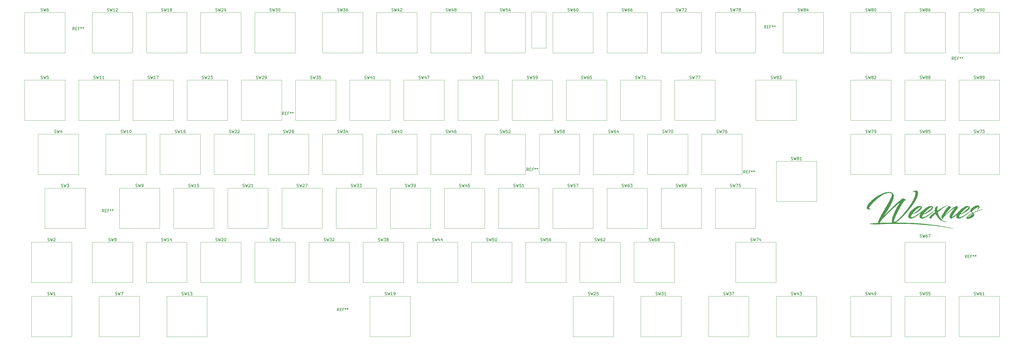
<source format=gto>
G04 #@! TF.GenerationSoftware,KiCad,Pcbnew,8.0.6*
G04 #@! TF.CreationDate,2024-12-17T01:06:02+01:00*
G04 #@! TF.ProjectId,wxKeyboard,77784b65-7962-46f6-9172-642e6b696361,rev?*
G04 #@! TF.SameCoordinates,Original*
G04 #@! TF.FileFunction,Legend,Top*
G04 #@! TF.FilePolarity,Positive*
%FSLAX46Y46*%
G04 Gerber Fmt 4.6, Leading zero omitted, Abs format (unit mm)*
G04 Created by KiCad (PCBNEW 8.0.6) date 2024-12-17 01:06:02*
%MOMM*%
%LPD*%
G01*
G04 APERTURE LIST*
%ADD10C,0.150000*%
%ADD11C,0.120000*%
%ADD12C,0.000000*%
%ADD13C,0.100000*%
%ADD14C,2.200000*%
%ADD15C,3.048000*%
%ADD16C,3.987800*%
%ADD17C,1.750000*%
%ADD18C,3.050000*%
%ADD19C,4.000000*%
%ADD20C,1.524000*%
G04 APERTURE END LIST*
D10*
X355866666Y-374904819D02*
X355533333Y-374428628D01*
X355295238Y-374904819D02*
X355295238Y-373904819D01*
X355295238Y-373904819D02*
X355676190Y-373904819D01*
X355676190Y-373904819D02*
X355771428Y-373952438D01*
X355771428Y-373952438D02*
X355819047Y-374000057D01*
X355819047Y-374000057D02*
X355866666Y-374095295D01*
X355866666Y-374095295D02*
X355866666Y-374238152D01*
X355866666Y-374238152D02*
X355819047Y-374333390D01*
X355819047Y-374333390D02*
X355771428Y-374381009D01*
X355771428Y-374381009D02*
X355676190Y-374428628D01*
X355676190Y-374428628D02*
X355295238Y-374428628D01*
X356295238Y-374381009D02*
X356628571Y-374381009D01*
X356771428Y-374904819D02*
X356295238Y-374904819D01*
X356295238Y-374904819D02*
X356295238Y-373904819D01*
X356295238Y-373904819D02*
X356771428Y-373904819D01*
X357533333Y-374381009D02*
X357200000Y-374381009D01*
X357200000Y-374904819D02*
X357200000Y-373904819D01*
X357200000Y-373904819D02*
X357676190Y-373904819D01*
X358200000Y-373904819D02*
X358200000Y-374142914D01*
X357961905Y-374047676D02*
X358200000Y-374142914D01*
X358200000Y-374142914D02*
X358438095Y-374047676D01*
X358057143Y-374333390D02*
X358200000Y-374142914D01*
X358200000Y-374142914D02*
X358342857Y-374333390D01*
X358961905Y-373904819D02*
X358961905Y-374142914D01*
X358723810Y-374047676D02*
X358961905Y-374142914D01*
X358961905Y-374142914D02*
X359200000Y-374047676D01*
X358819048Y-374333390D02*
X358961905Y-374142914D01*
X358961905Y-374142914D02*
X359104762Y-374333390D01*
X432066666Y-375804819D02*
X431733333Y-375328628D01*
X431495238Y-375804819D02*
X431495238Y-374804819D01*
X431495238Y-374804819D02*
X431876190Y-374804819D01*
X431876190Y-374804819D02*
X431971428Y-374852438D01*
X431971428Y-374852438D02*
X432019047Y-374900057D01*
X432019047Y-374900057D02*
X432066666Y-374995295D01*
X432066666Y-374995295D02*
X432066666Y-375138152D01*
X432066666Y-375138152D02*
X432019047Y-375233390D01*
X432019047Y-375233390D02*
X431971428Y-375281009D01*
X431971428Y-375281009D02*
X431876190Y-375328628D01*
X431876190Y-375328628D02*
X431495238Y-375328628D01*
X432495238Y-375281009D02*
X432828571Y-375281009D01*
X432971428Y-375804819D02*
X432495238Y-375804819D01*
X432495238Y-375804819D02*
X432495238Y-374804819D01*
X432495238Y-374804819D02*
X432971428Y-374804819D01*
X433733333Y-375281009D02*
X433400000Y-375281009D01*
X433400000Y-375804819D02*
X433400000Y-374804819D01*
X433400000Y-374804819D02*
X433876190Y-374804819D01*
X434400000Y-374804819D02*
X434400000Y-375042914D01*
X434161905Y-374947676D02*
X434400000Y-375042914D01*
X434400000Y-375042914D02*
X434638095Y-374947676D01*
X434257143Y-375233390D02*
X434400000Y-375042914D01*
X434400000Y-375042914D02*
X434542857Y-375233390D01*
X435161905Y-374804819D02*
X435161905Y-375042914D01*
X434923810Y-374947676D02*
X435161905Y-375042914D01*
X435161905Y-375042914D02*
X435400000Y-374947676D01*
X435019048Y-375233390D02*
X435161905Y-375042914D01*
X435161905Y-375042914D02*
X435304762Y-375233390D01*
X289166666Y-424304819D02*
X288833333Y-423828628D01*
X288595238Y-424304819D02*
X288595238Y-423304819D01*
X288595238Y-423304819D02*
X288976190Y-423304819D01*
X288976190Y-423304819D02*
X289071428Y-423352438D01*
X289071428Y-423352438D02*
X289119047Y-423400057D01*
X289119047Y-423400057D02*
X289166666Y-423495295D01*
X289166666Y-423495295D02*
X289166666Y-423638152D01*
X289166666Y-423638152D02*
X289119047Y-423733390D01*
X289119047Y-423733390D02*
X289071428Y-423781009D01*
X289071428Y-423781009D02*
X288976190Y-423828628D01*
X288976190Y-423828628D02*
X288595238Y-423828628D01*
X289595238Y-423781009D02*
X289928571Y-423781009D01*
X290071428Y-424304819D02*
X289595238Y-424304819D01*
X289595238Y-424304819D02*
X289595238Y-423304819D01*
X289595238Y-423304819D02*
X290071428Y-423304819D01*
X290833333Y-423781009D02*
X290500000Y-423781009D01*
X290500000Y-424304819D02*
X290500000Y-423304819D01*
X290500000Y-423304819D02*
X290976190Y-423304819D01*
X291500000Y-423304819D02*
X291500000Y-423542914D01*
X291261905Y-423447676D02*
X291500000Y-423542914D01*
X291500000Y-423542914D02*
X291738095Y-423447676D01*
X291357143Y-423733390D02*
X291500000Y-423542914D01*
X291500000Y-423542914D02*
X291642857Y-423733390D01*
X292261905Y-423304819D02*
X292261905Y-423542914D01*
X292023810Y-423447676D02*
X292261905Y-423542914D01*
X292261905Y-423542914D02*
X292500000Y-423447676D01*
X292119048Y-423733390D02*
X292261905Y-423542914D01*
X292261905Y-423542914D02*
X292404762Y-423733390D01*
X269866666Y-355204819D02*
X269533333Y-354728628D01*
X269295238Y-355204819D02*
X269295238Y-354204819D01*
X269295238Y-354204819D02*
X269676190Y-354204819D01*
X269676190Y-354204819D02*
X269771428Y-354252438D01*
X269771428Y-354252438D02*
X269819047Y-354300057D01*
X269819047Y-354300057D02*
X269866666Y-354395295D01*
X269866666Y-354395295D02*
X269866666Y-354538152D01*
X269866666Y-354538152D02*
X269819047Y-354633390D01*
X269819047Y-354633390D02*
X269771428Y-354681009D01*
X269771428Y-354681009D02*
X269676190Y-354728628D01*
X269676190Y-354728628D02*
X269295238Y-354728628D01*
X270295238Y-354681009D02*
X270628571Y-354681009D01*
X270771428Y-355204819D02*
X270295238Y-355204819D01*
X270295238Y-355204819D02*
X270295238Y-354204819D01*
X270295238Y-354204819D02*
X270771428Y-354204819D01*
X271533333Y-354681009D02*
X271200000Y-354681009D01*
X271200000Y-355204819D02*
X271200000Y-354204819D01*
X271200000Y-354204819D02*
X271676190Y-354204819D01*
X272200000Y-354204819D02*
X272200000Y-354442914D01*
X271961905Y-354347676D02*
X272200000Y-354442914D01*
X272200000Y-354442914D02*
X272438095Y-354347676D01*
X272057143Y-354633390D02*
X272200000Y-354442914D01*
X272200000Y-354442914D02*
X272342857Y-354633390D01*
X272961905Y-354204819D02*
X272961905Y-354442914D01*
X272723810Y-354347676D02*
X272961905Y-354442914D01*
X272961905Y-354442914D02*
X273200000Y-354347676D01*
X272819048Y-354633390D02*
X272961905Y-354442914D01*
X272961905Y-354442914D02*
X273104762Y-354633390D01*
X505366666Y-335804819D02*
X505033333Y-335328628D01*
X504795238Y-335804819D02*
X504795238Y-334804819D01*
X504795238Y-334804819D02*
X505176190Y-334804819D01*
X505176190Y-334804819D02*
X505271428Y-334852438D01*
X505271428Y-334852438D02*
X505319047Y-334900057D01*
X505319047Y-334900057D02*
X505366666Y-334995295D01*
X505366666Y-334995295D02*
X505366666Y-335138152D01*
X505366666Y-335138152D02*
X505319047Y-335233390D01*
X505319047Y-335233390D02*
X505271428Y-335281009D01*
X505271428Y-335281009D02*
X505176190Y-335328628D01*
X505176190Y-335328628D02*
X504795238Y-335328628D01*
X505795238Y-335281009D02*
X506128571Y-335281009D01*
X506271428Y-335804819D02*
X505795238Y-335804819D01*
X505795238Y-335804819D02*
X505795238Y-334804819D01*
X505795238Y-334804819D02*
X506271428Y-334804819D01*
X507033333Y-335281009D02*
X506700000Y-335281009D01*
X506700000Y-335804819D02*
X506700000Y-334804819D01*
X506700000Y-334804819D02*
X507176190Y-334804819D01*
X507700000Y-334804819D02*
X507700000Y-335042914D01*
X507461905Y-334947676D02*
X507700000Y-335042914D01*
X507700000Y-335042914D02*
X507938095Y-334947676D01*
X507557143Y-335233390D02*
X507700000Y-335042914D01*
X507700000Y-335042914D02*
X507842857Y-335233390D01*
X508461905Y-334804819D02*
X508461905Y-335042914D01*
X508223810Y-334947676D02*
X508461905Y-335042914D01*
X508461905Y-335042914D02*
X508700000Y-334947676D01*
X508319048Y-335233390D02*
X508461905Y-335042914D01*
X508461905Y-335042914D02*
X508604762Y-335233390D01*
X439366666Y-324704819D02*
X439033333Y-324228628D01*
X438795238Y-324704819D02*
X438795238Y-323704819D01*
X438795238Y-323704819D02*
X439176190Y-323704819D01*
X439176190Y-323704819D02*
X439271428Y-323752438D01*
X439271428Y-323752438D02*
X439319047Y-323800057D01*
X439319047Y-323800057D02*
X439366666Y-323895295D01*
X439366666Y-323895295D02*
X439366666Y-324038152D01*
X439366666Y-324038152D02*
X439319047Y-324133390D01*
X439319047Y-324133390D02*
X439271428Y-324181009D01*
X439271428Y-324181009D02*
X439176190Y-324228628D01*
X439176190Y-324228628D02*
X438795238Y-324228628D01*
X439795238Y-324181009D02*
X440128571Y-324181009D01*
X440271428Y-324704819D02*
X439795238Y-324704819D01*
X439795238Y-324704819D02*
X439795238Y-323704819D01*
X439795238Y-323704819D02*
X440271428Y-323704819D01*
X441033333Y-324181009D02*
X440700000Y-324181009D01*
X440700000Y-324704819D02*
X440700000Y-323704819D01*
X440700000Y-323704819D02*
X441176190Y-323704819D01*
X441700000Y-323704819D02*
X441700000Y-323942914D01*
X441461905Y-323847676D02*
X441700000Y-323942914D01*
X441700000Y-323942914D02*
X441938095Y-323847676D01*
X441557143Y-324133390D02*
X441700000Y-323942914D01*
X441700000Y-323942914D02*
X441842857Y-324133390D01*
X442461905Y-323704819D02*
X442461905Y-323942914D01*
X442223810Y-323847676D02*
X442461905Y-323942914D01*
X442461905Y-323942914D02*
X442700000Y-323847676D01*
X442319048Y-324133390D02*
X442461905Y-323942914D01*
X442461905Y-323942914D02*
X442604762Y-324133390D01*
X509966666Y-405604819D02*
X509633333Y-405128628D01*
X509395238Y-405604819D02*
X509395238Y-404604819D01*
X509395238Y-404604819D02*
X509776190Y-404604819D01*
X509776190Y-404604819D02*
X509871428Y-404652438D01*
X509871428Y-404652438D02*
X509919047Y-404700057D01*
X509919047Y-404700057D02*
X509966666Y-404795295D01*
X509966666Y-404795295D02*
X509966666Y-404938152D01*
X509966666Y-404938152D02*
X509919047Y-405033390D01*
X509919047Y-405033390D02*
X509871428Y-405081009D01*
X509871428Y-405081009D02*
X509776190Y-405128628D01*
X509776190Y-405128628D02*
X509395238Y-405128628D01*
X510395238Y-405081009D02*
X510728571Y-405081009D01*
X510871428Y-405604819D02*
X510395238Y-405604819D01*
X510395238Y-405604819D02*
X510395238Y-404604819D01*
X510395238Y-404604819D02*
X510871428Y-404604819D01*
X511633333Y-405081009D02*
X511300000Y-405081009D01*
X511300000Y-405604819D02*
X511300000Y-404604819D01*
X511300000Y-404604819D02*
X511776190Y-404604819D01*
X512300000Y-404604819D02*
X512300000Y-404842914D01*
X512061905Y-404747676D02*
X512300000Y-404842914D01*
X512300000Y-404842914D02*
X512538095Y-404747676D01*
X512157143Y-405033390D02*
X512300000Y-404842914D01*
X512300000Y-404842914D02*
X512442857Y-405033390D01*
X513061905Y-404604819D02*
X513061905Y-404842914D01*
X512823810Y-404747676D02*
X513061905Y-404842914D01*
X513061905Y-404842914D02*
X513300000Y-404747676D01*
X512919048Y-405033390D02*
X513061905Y-404842914D01*
X513061905Y-404842914D02*
X513204762Y-405033390D01*
X196166666Y-325304819D02*
X195833333Y-324828628D01*
X195595238Y-325304819D02*
X195595238Y-324304819D01*
X195595238Y-324304819D02*
X195976190Y-324304819D01*
X195976190Y-324304819D02*
X196071428Y-324352438D01*
X196071428Y-324352438D02*
X196119047Y-324400057D01*
X196119047Y-324400057D02*
X196166666Y-324495295D01*
X196166666Y-324495295D02*
X196166666Y-324638152D01*
X196166666Y-324638152D02*
X196119047Y-324733390D01*
X196119047Y-324733390D02*
X196071428Y-324781009D01*
X196071428Y-324781009D02*
X195976190Y-324828628D01*
X195976190Y-324828628D02*
X195595238Y-324828628D01*
X196595238Y-324781009D02*
X196928571Y-324781009D01*
X197071428Y-325304819D02*
X196595238Y-325304819D01*
X196595238Y-325304819D02*
X196595238Y-324304819D01*
X196595238Y-324304819D02*
X197071428Y-324304819D01*
X197833333Y-324781009D02*
X197500000Y-324781009D01*
X197500000Y-325304819D02*
X197500000Y-324304819D01*
X197500000Y-324304819D02*
X197976190Y-324304819D01*
X198500000Y-324304819D02*
X198500000Y-324542914D01*
X198261905Y-324447676D02*
X198500000Y-324542914D01*
X198500000Y-324542914D02*
X198738095Y-324447676D01*
X198357143Y-324733390D02*
X198500000Y-324542914D01*
X198500000Y-324542914D02*
X198642857Y-324733390D01*
X199261905Y-324304819D02*
X199261905Y-324542914D01*
X199023810Y-324447676D02*
X199261905Y-324542914D01*
X199261905Y-324542914D02*
X199500000Y-324447676D01*
X199119048Y-324733390D02*
X199261905Y-324542914D01*
X199261905Y-324542914D02*
X199404762Y-324733390D01*
X206566666Y-389504819D02*
X206233333Y-389028628D01*
X205995238Y-389504819D02*
X205995238Y-388504819D01*
X205995238Y-388504819D02*
X206376190Y-388504819D01*
X206376190Y-388504819D02*
X206471428Y-388552438D01*
X206471428Y-388552438D02*
X206519047Y-388600057D01*
X206519047Y-388600057D02*
X206566666Y-388695295D01*
X206566666Y-388695295D02*
X206566666Y-388838152D01*
X206566666Y-388838152D02*
X206519047Y-388933390D01*
X206519047Y-388933390D02*
X206471428Y-388981009D01*
X206471428Y-388981009D02*
X206376190Y-389028628D01*
X206376190Y-389028628D02*
X205995238Y-389028628D01*
X206995238Y-388981009D02*
X207328571Y-388981009D01*
X207471428Y-389504819D02*
X206995238Y-389504819D01*
X206995238Y-389504819D02*
X206995238Y-388504819D01*
X206995238Y-388504819D02*
X207471428Y-388504819D01*
X208233333Y-388981009D02*
X207900000Y-388981009D01*
X207900000Y-389504819D02*
X207900000Y-388504819D01*
X207900000Y-388504819D02*
X208376190Y-388504819D01*
X208900000Y-388504819D02*
X208900000Y-388742914D01*
X208661905Y-388647676D02*
X208900000Y-388742914D01*
X208900000Y-388742914D02*
X209138095Y-388647676D01*
X208757143Y-388933390D02*
X208900000Y-388742914D01*
X208900000Y-388742914D02*
X209042857Y-388933390D01*
X209661905Y-388504819D02*
X209661905Y-388742914D01*
X209423810Y-388647676D02*
X209661905Y-388742914D01*
X209661905Y-388742914D02*
X209900000Y-388647676D01*
X209519048Y-388933390D02*
X209661905Y-388742914D01*
X209661905Y-388742914D02*
X209804762Y-388933390D01*
X424434226Y-418650950D02*
X424577083Y-418698569D01*
X424577083Y-418698569D02*
X424815178Y-418698569D01*
X424815178Y-418698569D02*
X424910416Y-418650950D01*
X424910416Y-418650950D02*
X424958035Y-418603330D01*
X424958035Y-418603330D02*
X425005654Y-418508092D01*
X425005654Y-418508092D02*
X425005654Y-418412854D01*
X425005654Y-418412854D02*
X424958035Y-418317616D01*
X424958035Y-418317616D02*
X424910416Y-418269997D01*
X424910416Y-418269997D02*
X424815178Y-418222378D01*
X424815178Y-418222378D02*
X424624702Y-418174759D01*
X424624702Y-418174759D02*
X424529464Y-418127140D01*
X424529464Y-418127140D02*
X424481845Y-418079521D01*
X424481845Y-418079521D02*
X424434226Y-417984283D01*
X424434226Y-417984283D02*
X424434226Y-417889045D01*
X424434226Y-417889045D02*
X424481845Y-417793807D01*
X424481845Y-417793807D02*
X424529464Y-417746188D01*
X424529464Y-417746188D02*
X424624702Y-417698569D01*
X424624702Y-417698569D02*
X424862797Y-417698569D01*
X424862797Y-417698569D02*
X425005654Y-417746188D01*
X425338988Y-417698569D02*
X425577083Y-418698569D01*
X425577083Y-418698569D02*
X425767559Y-417984283D01*
X425767559Y-417984283D02*
X425958035Y-418698569D01*
X425958035Y-418698569D02*
X426196131Y-417698569D01*
X426481845Y-417698569D02*
X427100892Y-417698569D01*
X427100892Y-417698569D02*
X426767559Y-418079521D01*
X426767559Y-418079521D02*
X426910416Y-418079521D01*
X426910416Y-418079521D02*
X427005654Y-418127140D01*
X427005654Y-418127140D02*
X427053273Y-418174759D01*
X427053273Y-418174759D02*
X427100892Y-418269997D01*
X427100892Y-418269997D02*
X427100892Y-418508092D01*
X427100892Y-418508092D02*
X427053273Y-418603330D01*
X427053273Y-418603330D02*
X427005654Y-418650950D01*
X427005654Y-418650950D02*
X426910416Y-418698569D01*
X426910416Y-418698569D02*
X426624702Y-418698569D01*
X426624702Y-418698569D02*
X426529464Y-418650950D01*
X426529464Y-418650950D02*
X426481845Y-418603330D01*
X427434226Y-417698569D02*
X428100892Y-417698569D01*
X428100892Y-417698569D02*
X427672321Y-418698569D01*
X512540476Y-361500950D02*
X512683333Y-361548569D01*
X512683333Y-361548569D02*
X512921428Y-361548569D01*
X512921428Y-361548569D02*
X513016666Y-361500950D01*
X513016666Y-361500950D02*
X513064285Y-361453330D01*
X513064285Y-361453330D02*
X513111904Y-361358092D01*
X513111904Y-361358092D02*
X513111904Y-361262854D01*
X513111904Y-361262854D02*
X513064285Y-361167616D01*
X513064285Y-361167616D02*
X513016666Y-361119997D01*
X513016666Y-361119997D02*
X512921428Y-361072378D01*
X512921428Y-361072378D02*
X512730952Y-361024759D01*
X512730952Y-361024759D02*
X512635714Y-360977140D01*
X512635714Y-360977140D02*
X512588095Y-360929521D01*
X512588095Y-360929521D02*
X512540476Y-360834283D01*
X512540476Y-360834283D02*
X512540476Y-360739045D01*
X512540476Y-360739045D02*
X512588095Y-360643807D01*
X512588095Y-360643807D02*
X512635714Y-360596188D01*
X512635714Y-360596188D02*
X512730952Y-360548569D01*
X512730952Y-360548569D02*
X512969047Y-360548569D01*
X512969047Y-360548569D02*
X513111904Y-360596188D01*
X513445238Y-360548569D02*
X513683333Y-361548569D01*
X513683333Y-361548569D02*
X513873809Y-360834283D01*
X513873809Y-360834283D02*
X514064285Y-361548569D01*
X514064285Y-361548569D02*
X514302381Y-360548569D01*
X514588095Y-360548569D02*
X515254761Y-360548569D01*
X515254761Y-360548569D02*
X514826190Y-361548569D01*
X515540476Y-360548569D02*
X516159523Y-360548569D01*
X516159523Y-360548569D02*
X515826190Y-360929521D01*
X515826190Y-360929521D02*
X515969047Y-360929521D01*
X515969047Y-360929521D02*
X516064285Y-360977140D01*
X516064285Y-360977140D02*
X516111904Y-361024759D01*
X516111904Y-361024759D02*
X516159523Y-361119997D01*
X516159523Y-361119997D02*
X516159523Y-361358092D01*
X516159523Y-361358092D02*
X516111904Y-361453330D01*
X516111904Y-361453330D02*
X516064285Y-361500950D01*
X516064285Y-361500950D02*
X515969047Y-361548569D01*
X515969047Y-361548569D02*
X515683333Y-361548569D01*
X515683333Y-361548569D02*
X515588095Y-361500950D01*
X515588095Y-361500950D02*
X515540476Y-361453330D01*
X379157976Y-399600950D02*
X379300833Y-399648569D01*
X379300833Y-399648569D02*
X379538928Y-399648569D01*
X379538928Y-399648569D02*
X379634166Y-399600950D01*
X379634166Y-399600950D02*
X379681785Y-399553330D01*
X379681785Y-399553330D02*
X379729404Y-399458092D01*
X379729404Y-399458092D02*
X379729404Y-399362854D01*
X379729404Y-399362854D02*
X379681785Y-399267616D01*
X379681785Y-399267616D02*
X379634166Y-399219997D01*
X379634166Y-399219997D02*
X379538928Y-399172378D01*
X379538928Y-399172378D02*
X379348452Y-399124759D01*
X379348452Y-399124759D02*
X379253214Y-399077140D01*
X379253214Y-399077140D02*
X379205595Y-399029521D01*
X379205595Y-399029521D02*
X379157976Y-398934283D01*
X379157976Y-398934283D02*
X379157976Y-398839045D01*
X379157976Y-398839045D02*
X379205595Y-398743807D01*
X379205595Y-398743807D02*
X379253214Y-398696188D01*
X379253214Y-398696188D02*
X379348452Y-398648569D01*
X379348452Y-398648569D02*
X379586547Y-398648569D01*
X379586547Y-398648569D02*
X379729404Y-398696188D01*
X380062738Y-398648569D02*
X380300833Y-399648569D01*
X380300833Y-399648569D02*
X380491309Y-398934283D01*
X380491309Y-398934283D02*
X380681785Y-399648569D01*
X380681785Y-399648569D02*
X380919881Y-398648569D01*
X381729404Y-398648569D02*
X381538928Y-398648569D01*
X381538928Y-398648569D02*
X381443690Y-398696188D01*
X381443690Y-398696188D02*
X381396071Y-398743807D01*
X381396071Y-398743807D02*
X381300833Y-398886664D01*
X381300833Y-398886664D02*
X381253214Y-399077140D01*
X381253214Y-399077140D02*
X381253214Y-399458092D01*
X381253214Y-399458092D02*
X381300833Y-399553330D01*
X381300833Y-399553330D02*
X381348452Y-399600950D01*
X381348452Y-399600950D02*
X381443690Y-399648569D01*
X381443690Y-399648569D02*
X381634166Y-399648569D01*
X381634166Y-399648569D02*
X381729404Y-399600950D01*
X381729404Y-399600950D02*
X381777023Y-399553330D01*
X381777023Y-399553330D02*
X381824642Y-399458092D01*
X381824642Y-399458092D02*
X381824642Y-399219997D01*
X381824642Y-399219997D02*
X381777023Y-399124759D01*
X381777023Y-399124759D02*
X381729404Y-399077140D01*
X381729404Y-399077140D02*
X381634166Y-399029521D01*
X381634166Y-399029521D02*
X381443690Y-399029521D01*
X381443690Y-399029521D02*
X381348452Y-399077140D01*
X381348452Y-399077140D02*
X381300833Y-399124759D01*
X381300833Y-399124759D02*
X381253214Y-399219997D01*
X382205595Y-398743807D02*
X382253214Y-398696188D01*
X382253214Y-398696188D02*
X382348452Y-398648569D01*
X382348452Y-398648569D02*
X382586547Y-398648569D01*
X382586547Y-398648569D02*
X382681785Y-398696188D01*
X382681785Y-398696188D02*
X382729404Y-398743807D01*
X382729404Y-398743807D02*
X382777023Y-398839045D01*
X382777023Y-398839045D02*
X382777023Y-398934283D01*
X382777023Y-398934283D02*
X382729404Y-399077140D01*
X382729404Y-399077140D02*
X382157976Y-399648569D01*
X382157976Y-399648569D02*
X382777023Y-399648569D01*
X474440476Y-318638450D02*
X474583333Y-318686069D01*
X474583333Y-318686069D02*
X474821428Y-318686069D01*
X474821428Y-318686069D02*
X474916666Y-318638450D01*
X474916666Y-318638450D02*
X474964285Y-318590830D01*
X474964285Y-318590830D02*
X475011904Y-318495592D01*
X475011904Y-318495592D02*
X475011904Y-318400354D01*
X475011904Y-318400354D02*
X474964285Y-318305116D01*
X474964285Y-318305116D02*
X474916666Y-318257497D01*
X474916666Y-318257497D02*
X474821428Y-318209878D01*
X474821428Y-318209878D02*
X474630952Y-318162259D01*
X474630952Y-318162259D02*
X474535714Y-318114640D01*
X474535714Y-318114640D02*
X474488095Y-318067021D01*
X474488095Y-318067021D02*
X474440476Y-317971783D01*
X474440476Y-317971783D02*
X474440476Y-317876545D01*
X474440476Y-317876545D02*
X474488095Y-317781307D01*
X474488095Y-317781307D02*
X474535714Y-317733688D01*
X474535714Y-317733688D02*
X474630952Y-317686069D01*
X474630952Y-317686069D02*
X474869047Y-317686069D01*
X474869047Y-317686069D02*
X475011904Y-317733688D01*
X475345238Y-317686069D02*
X475583333Y-318686069D01*
X475583333Y-318686069D02*
X475773809Y-317971783D01*
X475773809Y-317971783D02*
X475964285Y-318686069D01*
X475964285Y-318686069D02*
X476202381Y-317686069D01*
X476726190Y-318114640D02*
X476630952Y-318067021D01*
X476630952Y-318067021D02*
X476583333Y-318019402D01*
X476583333Y-318019402D02*
X476535714Y-317924164D01*
X476535714Y-317924164D02*
X476535714Y-317876545D01*
X476535714Y-317876545D02*
X476583333Y-317781307D01*
X476583333Y-317781307D02*
X476630952Y-317733688D01*
X476630952Y-317733688D02*
X476726190Y-317686069D01*
X476726190Y-317686069D02*
X476916666Y-317686069D01*
X476916666Y-317686069D02*
X477011904Y-317733688D01*
X477011904Y-317733688D02*
X477059523Y-317781307D01*
X477059523Y-317781307D02*
X477107142Y-317876545D01*
X477107142Y-317876545D02*
X477107142Y-317924164D01*
X477107142Y-317924164D02*
X477059523Y-318019402D01*
X477059523Y-318019402D02*
X477011904Y-318067021D01*
X477011904Y-318067021D02*
X476916666Y-318114640D01*
X476916666Y-318114640D02*
X476726190Y-318114640D01*
X476726190Y-318114640D02*
X476630952Y-318162259D01*
X476630952Y-318162259D02*
X476583333Y-318209878D01*
X476583333Y-318209878D02*
X476535714Y-318305116D01*
X476535714Y-318305116D02*
X476535714Y-318495592D01*
X476535714Y-318495592D02*
X476583333Y-318590830D01*
X476583333Y-318590830D02*
X476630952Y-318638450D01*
X476630952Y-318638450D02*
X476726190Y-318686069D01*
X476726190Y-318686069D02*
X476916666Y-318686069D01*
X476916666Y-318686069D02*
X477011904Y-318638450D01*
X477011904Y-318638450D02*
X477059523Y-318590830D01*
X477059523Y-318590830D02*
X477107142Y-318495592D01*
X477107142Y-318495592D02*
X477107142Y-318305116D01*
X477107142Y-318305116D02*
X477059523Y-318209878D01*
X477059523Y-318209878D02*
X477011904Y-318162259D01*
X477011904Y-318162259D02*
X476916666Y-318114640D01*
X477726190Y-317686069D02*
X477821428Y-317686069D01*
X477821428Y-317686069D02*
X477916666Y-317733688D01*
X477916666Y-317733688D02*
X477964285Y-317781307D01*
X477964285Y-317781307D02*
X478011904Y-317876545D01*
X478011904Y-317876545D02*
X478059523Y-318067021D01*
X478059523Y-318067021D02*
X478059523Y-318305116D01*
X478059523Y-318305116D02*
X478011904Y-318495592D01*
X478011904Y-318495592D02*
X477964285Y-318590830D01*
X477964285Y-318590830D02*
X477916666Y-318638450D01*
X477916666Y-318638450D02*
X477821428Y-318686069D01*
X477821428Y-318686069D02*
X477726190Y-318686069D01*
X477726190Y-318686069D02*
X477630952Y-318638450D01*
X477630952Y-318638450D02*
X477583333Y-318590830D01*
X477583333Y-318590830D02*
X477535714Y-318495592D01*
X477535714Y-318495592D02*
X477488095Y-318305116D01*
X477488095Y-318305116D02*
X477488095Y-318067021D01*
X477488095Y-318067021D02*
X477535714Y-317876545D01*
X477535714Y-317876545D02*
X477583333Y-317781307D01*
X477583333Y-317781307D02*
X477630952Y-317733688D01*
X477630952Y-317733688D02*
X477726190Y-317686069D01*
X369665476Y-380550950D02*
X369808333Y-380598569D01*
X369808333Y-380598569D02*
X370046428Y-380598569D01*
X370046428Y-380598569D02*
X370141666Y-380550950D01*
X370141666Y-380550950D02*
X370189285Y-380503330D01*
X370189285Y-380503330D02*
X370236904Y-380408092D01*
X370236904Y-380408092D02*
X370236904Y-380312854D01*
X370236904Y-380312854D02*
X370189285Y-380217616D01*
X370189285Y-380217616D02*
X370141666Y-380169997D01*
X370141666Y-380169997D02*
X370046428Y-380122378D01*
X370046428Y-380122378D02*
X369855952Y-380074759D01*
X369855952Y-380074759D02*
X369760714Y-380027140D01*
X369760714Y-380027140D02*
X369713095Y-379979521D01*
X369713095Y-379979521D02*
X369665476Y-379884283D01*
X369665476Y-379884283D02*
X369665476Y-379789045D01*
X369665476Y-379789045D02*
X369713095Y-379693807D01*
X369713095Y-379693807D02*
X369760714Y-379646188D01*
X369760714Y-379646188D02*
X369855952Y-379598569D01*
X369855952Y-379598569D02*
X370094047Y-379598569D01*
X370094047Y-379598569D02*
X370236904Y-379646188D01*
X370570238Y-379598569D02*
X370808333Y-380598569D01*
X370808333Y-380598569D02*
X370998809Y-379884283D01*
X370998809Y-379884283D02*
X371189285Y-380598569D01*
X371189285Y-380598569D02*
X371427381Y-379598569D01*
X372284523Y-379598569D02*
X371808333Y-379598569D01*
X371808333Y-379598569D02*
X371760714Y-380074759D01*
X371760714Y-380074759D02*
X371808333Y-380027140D01*
X371808333Y-380027140D02*
X371903571Y-379979521D01*
X371903571Y-379979521D02*
X372141666Y-379979521D01*
X372141666Y-379979521D02*
X372236904Y-380027140D01*
X372236904Y-380027140D02*
X372284523Y-380074759D01*
X372284523Y-380074759D02*
X372332142Y-380169997D01*
X372332142Y-380169997D02*
X372332142Y-380408092D01*
X372332142Y-380408092D02*
X372284523Y-380503330D01*
X372284523Y-380503330D02*
X372236904Y-380550950D01*
X372236904Y-380550950D02*
X372141666Y-380598569D01*
X372141666Y-380598569D02*
X371903571Y-380598569D01*
X371903571Y-380598569D02*
X371808333Y-380550950D01*
X371808333Y-380550950D02*
X371760714Y-380503330D01*
X372665476Y-379598569D02*
X373332142Y-379598569D01*
X373332142Y-379598569D02*
X372903571Y-380598569D01*
X288702976Y-318638450D02*
X288845833Y-318686069D01*
X288845833Y-318686069D02*
X289083928Y-318686069D01*
X289083928Y-318686069D02*
X289179166Y-318638450D01*
X289179166Y-318638450D02*
X289226785Y-318590830D01*
X289226785Y-318590830D02*
X289274404Y-318495592D01*
X289274404Y-318495592D02*
X289274404Y-318400354D01*
X289274404Y-318400354D02*
X289226785Y-318305116D01*
X289226785Y-318305116D02*
X289179166Y-318257497D01*
X289179166Y-318257497D02*
X289083928Y-318209878D01*
X289083928Y-318209878D02*
X288893452Y-318162259D01*
X288893452Y-318162259D02*
X288798214Y-318114640D01*
X288798214Y-318114640D02*
X288750595Y-318067021D01*
X288750595Y-318067021D02*
X288702976Y-317971783D01*
X288702976Y-317971783D02*
X288702976Y-317876545D01*
X288702976Y-317876545D02*
X288750595Y-317781307D01*
X288750595Y-317781307D02*
X288798214Y-317733688D01*
X288798214Y-317733688D02*
X288893452Y-317686069D01*
X288893452Y-317686069D02*
X289131547Y-317686069D01*
X289131547Y-317686069D02*
X289274404Y-317733688D01*
X289607738Y-317686069D02*
X289845833Y-318686069D01*
X289845833Y-318686069D02*
X290036309Y-317971783D01*
X290036309Y-317971783D02*
X290226785Y-318686069D01*
X290226785Y-318686069D02*
X290464881Y-317686069D01*
X290750595Y-317686069D02*
X291369642Y-317686069D01*
X291369642Y-317686069D02*
X291036309Y-318067021D01*
X291036309Y-318067021D02*
X291179166Y-318067021D01*
X291179166Y-318067021D02*
X291274404Y-318114640D01*
X291274404Y-318114640D02*
X291322023Y-318162259D01*
X291322023Y-318162259D02*
X291369642Y-318257497D01*
X291369642Y-318257497D02*
X291369642Y-318495592D01*
X291369642Y-318495592D02*
X291322023Y-318590830D01*
X291322023Y-318590830D02*
X291274404Y-318638450D01*
X291274404Y-318638450D02*
X291179166Y-318686069D01*
X291179166Y-318686069D02*
X290893452Y-318686069D01*
X290893452Y-318686069D02*
X290798214Y-318638450D01*
X290798214Y-318638450D02*
X290750595Y-318590830D01*
X292226785Y-317686069D02*
X292036309Y-317686069D01*
X292036309Y-317686069D02*
X291941071Y-317733688D01*
X291941071Y-317733688D02*
X291893452Y-317781307D01*
X291893452Y-317781307D02*
X291798214Y-317924164D01*
X291798214Y-317924164D02*
X291750595Y-318114640D01*
X291750595Y-318114640D02*
X291750595Y-318495592D01*
X291750595Y-318495592D02*
X291798214Y-318590830D01*
X291798214Y-318590830D02*
X291845833Y-318638450D01*
X291845833Y-318638450D02*
X291941071Y-318686069D01*
X291941071Y-318686069D02*
X292131547Y-318686069D01*
X292131547Y-318686069D02*
X292226785Y-318638450D01*
X292226785Y-318638450D02*
X292274404Y-318590830D01*
X292274404Y-318590830D02*
X292322023Y-318495592D01*
X292322023Y-318495592D02*
X292322023Y-318257497D01*
X292322023Y-318257497D02*
X292274404Y-318162259D01*
X292274404Y-318162259D02*
X292226785Y-318114640D01*
X292226785Y-318114640D02*
X292131547Y-318067021D01*
X292131547Y-318067021D02*
X291941071Y-318067021D01*
X291941071Y-318067021D02*
X291845833Y-318114640D01*
X291845833Y-318114640D02*
X291798214Y-318162259D01*
X291798214Y-318162259D02*
X291750595Y-318257497D01*
X426815476Y-318638450D02*
X426958333Y-318686069D01*
X426958333Y-318686069D02*
X427196428Y-318686069D01*
X427196428Y-318686069D02*
X427291666Y-318638450D01*
X427291666Y-318638450D02*
X427339285Y-318590830D01*
X427339285Y-318590830D02*
X427386904Y-318495592D01*
X427386904Y-318495592D02*
X427386904Y-318400354D01*
X427386904Y-318400354D02*
X427339285Y-318305116D01*
X427339285Y-318305116D02*
X427291666Y-318257497D01*
X427291666Y-318257497D02*
X427196428Y-318209878D01*
X427196428Y-318209878D02*
X427005952Y-318162259D01*
X427005952Y-318162259D02*
X426910714Y-318114640D01*
X426910714Y-318114640D02*
X426863095Y-318067021D01*
X426863095Y-318067021D02*
X426815476Y-317971783D01*
X426815476Y-317971783D02*
X426815476Y-317876545D01*
X426815476Y-317876545D02*
X426863095Y-317781307D01*
X426863095Y-317781307D02*
X426910714Y-317733688D01*
X426910714Y-317733688D02*
X427005952Y-317686069D01*
X427005952Y-317686069D02*
X427244047Y-317686069D01*
X427244047Y-317686069D02*
X427386904Y-317733688D01*
X427720238Y-317686069D02*
X427958333Y-318686069D01*
X427958333Y-318686069D02*
X428148809Y-317971783D01*
X428148809Y-317971783D02*
X428339285Y-318686069D01*
X428339285Y-318686069D02*
X428577381Y-317686069D01*
X428863095Y-317686069D02*
X429529761Y-317686069D01*
X429529761Y-317686069D02*
X429101190Y-318686069D01*
X430053571Y-318114640D02*
X429958333Y-318067021D01*
X429958333Y-318067021D02*
X429910714Y-318019402D01*
X429910714Y-318019402D02*
X429863095Y-317924164D01*
X429863095Y-317924164D02*
X429863095Y-317876545D01*
X429863095Y-317876545D02*
X429910714Y-317781307D01*
X429910714Y-317781307D02*
X429958333Y-317733688D01*
X429958333Y-317733688D02*
X430053571Y-317686069D01*
X430053571Y-317686069D02*
X430244047Y-317686069D01*
X430244047Y-317686069D02*
X430339285Y-317733688D01*
X430339285Y-317733688D02*
X430386904Y-317781307D01*
X430386904Y-317781307D02*
X430434523Y-317876545D01*
X430434523Y-317876545D02*
X430434523Y-317924164D01*
X430434523Y-317924164D02*
X430386904Y-318019402D01*
X430386904Y-318019402D02*
X430339285Y-318067021D01*
X430339285Y-318067021D02*
X430244047Y-318114640D01*
X430244047Y-318114640D02*
X430053571Y-318114640D01*
X430053571Y-318114640D02*
X429958333Y-318162259D01*
X429958333Y-318162259D02*
X429910714Y-318209878D01*
X429910714Y-318209878D02*
X429863095Y-318305116D01*
X429863095Y-318305116D02*
X429863095Y-318495592D01*
X429863095Y-318495592D02*
X429910714Y-318590830D01*
X429910714Y-318590830D02*
X429958333Y-318638450D01*
X429958333Y-318638450D02*
X430053571Y-318686069D01*
X430053571Y-318686069D02*
X430244047Y-318686069D01*
X430244047Y-318686069D02*
X430339285Y-318638450D01*
X430339285Y-318638450D02*
X430386904Y-318590830D01*
X430386904Y-318590830D02*
X430434523Y-318495592D01*
X430434523Y-318495592D02*
X430434523Y-318305116D01*
X430434523Y-318305116D02*
X430386904Y-318209878D01*
X430386904Y-318209878D02*
X430339285Y-318162259D01*
X430339285Y-318162259D02*
X430244047Y-318114640D01*
X512540476Y-318638450D02*
X512683333Y-318686069D01*
X512683333Y-318686069D02*
X512921428Y-318686069D01*
X512921428Y-318686069D02*
X513016666Y-318638450D01*
X513016666Y-318638450D02*
X513064285Y-318590830D01*
X513064285Y-318590830D02*
X513111904Y-318495592D01*
X513111904Y-318495592D02*
X513111904Y-318400354D01*
X513111904Y-318400354D02*
X513064285Y-318305116D01*
X513064285Y-318305116D02*
X513016666Y-318257497D01*
X513016666Y-318257497D02*
X512921428Y-318209878D01*
X512921428Y-318209878D02*
X512730952Y-318162259D01*
X512730952Y-318162259D02*
X512635714Y-318114640D01*
X512635714Y-318114640D02*
X512588095Y-318067021D01*
X512588095Y-318067021D02*
X512540476Y-317971783D01*
X512540476Y-317971783D02*
X512540476Y-317876545D01*
X512540476Y-317876545D02*
X512588095Y-317781307D01*
X512588095Y-317781307D02*
X512635714Y-317733688D01*
X512635714Y-317733688D02*
X512730952Y-317686069D01*
X512730952Y-317686069D02*
X512969047Y-317686069D01*
X512969047Y-317686069D02*
X513111904Y-317733688D01*
X513445238Y-317686069D02*
X513683333Y-318686069D01*
X513683333Y-318686069D02*
X513873809Y-317971783D01*
X513873809Y-317971783D02*
X514064285Y-318686069D01*
X514064285Y-318686069D02*
X514302381Y-317686069D01*
X514730952Y-318686069D02*
X514921428Y-318686069D01*
X514921428Y-318686069D02*
X515016666Y-318638450D01*
X515016666Y-318638450D02*
X515064285Y-318590830D01*
X515064285Y-318590830D02*
X515159523Y-318447973D01*
X515159523Y-318447973D02*
X515207142Y-318257497D01*
X515207142Y-318257497D02*
X515207142Y-317876545D01*
X515207142Y-317876545D02*
X515159523Y-317781307D01*
X515159523Y-317781307D02*
X515111904Y-317733688D01*
X515111904Y-317733688D02*
X515016666Y-317686069D01*
X515016666Y-317686069D02*
X514826190Y-317686069D01*
X514826190Y-317686069D02*
X514730952Y-317733688D01*
X514730952Y-317733688D02*
X514683333Y-317781307D01*
X514683333Y-317781307D02*
X514635714Y-317876545D01*
X514635714Y-317876545D02*
X514635714Y-318114640D01*
X514635714Y-318114640D02*
X514683333Y-318209878D01*
X514683333Y-318209878D02*
X514730952Y-318257497D01*
X514730952Y-318257497D02*
X514826190Y-318305116D01*
X514826190Y-318305116D02*
X515016666Y-318305116D01*
X515016666Y-318305116D02*
X515111904Y-318257497D01*
X515111904Y-318257497D02*
X515159523Y-318209878D01*
X515159523Y-318209878D02*
X515207142Y-318114640D01*
X515826190Y-317686069D02*
X515921428Y-317686069D01*
X515921428Y-317686069D02*
X516016666Y-317733688D01*
X516016666Y-317733688D02*
X516064285Y-317781307D01*
X516064285Y-317781307D02*
X516111904Y-317876545D01*
X516111904Y-317876545D02*
X516159523Y-318067021D01*
X516159523Y-318067021D02*
X516159523Y-318305116D01*
X516159523Y-318305116D02*
X516111904Y-318495592D01*
X516111904Y-318495592D02*
X516064285Y-318590830D01*
X516064285Y-318590830D02*
X516016666Y-318638450D01*
X516016666Y-318638450D02*
X515921428Y-318686069D01*
X515921428Y-318686069D02*
X515826190Y-318686069D01*
X515826190Y-318686069D02*
X515730952Y-318638450D01*
X515730952Y-318638450D02*
X515683333Y-318590830D01*
X515683333Y-318590830D02*
X515635714Y-318495592D01*
X515635714Y-318495592D02*
X515588095Y-318305116D01*
X515588095Y-318305116D02*
X515588095Y-318067021D01*
X515588095Y-318067021D02*
X515635714Y-317876545D01*
X515635714Y-317876545D02*
X515683333Y-317781307D01*
X515683333Y-317781307D02*
X515730952Y-317733688D01*
X515730952Y-317733688D02*
X515826190Y-317686069D01*
X407765476Y-380550950D02*
X407908333Y-380598569D01*
X407908333Y-380598569D02*
X408146428Y-380598569D01*
X408146428Y-380598569D02*
X408241666Y-380550950D01*
X408241666Y-380550950D02*
X408289285Y-380503330D01*
X408289285Y-380503330D02*
X408336904Y-380408092D01*
X408336904Y-380408092D02*
X408336904Y-380312854D01*
X408336904Y-380312854D02*
X408289285Y-380217616D01*
X408289285Y-380217616D02*
X408241666Y-380169997D01*
X408241666Y-380169997D02*
X408146428Y-380122378D01*
X408146428Y-380122378D02*
X407955952Y-380074759D01*
X407955952Y-380074759D02*
X407860714Y-380027140D01*
X407860714Y-380027140D02*
X407813095Y-379979521D01*
X407813095Y-379979521D02*
X407765476Y-379884283D01*
X407765476Y-379884283D02*
X407765476Y-379789045D01*
X407765476Y-379789045D02*
X407813095Y-379693807D01*
X407813095Y-379693807D02*
X407860714Y-379646188D01*
X407860714Y-379646188D02*
X407955952Y-379598569D01*
X407955952Y-379598569D02*
X408194047Y-379598569D01*
X408194047Y-379598569D02*
X408336904Y-379646188D01*
X408670238Y-379598569D02*
X408908333Y-380598569D01*
X408908333Y-380598569D02*
X409098809Y-379884283D01*
X409098809Y-379884283D02*
X409289285Y-380598569D01*
X409289285Y-380598569D02*
X409527381Y-379598569D01*
X410336904Y-379598569D02*
X410146428Y-379598569D01*
X410146428Y-379598569D02*
X410051190Y-379646188D01*
X410051190Y-379646188D02*
X410003571Y-379693807D01*
X410003571Y-379693807D02*
X409908333Y-379836664D01*
X409908333Y-379836664D02*
X409860714Y-380027140D01*
X409860714Y-380027140D02*
X409860714Y-380408092D01*
X409860714Y-380408092D02*
X409908333Y-380503330D01*
X409908333Y-380503330D02*
X409955952Y-380550950D01*
X409955952Y-380550950D02*
X410051190Y-380598569D01*
X410051190Y-380598569D02*
X410241666Y-380598569D01*
X410241666Y-380598569D02*
X410336904Y-380550950D01*
X410336904Y-380550950D02*
X410384523Y-380503330D01*
X410384523Y-380503330D02*
X410432142Y-380408092D01*
X410432142Y-380408092D02*
X410432142Y-380169997D01*
X410432142Y-380169997D02*
X410384523Y-380074759D01*
X410384523Y-380074759D02*
X410336904Y-380027140D01*
X410336904Y-380027140D02*
X410241666Y-379979521D01*
X410241666Y-379979521D02*
X410051190Y-379979521D01*
X410051190Y-379979521D02*
X409955952Y-380027140D01*
X409955952Y-380027140D02*
X409908333Y-380074759D01*
X409908333Y-380074759D02*
X409860714Y-380169997D01*
X410908333Y-380598569D02*
X411098809Y-380598569D01*
X411098809Y-380598569D02*
X411194047Y-380550950D01*
X411194047Y-380550950D02*
X411241666Y-380503330D01*
X411241666Y-380503330D02*
X411336904Y-380360473D01*
X411336904Y-380360473D02*
X411384523Y-380169997D01*
X411384523Y-380169997D02*
X411384523Y-379789045D01*
X411384523Y-379789045D02*
X411336904Y-379693807D01*
X411336904Y-379693807D02*
X411289285Y-379646188D01*
X411289285Y-379646188D02*
X411194047Y-379598569D01*
X411194047Y-379598569D02*
X411003571Y-379598569D01*
X411003571Y-379598569D02*
X410908333Y-379646188D01*
X410908333Y-379646188D02*
X410860714Y-379693807D01*
X410860714Y-379693807D02*
X410813095Y-379789045D01*
X410813095Y-379789045D02*
X410813095Y-380027140D01*
X410813095Y-380027140D02*
X410860714Y-380122378D01*
X410860714Y-380122378D02*
X410908333Y-380169997D01*
X410908333Y-380169997D02*
X411003571Y-380217616D01*
X411003571Y-380217616D02*
X411194047Y-380217616D01*
X411194047Y-380217616D02*
X411289285Y-380169997D01*
X411289285Y-380169997D02*
X411336904Y-380122378D01*
X411336904Y-380122378D02*
X411384523Y-380027140D01*
X191547917Y-380550950D02*
X191690774Y-380598569D01*
X191690774Y-380598569D02*
X191928869Y-380598569D01*
X191928869Y-380598569D02*
X192024107Y-380550950D01*
X192024107Y-380550950D02*
X192071726Y-380503330D01*
X192071726Y-380503330D02*
X192119345Y-380408092D01*
X192119345Y-380408092D02*
X192119345Y-380312854D01*
X192119345Y-380312854D02*
X192071726Y-380217616D01*
X192071726Y-380217616D02*
X192024107Y-380169997D01*
X192024107Y-380169997D02*
X191928869Y-380122378D01*
X191928869Y-380122378D02*
X191738393Y-380074759D01*
X191738393Y-380074759D02*
X191643155Y-380027140D01*
X191643155Y-380027140D02*
X191595536Y-379979521D01*
X191595536Y-379979521D02*
X191547917Y-379884283D01*
X191547917Y-379884283D02*
X191547917Y-379789045D01*
X191547917Y-379789045D02*
X191595536Y-379693807D01*
X191595536Y-379693807D02*
X191643155Y-379646188D01*
X191643155Y-379646188D02*
X191738393Y-379598569D01*
X191738393Y-379598569D02*
X191976488Y-379598569D01*
X191976488Y-379598569D02*
X192119345Y-379646188D01*
X192452679Y-379598569D02*
X192690774Y-380598569D01*
X192690774Y-380598569D02*
X192881250Y-379884283D01*
X192881250Y-379884283D02*
X193071726Y-380598569D01*
X193071726Y-380598569D02*
X193309822Y-379598569D01*
X193595536Y-379598569D02*
X194214583Y-379598569D01*
X194214583Y-379598569D02*
X193881250Y-379979521D01*
X193881250Y-379979521D02*
X194024107Y-379979521D01*
X194024107Y-379979521D02*
X194119345Y-380027140D01*
X194119345Y-380027140D02*
X194166964Y-380074759D01*
X194166964Y-380074759D02*
X194214583Y-380169997D01*
X194214583Y-380169997D02*
X194214583Y-380408092D01*
X194214583Y-380408092D02*
X194166964Y-380503330D01*
X194166964Y-380503330D02*
X194119345Y-380550950D01*
X194119345Y-380550950D02*
X194024107Y-380598569D01*
X194024107Y-380598569D02*
X193738393Y-380598569D01*
X193738393Y-380598569D02*
X193643155Y-380550950D01*
X193643155Y-380550950D02*
X193595536Y-380503330D01*
X264890476Y-399600950D02*
X265033333Y-399648569D01*
X265033333Y-399648569D02*
X265271428Y-399648569D01*
X265271428Y-399648569D02*
X265366666Y-399600950D01*
X265366666Y-399600950D02*
X265414285Y-399553330D01*
X265414285Y-399553330D02*
X265461904Y-399458092D01*
X265461904Y-399458092D02*
X265461904Y-399362854D01*
X265461904Y-399362854D02*
X265414285Y-399267616D01*
X265414285Y-399267616D02*
X265366666Y-399219997D01*
X265366666Y-399219997D02*
X265271428Y-399172378D01*
X265271428Y-399172378D02*
X265080952Y-399124759D01*
X265080952Y-399124759D02*
X264985714Y-399077140D01*
X264985714Y-399077140D02*
X264938095Y-399029521D01*
X264938095Y-399029521D02*
X264890476Y-398934283D01*
X264890476Y-398934283D02*
X264890476Y-398839045D01*
X264890476Y-398839045D02*
X264938095Y-398743807D01*
X264938095Y-398743807D02*
X264985714Y-398696188D01*
X264985714Y-398696188D02*
X265080952Y-398648569D01*
X265080952Y-398648569D02*
X265319047Y-398648569D01*
X265319047Y-398648569D02*
X265461904Y-398696188D01*
X265795238Y-398648569D02*
X266033333Y-399648569D01*
X266033333Y-399648569D02*
X266223809Y-398934283D01*
X266223809Y-398934283D02*
X266414285Y-399648569D01*
X266414285Y-399648569D02*
X266652381Y-398648569D01*
X266985714Y-398743807D02*
X267033333Y-398696188D01*
X267033333Y-398696188D02*
X267128571Y-398648569D01*
X267128571Y-398648569D02*
X267366666Y-398648569D01*
X267366666Y-398648569D02*
X267461904Y-398696188D01*
X267461904Y-398696188D02*
X267509523Y-398743807D01*
X267509523Y-398743807D02*
X267557142Y-398839045D01*
X267557142Y-398839045D02*
X267557142Y-398934283D01*
X267557142Y-398934283D02*
X267509523Y-399077140D01*
X267509523Y-399077140D02*
X266938095Y-399648569D01*
X266938095Y-399648569D02*
X267557142Y-399648569D01*
X268414285Y-398648569D02*
X268223809Y-398648569D01*
X268223809Y-398648569D02*
X268128571Y-398696188D01*
X268128571Y-398696188D02*
X268080952Y-398743807D01*
X268080952Y-398743807D02*
X267985714Y-398886664D01*
X267985714Y-398886664D02*
X267938095Y-399077140D01*
X267938095Y-399077140D02*
X267938095Y-399458092D01*
X267938095Y-399458092D02*
X267985714Y-399553330D01*
X267985714Y-399553330D02*
X268033333Y-399600950D01*
X268033333Y-399600950D02*
X268128571Y-399648569D01*
X268128571Y-399648569D02*
X268319047Y-399648569D01*
X268319047Y-399648569D02*
X268414285Y-399600950D01*
X268414285Y-399600950D02*
X268461904Y-399553330D01*
X268461904Y-399553330D02*
X268509523Y-399458092D01*
X268509523Y-399458092D02*
X268509523Y-399219997D01*
X268509523Y-399219997D02*
X268461904Y-399124759D01*
X268461904Y-399124759D02*
X268414285Y-399077140D01*
X268414285Y-399077140D02*
X268319047Y-399029521D01*
X268319047Y-399029521D02*
X268128571Y-399029521D01*
X268128571Y-399029521D02*
X268033333Y-399077140D01*
X268033333Y-399077140D02*
X267985714Y-399124759D01*
X267985714Y-399124759D02*
X267938095Y-399219997D01*
X264890476Y-318638450D02*
X265033333Y-318686069D01*
X265033333Y-318686069D02*
X265271428Y-318686069D01*
X265271428Y-318686069D02*
X265366666Y-318638450D01*
X265366666Y-318638450D02*
X265414285Y-318590830D01*
X265414285Y-318590830D02*
X265461904Y-318495592D01*
X265461904Y-318495592D02*
X265461904Y-318400354D01*
X265461904Y-318400354D02*
X265414285Y-318305116D01*
X265414285Y-318305116D02*
X265366666Y-318257497D01*
X265366666Y-318257497D02*
X265271428Y-318209878D01*
X265271428Y-318209878D02*
X265080952Y-318162259D01*
X265080952Y-318162259D02*
X264985714Y-318114640D01*
X264985714Y-318114640D02*
X264938095Y-318067021D01*
X264938095Y-318067021D02*
X264890476Y-317971783D01*
X264890476Y-317971783D02*
X264890476Y-317876545D01*
X264890476Y-317876545D02*
X264938095Y-317781307D01*
X264938095Y-317781307D02*
X264985714Y-317733688D01*
X264985714Y-317733688D02*
X265080952Y-317686069D01*
X265080952Y-317686069D02*
X265319047Y-317686069D01*
X265319047Y-317686069D02*
X265461904Y-317733688D01*
X265795238Y-317686069D02*
X266033333Y-318686069D01*
X266033333Y-318686069D02*
X266223809Y-317971783D01*
X266223809Y-317971783D02*
X266414285Y-318686069D01*
X266414285Y-318686069D02*
X266652381Y-317686069D01*
X266938095Y-317686069D02*
X267557142Y-317686069D01*
X267557142Y-317686069D02*
X267223809Y-318067021D01*
X267223809Y-318067021D02*
X267366666Y-318067021D01*
X267366666Y-318067021D02*
X267461904Y-318114640D01*
X267461904Y-318114640D02*
X267509523Y-318162259D01*
X267509523Y-318162259D02*
X267557142Y-318257497D01*
X267557142Y-318257497D02*
X267557142Y-318495592D01*
X267557142Y-318495592D02*
X267509523Y-318590830D01*
X267509523Y-318590830D02*
X267461904Y-318638450D01*
X267461904Y-318638450D02*
X267366666Y-318686069D01*
X267366666Y-318686069D02*
X267080952Y-318686069D01*
X267080952Y-318686069D02*
X266985714Y-318638450D01*
X266985714Y-318638450D02*
X266938095Y-318590830D01*
X268176190Y-317686069D02*
X268271428Y-317686069D01*
X268271428Y-317686069D02*
X268366666Y-317733688D01*
X268366666Y-317733688D02*
X268414285Y-317781307D01*
X268414285Y-317781307D02*
X268461904Y-317876545D01*
X268461904Y-317876545D02*
X268509523Y-318067021D01*
X268509523Y-318067021D02*
X268509523Y-318305116D01*
X268509523Y-318305116D02*
X268461904Y-318495592D01*
X268461904Y-318495592D02*
X268414285Y-318590830D01*
X268414285Y-318590830D02*
X268366666Y-318638450D01*
X268366666Y-318638450D02*
X268271428Y-318686069D01*
X268271428Y-318686069D02*
X268176190Y-318686069D01*
X268176190Y-318686069D02*
X268080952Y-318638450D01*
X268080952Y-318638450D02*
X268033333Y-318590830D01*
X268033333Y-318590830D02*
X267985714Y-318495592D01*
X267985714Y-318495592D02*
X267938095Y-318305116D01*
X267938095Y-318305116D02*
X267938095Y-318067021D01*
X267938095Y-318067021D02*
X267985714Y-317876545D01*
X267985714Y-317876545D02*
X268033333Y-317781307D01*
X268033333Y-317781307D02*
X268080952Y-317733688D01*
X268080952Y-317733688D02*
X268176190Y-317686069D01*
X283940476Y-399600950D02*
X284083333Y-399648569D01*
X284083333Y-399648569D02*
X284321428Y-399648569D01*
X284321428Y-399648569D02*
X284416666Y-399600950D01*
X284416666Y-399600950D02*
X284464285Y-399553330D01*
X284464285Y-399553330D02*
X284511904Y-399458092D01*
X284511904Y-399458092D02*
X284511904Y-399362854D01*
X284511904Y-399362854D02*
X284464285Y-399267616D01*
X284464285Y-399267616D02*
X284416666Y-399219997D01*
X284416666Y-399219997D02*
X284321428Y-399172378D01*
X284321428Y-399172378D02*
X284130952Y-399124759D01*
X284130952Y-399124759D02*
X284035714Y-399077140D01*
X284035714Y-399077140D02*
X283988095Y-399029521D01*
X283988095Y-399029521D02*
X283940476Y-398934283D01*
X283940476Y-398934283D02*
X283940476Y-398839045D01*
X283940476Y-398839045D02*
X283988095Y-398743807D01*
X283988095Y-398743807D02*
X284035714Y-398696188D01*
X284035714Y-398696188D02*
X284130952Y-398648569D01*
X284130952Y-398648569D02*
X284369047Y-398648569D01*
X284369047Y-398648569D02*
X284511904Y-398696188D01*
X284845238Y-398648569D02*
X285083333Y-399648569D01*
X285083333Y-399648569D02*
X285273809Y-398934283D01*
X285273809Y-398934283D02*
X285464285Y-399648569D01*
X285464285Y-399648569D02*
X285702381Y-398648569D01*
X285988095Y-398648569D02*
X286607142Y-398648569D01*
X286607142Y-398648569D02*
X286273809Y-399029521D01*
X286273809Y-399029521D02*
X286416666Y-399029521D01*
X286416666Y-399029521D02*
X286511904Y-399077140D01*
X286511904Y-399077140D02*
X286559523Y-399124759D01*
X286559523Y-399124759D02*
X286607142Y-399219997D01*
X286607142Y-399219997D02*
X286607142Y-399458092D01*
X286607142Y-399458092D02*
X286559523Y-399553330D01*
X286559523Y-399553330D02*
X286511904Y-399600950D01*
X286511904Y-399600950D02*
X286416666Y-399648569D01*
X286416666Y-399648569D02*
X286130952Y-399648569D01*
X286130952Y-399648569D02*
X286035714Y-399600950D01*
X286035714Y-399600950D02*
X285988095Y-399553330D01*
X286988095Y-398743807D02*
X287035714Y-398696188D01*
X287035714Y-398696188D02*
X287130952Y-398648569D01*
X287130952Y-398648569D02*
X287369047Y-398648569D01*
X287369047Y-398648569D02*
X287464285Y-398696188D01*
X287464285Y-398696188D02*
X287511904Y-398743807D01*
X287511904Y-398743807D02*
X287559523Y-398839045D01*
X287559523Y-398839045D02*
X287559523Y-398934283D01*
X287559523Y-398934283D02*
X287511904Y-399077140D01*
X287511904Y-399077140D02*
X286940476Y-399648569D01*
X286940476Y-399648569D02*
X287559523Y-399648569D01*
X226790476Y-399600950D02*
X226933333Y-399648569D01*
X226933333Y-399648569D02*
X227171428Y-399648569D01*
X227171428Y-399648569D02*
X227266666Y-399600950D01*
X227266666Y-399600950D02*
X227314285Y-399553330D01*
X227314285Y-399553330D02*
X227361904Y-399458092D01*
X227361904Y-399458092D02*
X227361904Y-399362854D01*
X227361904Y-399362854D02*
X227314285Y-399267616D01*
X227314285Y-399267616D02*
X227266666Y-399219997D01*
X227266666Y-399219997D02*
X227171428Y-399172378D01*
X227171428Y-399172378D02*
X226980952Y-399124759D01*
X226980952Y-399124759D02*
X226885714Y-399077140D01*
X226885714Y-399077140D02*
X226838095Y-399029521D01*
X226838095Y-399029521D02*
X226790476Y-398934283D01*
X226790476Y-398934283D02*
X226790476Y-398839045D01*
X226790476Y-398839045D02*
X226838095Y-398743807D01*
X226838095Y-398743807D02*
X226885714Y-398696188D01*
X226885714Y-398696188D02*
X226980952Y-398648569D01*
X226980952Y-398648569D02*
X227219047Y-398648569D01*
X227219047Y-398648569D02*
X227361904Y-398696188D01*
X227695238Y-398648569D02*
X227933333Y-399648569D01*
X227933333Y-399648569D02*
X228123809Y-398934283D01*
X228123809Y-398934283D02*
X228314285Y-399648569D01*
X228314285Y-399648569D02*
X228552381Y-398648569D01*
X229457142Y-399648569D02*
X228885714Y-399648569D01*
X229171428Y-399648569D02*
X229171428Y-398648569D01*
X229171428Y-398648569D02*
X229076190Y-398791426D01*
X229076190Y-398791426D02*
X228980952Y-398886664D01*
X228980952Y-398886664D02*
X228885714Y-398934283D01*
X230314285Y-398981902D02*
X230314285Y-399648569D01*
X230076190Y-398600950D02*
X229838095Y-399315235D01*
X229838095Y-399315235D02*
X230457142Y-399315235D01*
X241077976Y-342450950D02*
X241220833Y-342498569D01*
X241220833Y-342498569D02*
X241458928Y-342498569D01*
X241458928Y-342498569D02*
X241554166Y-342450950D01*
X241554166Y-342450950D02*
X241601785Y-342403330D01*
X241601785Y-342403330D02*
X241649404Y-342308092D01*
X241649404Y-342308092D02*
X241649404Y-342212854D01*
X241649404Y-342212854D02*
X241601785Y-342117616D01*
X241601785Y-342117616D02*
X241554166Y-342069997D01*
X241554166Y-342069997D02*
X241458928Y-342022378D01*
X241458928Y-342022378D02*
X241268452Y-341974759D01*
X241268452Y-341974759D02*
X241173214Y-341927140D01*
X241173214Y-341927140D02*
X241125595Y-341879521D01*
X241125595Y-341879521D02*
X241077976Y-341784283D01*
X241077976Y-341784283D02*
X241077976Y-341689045D01*
X241077976Y-341689045D02*
X241125595Y-341593807D01*
X241125595Y-341593807D02*
X241173214Y-341546188D01*
X241173214Y-341546188D02*
X241268452Y-341498569D01*
X241268452Y-341498569D02*
X241506547Y-341498569D01*
X241506547Y-341498569D02*
X241649404Y-341546188D01*
X241982738Y-341498569D02*
X242220833Y-342498569D01*
X242220833Y-342498569D02*
X242411309Y-341784283D01*
X242411309Y-341784283D02*
X242601785Y-342498569D01*
X242601785Y-342498569D02*
X242839881Y-341498569D01*
X243173214Y-341593807D02*
X243220833Y-341546188D01*
X243220833Y-341546188D02*
X243316071Y-341498569D01*
X243316071Y-341498569D02*
X243554166Y-341498569D01*
X243554166Y-341498569D02*
X243649404Y-341546188D01*
X243649404Y-341546188D02*
X243697023Y-341593807D01*
X243697023Y-341593807D02*
X243744642Y-341689045D01*
X243744642Y-341689045D02*
X243744642Y-341784283D01*
X243744642Y-341784283D02*
X243697023Y-341927140D01*
X243697023Y-341927140D02*
X243125595Y-342498569D01*
X243125595Y-342498569D02*
X243744642Y-342498569D01*
X244077976Y-341498569D02*
X244697023Y-341498569D01*
X244697023Y-341498569D02*
X244363690Y-341879521D01*
X244363690Y-341879521D02*
X244506547Y-341879521D01*
X244506547Y-341879521D02*
X244601785Y-341927140D01*
X244601785Y-341927140D02*
X244649404Y-341974759D01*
X244649404Y-341974759D02*
X244697023Y-342069997D01*
X244697023Y-342069997D02*
X244697023Y-342308092D01*
X244697023Y-342308092D02*
X244649404Y-342403330D01*
X244649404Y-342403330D02*
X244601785Y-342450950D01*
X244601785Y-342450950D02*
X244506547Y-342498569D01*
X244506547Y-342498569D02*
X244220833Y-342498569D01*
X244220833Y-342498569D02*
X244125595Y-342450950D01*
X244125595Y-342450950D02*
X244077976Y-342403330D01*
X293465476Y-380550950D02*
X293608333Y-380598569D01*
X293608333Y-380598569D02*
X293846428Y-380598569D01*
X293846428Y-380598569D02*
X293941666Y-380550950D01*
X293941666Y-380550950D02*
X293989285Y-380503330D01*
X293989285Y-380503330D02*
X294036904Y-380408092D01*
X294036904Y-380408092D02*
X294036904Y-380312854D01*
X294036904Y-380312854D02*
X293989285Y-380217616D01*
X293989285Y-380217616D02*
X293941666Y-380169997D01*
X293941666Y-380169997D02*
X293846428Y-380122378D01*
X293846428Y-380122378D02*
X293655952Y-380074759D01*
X293655952Y-380074759D02*
X293560714Y-380027140D01*
X293560714Y-380027140D02*
X293513095Y-379979521D01*
X293513095Y-379979521D02*
X293465476Y-379884283D01*
X293465476Y-379884283D02*
X293465476Y-379789045D01*
X293465476Y-379789045D02*
X293513095Y-379693807D01*
X293513095Y-379693807D02*
X293560714Y-379646188D01*
X293560714Y-379646188D02*
X293655952Y-379598569D01*
X293655952Y-379598569D02*
X293894047Y-379598569D01*
X293894047Y-379598569D02*
X294036904Y-379646188D01*
X294370238Y-379598569D02*
X294608333Y-380598569D01*
X294608333Y-380598569D02*
X294798809Y-379884283D01*
X294798809Y-379884283D02*
X294989285Y-380598569D01*
X294989285Y-380598569D02*
X295227381Y-379598569D01*
X295513095Y-379598569D02*
X296132142Y-379598569D01*
X296132142Y-379598569D02*
X295798809Y-379979521D01*
X295798809Y-379979521D02*
X295941666Y-379979521D01*
X295941666Y-379979521D02*
X296036904Y-380027140D01*
X296036904Y-380027140D02*
X296084523Y-380074759D01*
X296084523Y-380074759D02*
X296132142Y-380169997D01*
X296132142Y-380169997D02*
X296132142Y-380408092D01*
X296132142Y-380408092D02*
X296084523Y-380503330D01*
X296084523Y-380503330D02*
X296036904Y-380550950D01*
X296036904Y-380550950D02*
X295941666Y-380598569D01*
X295941666Y-380598569D02*
X295655952Y-380598569D01*
X295655952Y-380598569D02*
X295560714Y-380550950D01*
X295560714Y-380550950D02*
X295513095Y-380503330D01*
X296465476Y-379598569D02*
X297084523Y-379598569D01*
X297084523Y-379598569D02*
X296751190Y-379979521D01*
X296751190Y-379979521D02*
X296894047Y-379979521D01*
X296894047Y-379979521D02*
X296989285Y-380027140D01*
X296989285Y-380027140D02*
X297036904Y-380074759D01*
X297036904Y-380074759D02*
X297084523Y-380169997D01*
X297084523Y-380169997D02*
X297084523Y-380408092D01*
X297084523Y-380408092D02*
X297036904Y-380503330D01*
X297036904Y-380503330D02*
X296989285Y-380550950D01*
X296989285Y-380550950D02*
X296894047Y-380598569D01*
X296894047Y-380598569D02*
X296608333Y-380598569D01*
X296608333Y-380598569D02*
X296513095Y-380550950D01*
X296513095Y-380550950D02*
X296465476Y-380503330D01*
X450627976Y-318638450D02*
X450770833Y-318686069D01*
X450770833Y-318686069D02*
X451008928Y-318686069D01*
X451008928Y-318686069D02*
X451104166Y-318638450D01*
X451104166Y-318638450D02*
X451151785Y-318590830D01*
X451151785Y-318590830D02*
X451199404Y-318495592D01*
X451199404Y-318495592D02*
X451199404Y-318400354D01*
X451199404Y-318400354D02*
X451151785Y-318305116D01*
X451151785Y-318305116D02*
X451104166Y-318257497D01*
X451104166Y-318257497D02*
X451008928Y-318209878D01*
X451008928Y-318209878D02*
X450818452Y-318162259D01*
X450818452Y-318162259D02*
X450723214Y-318114640D01*
X450723214Y-318114640D02*
X450675595Y-318067021D01*
X450675595Y-318067021D02*
X450627976Y-317971783D01*
X450627976Y-317971783D02*
X450627976Y-317876545D01*
X450627976Y-317876545D02*
X450675595Y-317781307D01*
X450675595Y-317781307D02*
X450723214Y-317733688D01*
X450723214Y-317733688D02*
X450818452Y-317686069D01*
X450818452Y-317686069D02*
X451056547Y-317686069D01*
X451056547Y-317686069D02*
X451199404Y-317733688D01*
X451532738Y-317686069D02*
X451770833Y-318686069D01*
X451770833Y-318686069D02*
X451961309Y-317971783D01*
X451961309Y-317971783D02*
X452151785Y-318686069D01*
X452151785Y-318686069D02*
X452389881Y-317686069D01*
X452913690Y-318114640D02*
X452818452Y-318067021D01*
X452818452Y-318067021D02*
X452770833Y-318019402D01*
X452770833Y-318019402D02*
X452723214Y-317924164D01*
X452723214Y-317924164D02*
X452723214Y-317876545D01*
X452723214Y-317876545D02*
X452770833Y-317781307D01*
X452770833Y-317781307D02*
X452818452Y-317733688D01*
X452818452Y-317733688D02*
X452913690Y-317686069D01*
X452913690Y-317686069D02*
X453104166Y-317686069D01*
X453104166Y-317686069D02*
X453199404Y-317733688D01*
X453199404Y-317733688D02*
X453247023Y-317781307D01*
X453247023Y-317781307D02*
X453294642Y-317876545D01*
X453294642Y-317876545D02*
X453294642Y-317924164D01*
X453294642Y-317924164D02*
X453247023Y-318019402D01*
X453247023Y-318019402D02*
X453199404Y-318067021D01*
X453199404Y-318067021D02*
X453104166Y-318114640D01*
X453104166Y-318114640D02*
X452913690Y-318114640D01*
X452913690Y-318114640D02*
X452818452Y-318162259D01*
X452818452Y-318162259D02*
X452770833Y-318209878D01*
X452770833Y-318209878D02*
X452723214Y-318305116D01*
X452723214Y-318305116D02*
X452723214Y-318495592D01*
X452723214Y-318495592D02*
X452770833Y-318590830D01*
X452770833Y-318590830D02*
X452818452Y-318638450D01*
X452818452Y-318638450D02*
X452913690Y-318686069D01*
X452913690Y-318686069D02*
X453104166Y-318686069D01*
X453104166Y-318686069D02*
X453199404Y-318638450D01*
X453199404Y-318638450D02*
X453247023Y-318590830D01*
X453247023Y-318590830D02*
X453294642Y-318495592D01*
X453294642Y-318495592D02*
X453294642Y-318305116D01*
X453294642Y-318305116D02*
X453247023Y-318209878D01*
X453247023Y-318209878D02*
X453199404Y-318162259D01*
X453199404Y-318162259D02*
X453104166Y-318114640D01*
X454151785Y-318019402D02*
X454151785Y-318686069D01*
X453913690Y-317638450D02*
X453675595Y-318352735D01*
X453675595Y-318352735D02*
X454294642Y-318352735D01*
X326802976Y-318638450D02*
X326945833Y-318686069D01*
X326945833Y-318686069D02*
X327183928Y-318686069D01*
X327183928Y-318686069D02*
X327279166Y-318638450D01*
X327279166Y-318638450D02*
X327326785Y-318590830D01*
X327326785Y-318590830D02*
X327374404Y-318495592D01*
X327374404Y-318495592D02*
X327374404Y-318400354D01*
X327374404Y-318400354D02*
X327326785Y-318305116D01*
X327326785Y-318305116D02*
X327279166Y-318257497D01*
X327279166Y-318257497D02*
X327183928Y-318209878D01*
X327183928Y-318209878D02*
X326993452Y-318162259D01*
X326993452Y-318162259D02*
X326898214Y-318114640D01*
X326898214Y-318114640D02*
X326850595Y-318067021D01*
X326850595Y-318067021D02*
X326802976Y-317971783D01*
X326802976Y-317971783D02*
X326802976Y-317876545D01*
X326802976Y-317876545D02*
X326850595Y-317781307D01*
X326850595Y-317781307D02*
X326898214Y-317733688D01*
X326898214Y-317733688D02*
X326993452Y-317686069D01*
X326993452Y-317686069D02*
X327231547Y-317686069D01*
X327231547Y-317686069D02*
X327374404Y-317733688D01*
X327707738Y-317686069D02*
X327945833Y-318686069D01*
X327945833Y-318686069D02*
X328136309Y-317971783D01*
X328136309Y-317971783D02*
X328326785Y-318686069D01*
X328326785Y-318686069D02*
X328564881Y-317686069D01*
X329374404Y-318019402D02*
X329374404Y-318686069D01*
X329136309Y-317638450D02*
X328898214Y-318352735D01*
X328898214Y-318352735D02*
X329517261Y-318352735D01*
X330041071Y-318114640D02*
X329945833Y-318067021D01*
X329945833Y-318067021D02*
X329898214Y-318019402D01*
X329898214Y-318019402D02*
X329850595Y-317924164D01*
X329850595Y-317924164D02*
X329850595Y-317876545D01*
X329850595Y-317876545D02*
X329898214Y-317781307D01*
X329898214Y-317781307D02*
X329945833Y-317733688D01*
X329945833Y-317733688D02*
X330041071Y-317686069D01*
X330041071Y-317686069D02*
X330231547Y-317686069D01*
X330231547Y-317686069D02*
X330326785Y-317733688D01*
X330326785Y-317733688D02*
X330374404Y-317781307D01*
X330374404Y-317781307D02*
X330422023Y-317876545D01*
X330422023Y-317876545D02*
X330422023Y-317924164D01*
X330422023Y-317924164D02*
X330374404Y-318019402D01*
X330374404Y-318019402D02*
X330326785Y-318067021D01*
X330326785Y-318067021D02*
X330231547Y-318114640D01*
X330231547Y-318114640D02*
X330041071Y-318114640D01*
X330041071Y-318114640D02*
X329945833Y-318162259D01*
X329945833Y-318162259D02*
X329898214Y-318209878D01*
X329898214Y-318209878D02*
X329850595Y-318305116D01*
X329850595Y-318305116D02*
X329850595Y-318495592D01*
X329850595Y-318495592D02*
X329898214Y-318590830D01*
X329898214Y-318590830D02*
X329945833Y-318638450D01*
X329945833Y-318638450D02*
X330041071Y-318686069D01*
X330041071Y-318686069D02*
X330231547Y-318686069D01*
X330231547Y-318686069D02*
X330326785Y-318638450D01*
X330326785Y-318638450D02*
X330374404Y-318590830D01*
X330374404Y-318590830D02*
X330422023Y-318495592D01*
X330422023Y-318495592D02*
X330422023Y-318305116D01*
X330422023Y-318305116D02*
X330374404Y-318209878D01*
X330374404Y-318209878D02*
X330326785Y-318162259D01*
X330326785Y-318162259D02*
X330231547Y-318114640D01*
X233934226Y-418650950D02*
X234077083Y-418698569D01*
X234077083Y-418698569D02*
X234315178Y-418698569D01*
X234315178Y-418698569D02*
X234410416Y-418650950D01*
X234410416Y-418650950D02*
X234458035Y-418603330D01*
X234458035Y-418603330D02*
X234505654Y-418508092D01*
X234505654Y-418508092D02*
X234505654Y-418412854D01*
X234505654Y-418412854D02*
X234458035Y-418317616D01*
X234458035Y-418317616D02*
X234410416Y-418269997D01*
X234410416Y-418269997D02*
X234315178Y-418222378D01*
X234315178Y-418222378D02*
X234124702Y-418174759D01*
X234124702Y-418174759D02*
X234029464Y-418127140D01*
X234029464Y-418127140D02*
X233981845Y-418079521D01*
X233981845Y-418079521D02*
X233934226Y-417984283D01*
X233934226Y-417984283D02*
X233934226Y-417889045D01*
X233934226Y-417889045D02*
X233981845Y-417793807D01*
X233981845Y-417793807D02*
X234029464Y-417746188D01*
X234029464Y-417746188D02*
X234124702Y-417698569D01*
X234124702Y-417698569D02*
X234362797Y-417698569D01*
X234362797Y-417698569D02*
X234505654Y-417746188D01*
X234838988Y-417698569D02*
X235077083Y-418698569D01*
X235077083Y-418698569D02*
X235267559Y-417984283D01*
X235267559Y-417984283D02*
X235458035Y-418698569D01*
X235458035Y-418698569D02*
X235696131Y-417698569D01*
X236600892Y-418698569D02*
X236029464Y-418698569D01*
X236315178Y-418698569D02*
X236315178Y-417698569D01*
X236315178Y-417698569D02*
X236219940Y-417841426D01*
X236219940Y-417841426D02*
X236124702Y-417936664D01*
X236124702Y-417936664D02*
X236029464Y-417984283D01*
X236934226Y-417698569D02*
X237553273Y-417698569D01*
X237553273Y-417698569D02*
X237219940Y-418079521D01*
X237219940Y-418079521D02*
X237362797Y-418079521D01*
X237362797Y-418079521D02*
X237458035Y-418127140D01*
X237458035Y-418127140D02*
X237505654Y-418174759D01*
X237505654Y-418174759D02*
X237553273Y-418269997D01*
X237553273Y-418269997D02*
X237553273Y-418508092D01*
X237553273Y-418508092D02*
X237505654Y-418603330D01*
X237505654Y-418603330D02*
X237458035Y-418650950D01*
X237458035Y-418650950D02*
X237362797Y-418698569D01*
X237362797Y-418698569D02*
X237077083Y-418698569D01*
X237077083Y-418698569D02*
X236981845Y-418650950D01*
X236981845Y-418650950D02*
X236934226Y-418603330D01*
X345852976Y-318638450D02*
X345995833Y-318686069D01*
X345995833Y-318686069D02*
X346233928Y-318686069D01*
X346233928Y-318686069D02*
X346329166Y-318638450D01*
X346329166Y-318638450D02*
X346376785Y-318590830D01*
X346376785Y-318590830D02*
X346424404Y-318495592D01*
X346424404Y-318495592D02*
X346424404Y-318400354D01*
X346424404Y-318400354D02*
X346376785Y-318305116D01*
X346376785Y-318305116D02*
X346329166Y-318257497D01*
X346329166Y-318257497D02*
X346233928Y-318209878D01*
X346233928Y-318209878D02*
X346043452Y-318162259D01*
X346043452Y-318162259D02*
X345948214Y-318114640D01*
X345948214Y-318114640D02*
X345900595Y-318067021D01*
X345900595Y-318067021D02*
X345852976Y-317971783D01*
X345852976Y-317971783D02*
X345852976Y-317876545D01*
X345852976Y-317876545D02*
X345900595Y-317781307D01*
X345900595Y-317781307D02*
X345948214Y-317733688D01*
X345948214Y-317733688D02*
X346043452Y-317686069D01*
X346043452Y-317686069D02*
X346281547Y-317686069D01*
X346281547Y-317686069D02*
X346424404Y-317733688D01*
X346757738Y-317686069D02*
X346995833Y-318686069D01*
X346995833Y-318686069D02*
X347186309Y-317971783D01*
X347186309Y-317971783D02*
X347376785Y-318686069D01*
X347376785Y-318686069D02*
X347614881Y-317686069D01*
X348472023Y-317686069D02*
X347995833Y-317686069D01*
X347995833Y-317686069D02*
X347948214Y-318162259D01*
X347948214Y-318162259D02*
X347995833Y-318114640D01*
X347995833Y-318114640D02*
X348091071Y-318067021D01*
X348091071Y-318067021D02*
X348329166Y-318067021D01*
X348329166Y-318067021D02*
X348424404Y-318114640D01*
X348424404Y-318114640D02*
X348472023Y-318162259D01*
X348472023Y-318162259D02*
X348519642Y-318257497D01*
X348519642Y-318257497D02*
X348519642Y-318495592D01*
X348519642Y-318495592D02*
X348472023Y-318590830D01*
X348472023Y-318590830D02*
X348424404Y-318638450D01*
X348424404Y-318638450D02*
X348329166Y-318686069D01*
X348329166Y-318686069D02*
X348091071Y-318686069D01*
X348091071Y-318686069D02*
X347995833Y-318638450D01*
X347995833Y-318638450D02*
X347948214Y-318590830D01*
X349376785Y-318019402D02*
X349376785Y-318686069D01*
X349138690Y-317638450D02*
X348900595Y-318352735D01*
X348900595Y-318352735D02*
X349519642Y-318352735D01*
X376809226Y-418650950D02*
X376952083Y-418698569D01*
X376952083Y-418698569D02*
X377190178Y-418698569D01*
X377190178Y-418698569D02*
X377285416Y-418650950D01*
X377285416Y-418650950D02*
X377333035Y-418603330D01*
X377333035Y-418603330D02*
X377380654Y-418508092D01*
X377380654Y-418508092D02*
X377380654Y-418412854D01*
X377380654Y-418412854D02*
X377333035Y-418317616D01*
X377333035Y-418317616D02*
X377285416Y-418269997D01*
X377285416Y-418269997D02*
X377190178Y-418222378D01*
X377190178Y-418222378D02*
X376999702Y-418174759D01*
X376999702Y-418174759D02*
X376904464Y-418127140D01*
X376904464Y-418127140D02*
X376856845Y-418079521D01*
X376856845Y-418079521D02*
X376809226Y-417984283D01*
X376809226Y-417984283D02*
X376809226Y-417889045D01*
X376809226Y-417889045D02*
X376856845Y-417793807D01*
X376856845Y-417793807D02*
X376904464Y-417746188D01*
X376904464Y-417746188D02*
X376999702Y-417698569D01*
X376999702Y-417698569D02*
X377237797Y-417698569D01*
X377237797Y-417698569D02*
X377380654Y-417746188D01*
X377713988Y-417698569D02*
X377952083Y-418698569D01*
X377952083Y-418698569D02*
X378142559Y-417984283D01*
X378142559Y-417984283D02*
X378333035Y-418698569D01*
X378333035Y-418698569D02*
X378571131Y-417698569D01*
X378904464Y-417793807D02*
X378952083Y-417746188D01*
X378952083Y-417746188D02*
X379047321Y-417698569D01*
X379047321Y-417698569D02*
X379285416Y-417698569D01*
X379285416Y-417698569D02*
X379380654Y-417746188D01*
X379380654Y-417746188D02*
X379428273Y-417793807D01*
X379428273Y-417793807D02*
X379475892Y-417889045D01*
X379475892Y-417889045D02*
X379475892Y-417984283D01*
X379475892Y-417984283D02*
X379428273Y-418127140D01*
X379428273Y-418127140D02*
X378856845Y-418698569D01*
X378856845Y-418698569D02*
X379475892Y-418698569D01*
X380380654Y-417698569D02*
X379904464Y-417698569D01*
X379904464Y-417698569D02*
X379856845Y-418174759D01*
X379856845Y-418174759D02*
X379904464Y-418127140D01*
X379904464Y-418127140D02*
X379999702Y-418079521D01*
X379999702Y-418079521D02*
X380237797Y-418079521D01*
X380237797Y-418079521D02*
X380333035Y-418127140D01*
X380333035Y-418127140D02*
X380380654Y-418174759D01*
X380380654Y-418174759D02*
X380428273Y-418269997D01*
X380428273Y-418269997D02*
X380428273Y-418508092D01*
X380428273Y-418508092D02*
X380380654Y-418603330D01*
X380380654Y-418603330D02*
X380333035Y-418650950D01*
X380333035Y-418650950D02*
X380237797Y-418698569D01*
X380237797Y-418698569D02*
X379999702Y-418698569D01*
X379999702Y-418698569D02*
X379904464Y-418650950D01*
X379904464Y-418650950D02*
X379856845Y-418603330D01*
X345852976Y-361500950D02*
X345995833Y-361548569D01*
X345995833Y-361548569D02*
X346233928Y-361548569D01*
X346233928Y-361548569D02*
X346329166Y-361500950D01*
X346329166Y-361500950D02*
X346376785Y-361453330D01*
X346376785Y-361453330D02*
X346424404Y-361358092D01*
X346424404Y-361358092D02*
X346424404Y-361262854D01*
X346424404Y-361262854D02*
X346376785Y-361167616D01*
X346376785Y-361167616D02*
X346329166Y-361119997D01*
X346329166Y-361119997D02*
X346233928Y-361072378D01*
X346233928Y-361072378D02*
X346043452Y-361024759D01*
X346043452Y-361024759D02*
X345948214Y-360977140D01*
X345948214Y-360977140D02*
X345900595Y-360929521D01*
X345900595Y-360929521D02*
X345852976Y-360834283D01*
X345852976Y-360834283D02*
X345852976Y-360739045D01*
X345852976Y-360739045D02*
X345900595Y-360643807D01*
X345900595Y-360643807D02*
X345948214Y-360596188D01*
X345948214Y-360596188D02*
X346043452Y-360548569D01*
X346043452Y-360548569D02*
X346281547Y-360548569D01*
X346281547Y-360548569D02*
X346424404Y-360596188D01*
X346757738Y-360548569D02*
X346995833Y-361548569D01*
X346995833Y-361548569D02*
X347186309Y-360834283D01*
X347186309Y-360834283D02*
X347376785Y-361548569D01*
X347376785Y-361548569D02*
X347614881Y-360548569D01*
X348472023Y-360548569D02*
X347995833Y-360548569D01*
X347995833Y-360548569D02*
X347948214Y-361024759D01*
X347948214Y-361024759D02*
X347995833Y-360977140D01*
X347995833Y-360977140D02*
X348091071Y-360929521D01*
X348091071Y-360929521D02*
X348329166Y-360929521D01*
X348329166Y-360929521D02*
X348424404Y-360977140D01*
X348424404Y-360977140D02*
X348472023Y-361024759D01*
X348472023Y-361024759D02*
X348519642Y-361119997D01*
X348519642Y-361119997D02*
X348519642Y-361358092D01*
X348519642Y-361358092D02*
X348472023Y-361453330D01*
X348472023Y-361453330D02*
X348424404Y-361500950D01*
X348424404Y-361500950D02*
X348329166Y-361548569D01*
X348329166Y-361548569D02*
X348091071Y-361548569D01*
X348091071Y-361548569D02*
X347995833Y-361500950D01*
X347995833Y-361500950D02*
X347948214Y-361453330D01*
X348900595Y-360643807D02*
X348948214Y-360596188D01*
X348948214Y-360596188D02*
X349043452Y-360548569D01*
X349043452Y-360548569D02*
X349281547Y-360548569D01*
X349281547Y-360548569D02*
X349376785Y-360596188D01*
X349376785Y-360596188D02*
X349424404Y-360643807D01*
X349424404Y-360643807D02*
X349472023Y-360739045D01*
X349472023Y-360739045D02*
X349472023Y-360834283D01*
X349472023Y-360834283D02*
X349424404Y-360977140D01*
X349424404Y-360977140D02*
X348852976Y-361548569D01*
X348852976Y-361548569D02*
X349472023Y-361548569D01*
X208216667Y-399600950D02*
X208359524Y-399648569D01*
X208359524Y-399648569D02*
X208597619Y-399648569D01*
X208597619Y-399648569D02*
X208692857Y-399600950D01*
X208692857Y-399600950D02*
X208740476Y-399553330D01*
X208740476Y-399553330D02*
X208788095Y-399458092D01*
X208788095Y-399458092D02*
X208788095Y-399362854D01*
X208788095Y-399362854D02*
X208740476Y-399267616D01*
X208740476Y-399267616D02*
X208692857Y-399219997D01*
X208692857Y-399219997D02*
X208597619Y-399172378D01*
X208597619Y-399172378D02*
X208407143Y-399124759D01*
X208407143Y-399124759D02*
X208311905Y-399077140D01*
X208311905Y-399077140D02*
X208264286Y-399029521D01*
X208264286Y-399029521D02*
X208216667Y-398934283D01*
X208216667Y-398934283D02*
X208216667Y-398839045D01*
X208216667Y-398839045D02*
X208264286Y-398743807D01*
X208264286Y-398743807D02*
X208311905Y-398696188D01*
X208311905Y-398696188D02*
X208407143Y-398648569D01*
X208407143Y-398648569D02*
X208645238Y-398648569D01*
X208645238Y-398648569D02*
X208788095Y-398696188D01*
X209121429Y-398648569D02*
X209359524Y-399648569D01*
X209359524Y-399648569D02*
X209550000Y-398934283D01*
X209550000Y-398934283D02*
X209740476Y-399648569D01*
X209740476Y-399648569D02*
X209978572Y-398648569D01*
X210502381Y-399077140D02*
X210407143Y-399029521D01*
X210407143Y-399029521D02*
X210359524Y-398981902D01*
X210359524Y-398981902D02*
X210311905Y-398886664D01*
X210311905Y-398886664D02*
X210311905Y-398839045D01*
X210311905Y-398839045D02*
X210359524Y-398743807D01*
X210359524Y-398743807D02*
X210407143Y-398696188D01*
X210407143Y-398696188D02*
X210502381Y-398648569D01*
X210502381Y-398648569D02*
X210692857Y-398648569D01*
X210692857Y-398648569D02*
X210788095Y-398696188D01*
X210788095Y-398696188D02*
X210835714Y-398743807D01*
X210835714Y-398743807D02*
X210883333Y-398839045D01*
X210883333Y-398839045D02*
X210883333Y-398886664D01*
X210883333Y-398886664D02*
X210835714Y-398981902D01*
X210835714Y-398981902D02*
X210788095Y-399029521D01*
X210788095Y-399029521D02*
X210692857Y-399077140D01*
X210692857Y-399077140D02*
X210502381Y-399077140D01*
X210502381Y-399077140D02*
X210407143Y-399124759D01*
X210407143Y-399124759D02*
X210359524Y-399172378D01*
X210359524Y-399172378D02*
X210311905Y-399267616D01*
X210311905Y-399267616D02*
X210311905Y-399458092D01*
X210311905Y-399458092D02*
X210359524Y-399553330D01*
X210359524Y-399553330D02*
X210407143Y-399600950D01*
X210407143Y-399600950D02*
X210502381Y-399648569D01*
X210502381Y-399648569D02*
X210692857Y-399648569D01*
X210692857Y-399648569D02*
X210788095Y-399600950D01*
X210788095Y-399600950D02*
X210835714Y-399553330D01*
X210835714Y-399553330D02*
X210883333Y-399458092D01*
X210883333Y-399458092D02*
X210883333Y-399267616D01*
X210883333Y-399267616D02*
X210835714Y-399172378D01*
X210835714Y-399172378D02*
X210788095Y-399124759D01*
X210788095Y-399124759D02*
X210692857Y-399077140D01*
X493490476Y-318638450D02*
X493633333Y-318686069D01*
X493633333Y-318686069D02*
X493871428Y-318686069D01*
X493871428Y-318686069D02*
X493966666Y-318638450D01*
X493966666Y-318638450D02*
X494014285Y-318590830D01*
X494014285Y-318590830D02*
X494061904Y-318495592D01*
X494061904Y-318495592D02*
X494061904Y-318400354D01*
X494061904Y-318400354D02*
X494014285Y-318305116D01*
X494014285Y-318305116D02*
X493966666Y-318257497D01*
X493966666Y-318257497D02*
X493871428Y-318209878D01*
X493871428Y-318209878D02*
X493680952Y-318162259D01*
X493680952Y-318162259D02*
X493585714Y-318114640D01*
X493585714Y-318114640D02*
X493538095Y-318067021D01*
X493538095Y-318067021D02*
X493490476Y-317971783D01*
X493490476Y-317971783D02*
X493490476Y-317876545D01*
X493490476Y-317876545D02*
X493538095Y-317781307D01*
X493538095Y-317781307D02*
X493585714Y-317733688D01*
X493585714Y-317733688D02*
X493680952Y-317686069D01*
X493680952Y-317686069D02*
X493919047Y-317686069D01*
X493919047Y-317686069D02*
X494061904Y-317733688D01*
X494395238Y-317686069D02*
X494633333Y-318686069D01*
X494633333Y-318686069D02*
X494823809Y-317971783D01*
X494823809Y-317971783D02*
X495014285Y-318686069D01*
X495014285Y-318686069D02*
X495252381Y-317686069D01*
X495776190Y-318114640D02*
X495680952Y-318067021D01*
X495680952Y-318067021D02*
X495633333Y-318019402D01*
X495633333Y-318019402D02*
X495585714Y-317924164D01*
X495585714Y-317924164D02*
X495585714Y-317876545D01*
X495585714Y-317876545D02*
X495633333Y-317781307D01*
X495633333Y-317781307D02*
X495680952Y-317733688D01*
X495680952Y-317733688D02*
X495776190Y-317686069D01*
X495776190Y-317686069D02*
X495966666Y-317686069D01*
X495966666Y-317686069D02*
X496061904Y-317733688D01*
X496061904Y-317733688D02*
X496109523Y-317781307D01*
X496109523Y-317781307D02*
X496157142Y-317876545D01*
X496157142Y-317876545D02*
X496157142Y-317924164D01*
X496157142Y-317924164D02*
X496109523Y-318019402D01*
X496109523Y-318019402D02*
X496061904Y-318067021D01*
X496061904Y-318067021D02*
X495966666Y-318114640D01*
X495966666Y-318114640D02*
X495776190Y-318114640D01*
X495776190Y-318114640D02*
X495680952Y-318162259D01*
X495680952Y-318162259D02*
X495633333Y-318209878D01*
X495633333Y-318209878D02*
X495585714Y-318305116D01*
X495585714Y-318305116D02*
X495585714Y-318495592D01*
X495585714Y-318495592D02*
X495633333Y-318590830D01*
X495633333Y-318590830D02*
X495680952Y-318638450D01*
X495680952Y-318638450D02*
X495776190Y-318686069D01*
X495776190Y-318686069D02*
X495966666Y-318686069D01*
X495966666Y-318686069D02*
X496061904Y-318638450D01*
X496061904Y-318638450D02*
X496109523Y-318590830D01*
X496109523Y-318590830D02*
X496157142Y-318495592D01*
X496157142Y-318495592D02*
X496157142Y-318305116D01*
X496157142Y-318305116D02*
X496109523Y-318209878D01*
X496109523Y-318209878D02*
X496061904Y-318162259D01*
X496061904Y-318162259D02*
X495966666Y-318114640D01*
X497014285Y-317686069D02*
X496823809Y-317686069D01*
X496823809Y-317686069D02*
X496728571Y-317733688D01*
X496728571Y-317733688D02*
X496680952Y-317781307D01*
X496680952Y-317781307D02*
X496585714Y-317924164D01*
X496585714Y-317924164D02*
X496538095Y-318114640D01*
X496538095Y-318114640D02*
X496538095Y-318495592D01*
X496538095Y-318495592D02*
X496585714Y-318590830D01*
X496585714Y-318590830D02*
X496633333Y-318638450D01*
X496633333Y-318638450D02*
X496728571Y-318686069D01*
X496728571Y-318686069D02*
X496919047Y-318686069D01*
X496919047Y-318686069D02*
X497014285Y-318638450D01*
X497014285Y-318638450D02*
X497061904Y-318590830D01*
X497061904Y-318590830D02*
X497109523Y-318495592D01*
X497109523Y-318495592D02*
X497109523Y-318257497D01*
X497109523Y-318257497D02*
X497061904Y-318162259D01*
X497061904Y-318162259D02*
X497014285Y-318114640D01*
X497014285Y-318114640D02*
X496919047Y-318067021D01*
X496919047Y-318067021D02*
X496728571Y-318067021D01*
X496728571Y-318067021D02*
X496633333Y-318114640D01*
X496633333Y-318114640D02*
X496585714Y-318162259D01*
X496585714Y-318162259D02*
X496538095Y-318257497D01*
X288702976Y-361500950D02*
X288845833Y-361548569D01*
X288845833Y-361548569D02*
X289083928Y-361548569D01*
X289083928Y-361548569D02*
X289179166Y-361500950D01*
X289179166Y-361500950D02*
X289226785Y-361453330D01*
X289226785Y-361453330D02*
X289274404Y-361358092D01*
X289274404Y-361358092D02*
X289274404Y-361262854D01*
X289274404Y-361262854D02*
X289226785Y-361167616D01*
X289226785Y-361167616D02*
X289179166Y-361119997D01*
X289179166Y-361119997D02*
X289083928Y-361072378D01*
X289083928Y-361072378D02*
X288893452Y-361024759D01*
X288893452Y-361024759D02*
X288798214Y-360977140D01*
X288798214Y-360977140D02*
X288750595Y-360929521D01*
X288750595Y-360929521D02*
X288702976Y-360834283D01*
X288702976Y-360834283D02*
X288702976Y-360739045D01*
X288702976Y-360739045D02*
X288750595Y-360643807D01*
X288750595Y-360643807D02*
X288798214Y-360596188D01*
X288798214Y-360596188D02*
X288893452Y-360548569D01*
X288893452Y-360548569D02*
X289131547Y-360548569D01*
X289131547Y-360548569D02*
X289274404Y-360596188D01*
X289607738Y-360548569D02*
X289845833Y-361548569D01*
X289845833Y-361548569D02*
X290036309Y-360834283D01*
X290036309Y-360834283D02*
X290226785Y-361548569D01*
X290226785Y-361548569D02*
X290464881Y-360548569D01*
X290750595Y-360548569D02*
X291369642Y-360548569D01*
X291369642Y-360548569D02*
X291036309Y-360929521D01*
X291036309Y-360929521D02*
X291179166Y-360929521D01*
X291179166Y-360929521D02*
X291274404Y-360977140D01*
X291274404Y-360977140D02*
X291322023Y-361024759D01*
X291322023Y-361024759D02*
X291369642Y-361119997D01*
X291369642Y-361119997D02*
X291369642Y-361358092D01*
X291369642Y-361358092D02*
X291322023Y-361453330D01*
X291322023Y-361453330D02*
X291274404Y-361500950D01*
X291274404Y-361500950D02*
X291179166Y-361548569D01*
X291179166Y-361548569D02*
X290893452Y-361548569D01*
X290893452Y-361548569D02*
X290798214Y-361500950D01*
X290798214Y-361500950D02*
X290750595Y-361453330D01*
X292226785Y-360881902D02*
X292226785Y-361548569D01*
X291988690Y-360500950D02*
X291750595Y-361215235D01*
X291750595Y-361215235D02*
X292369642Y-361215235D01*
X269652976Y-361500950D02*
X269795833Y-361548569D01*
X269795833Y-361548569D02*
X270033928Y-361548569D01*
X270033928Y-361548569D02*
X270129166Y-361500950D01*
X270129166Y-361500950D02*
X270176785Y-361453330D01*
X270176785Y-361453330D02*
X270224404Y-361358092D01*
X270224404Y-361358092D02*
X270224404Y-361262854D01*
X270224404Y-361262854D02*
X270176785Y-361167616D01*
X270176785Y-361167616D02*
X270129166Y-361119997D01*
X270129166Y-361119997D02*
X270033928Y-361072378D01*
X270033928Y-361072378D02*
X269843452Y-361024759D01*
X269843452Y-361024759D02*
X269748214Y-360977140D01*
X269748214Y-360977140D02*
X269700595Y-360929521D01*
X269700595Y-360929521D02*
X269652976Y-360834283D01*
X269652976Y-360834283D02*
X269652976Y-360739045D01*
X269652976Y-360739045D02*
X269700595Y-360643807D01*
X269700595Y-360643807D02*
X269748214Y-360596188D01*
X269748214Y-360596188D02*
X269843452Y-360548569D01*
X269843452Y-360548569D02*
X270081547Y-360548569D01*
X270081547Y-360548569D02*
X270224404Y-360596188D01*
X270557738Y-360548569D02*
X270795833Y-361548569D01*
X270795833Y-361548569D02*
X270986309Y-360834283D01*
X270986309Y-360834283D02*
X271176785Y-361548569D01*
X271176785Y-361548569D02*
X271414881Y-360548569D01*
X271748214Y-360643807D02*
X271795833Y-360596188D01*
X271795833Y-360596188D02*
X271891071Y-360548569D01*
X271891071Y-360548569D02*
X272129166Y-360548569D01*
X272129166Y-360548569D02*
X272224404Y-360596188D01*
X272224404Y-360596188D02*
X272272023Y-360643807D01*
X272272023Y-360643807D02*
X272319642Y-360739045D01*
X272319642Y-360739045D02*
X272319642Y-360834283D01*
X272319642Y-360834283D02*
X272272023Y-360977140D01*
X272272023Y-360977140D02*
X271700595Y-361548569D01*
X271700595Y-361548569D02*
X272319642Y-361548569D01*
X272891071Y-360977140D02*
X272795833Y-360929521D01*
X272795833Y-360929521D02*
X272748214Y-360881902D01*
X272748214Y-360881902D02*
X272700595Y-360786664D01*
X272700595Y-360786664D02*
X272700595Y-360739045D01*
X272700595Y-360739045D02*
X272748214Y-360643807D01*
X272748214Y-360643807D02*
X272795833Y-360596188D01*
X272795833Y-360596188D02*
X272891071Y-360548569D01*
X272891071Y-360548569D02*
X273081547Y-360548569D01*
X273081547Y-360548569D02*
X273176785Y-360596188D01*
X273176785Y-360596188D02*
X273224404Y-360643807D01*
X273224404Y-360643807D02*
X273272023Y-360739045D01*
X273272023Y-360739045D02*
X273272023Y-360786664D01*
X273272023Y-360786664D02*
X273224404Y-360881902D01*
X273224404Y-360881902D02*
X273176785Y-360929521D01*
X273176785Y-360929521D02*
X273081547Y-360977140D01*
X273081547Y-360977140D02*
X272891071Y-360977140D01*
X272891071Y-360977140D02*
X272795833Y-361024759D01*
X272795833Y-361024759D02*
X272748214Y-361072378D01*
X272748214Y-361072378D02*
X272700595Y-361167616D01*
X272700595Y-361167616D02*
X272700595Y-361358092D01*
X272700595Y-361358092D02*
X272748214Y-361453330D01*
X272748214Y-361453330D02*
X272795833Y-361500950D01*
X272795833Y-361500950D02*
X272891071Y-361548569D01*
X272891071Y-361548569D02*
X273081547Y-361548569D01*
X273081547Y-361548569D02*
X273176785Y-361500950D01*
X273176785Y-361500950D02*
X273224404Y-361453330D01*
X273224404Y-361453330D02*
X273272023Y-361358092D01*
X273272023Y-361358092D02*
X273272023Y-361167616D01*
X273272023Y-361167616D02*
X273224404Y-361072378D01*
X273224404Y-361072378D02*
X273176785Y-361024759D01*
X273176785Y-361024759D02*
X273081547Y-360977140D01*
X217741667Y-380550950D02*
X217884524Y-380598569D01*
X217884524Y-380598569D02*
X218122619Y-380598569D01*
X218122619Y-380598569D02*
X218217857Y-380550950D01*
X218217857Y-380550950D02*
X218265476Y-380503330D01*
X218265476Y-380503330D02*
X218313095Y-380408092D01*
X218313095Y-380408092D02*
X218313095Y-380312854D01*
X218313095Y-380312854D02*
X218265476Y-380217616D01*
X218265476Y-380217616D02*
X218217857Y-380169997D01*
X218217857Y-380169997D02*
X218122619Y-380122378D01*
X218122619Y-380122378D02*
X217932143Y-380074759D01*
X217932143Y-380074759D02*
X217836905Y-380027140D01*
X217836905Y-380027140D02*
X217789286Y-379979521D01*
X217789286Y-379979521D02*
X217741667Y-379884283D01*
X217741667Y-379884283D02*
X217741667Y-379789045D01*
X217741667Y-379789045D02*
X217789286Y-379693807D01*
X217789286Y-379693807D02*
X217836905Y-379646188D01*
X217836905Y-379646188D02*
X217932143Y-379598569D01*
X217932143Y-379598569D02*
X218170238Y-379598569D01*
X218170238Y-379598569D02*
X218313095Y-379646188D01*
X218646429Y-379598569D02*
X218884524Y-380598569D01*
X218884524Y-380598569D02*
X219075000Y-379884283D01*
X219075000Y-379884283D02*
X219265476Y-380598569D01*
X219265476Y-380598569D02*
X219503572Y-379598569D01*
X219932143Y-380598569D02*
X220122619Y-380598569D01*
X220122619Y-380598569D02*
X220217857Y-380550950D01*
X220217857Y-380550950D02*
X220265476Y-380503330D01*
X220265476Y-380503330D02*
X220360714Y-380360473D01*
X220360714Y-380360473D02*
X220408333Y-380169997D01*
X220408333Y-380169997D02*
X220408333Y-379789045D01*
X220408333Y-379789045D02*
X220360714Y-379693807D01*
X220360714Y-379693807D02*
X220313095Y-379646188D01*
X220313095Y-379646188D02*
X220217857Y-379598569D01*
X220217857Y-379598569D02*
X220027381Y-379598569D01*
X220027381Y-379598569D02*
X219932143Y-379646188D01*
X219932143Y-379646188D02*
X219884524Y-379693807D01*
X219884524Y-379693807D02*
X219836905Y-379789045D01*
X219836905Y-379789045D02*
X219836905Y-380027140D01*
X219836905Y-380027140D02*
X219884524Y-380122378D01*
X219884524Y-380122378D02*
X219932143Y-380169997D01*
X219932143Y-380169997D02*
X220027381Y-380217616D01*
X220027381Y-380217616D02*
X220217857Y-380217616D01*
X220217857Y-380217616D02*
X220313095Y-380169997D01*
X220313095Y-380169997D02*
X220360714Y-380122378D01*
X220360714Y-380122378D02*
X220408333Y-380027140D01*
X184404167Y-318638450D02*
X184547024Y-318686069D01*
X184547024Y-318686069D02*
X184785119Y-318686069D01*
X184785119Y-318686069D02*
X184880357Y-318638450D01*
X184880357Y-318638450D02*
X184927976Y-318590830D01*
X184927976Y-318590830D02*
X184975595Y-318495592D01*
X184975595Y-318495592D02*
X184975595Y-318400354D01*
X184975595Y-318400354D02*
X184927976Y-318305116D01*
X184927976Y-318305116D02*
X184880357Y-318257497D01*
X184880357Y-318257497D02*
X184785119Y-318209878D01*
X184785119Y-318209878D02*
X184594643Y-318162259D01*
X184594643Y-318162259D02*
X184499405Y-318114640D01*
X184499405Y-318114640D02*
X184451786Y-318067021D01*
X184451786Y-318067021D02*
X184404167Y-317971783D01*
X184404167Y-317971783D02*
X184404167Y-317876545D01*
X184404167Y-317876545D02*
X184451786Y-317781307D01*
X184451786Y-317781307D02*
X184499405Y-317733688D01*
X184499405Y-317733688D02*
X184594643Y-317686069D01*
X184594643Y-317686069D02*
X184832738Y-317686069D01*
X184832738Y-317686069D02*
X184975595Y-317733688D01*
X185308929Y-317686069D02*
X185547024Y-318686069D01*
X185547024Y-318686069D02*
X185737500Y-317971783D01*
X185737500Y-317971783D02*
X185927976Y-318686069D01*
X185927976Y-318686069D02*
X186166072Y-317686069D01*
X186975595Y-317686069D02*
X186785119Y-317686069D01*
X186785119Y-317686069D02*
X186689881Y-317733688D01*
X186689881Y-317733688D02*
X186642262Y-317781307D01*
X186642262Y-317781307D02*
X186547024Y-317924164D01*
X186547024Y-317924164D02*
X186499405Y-318114640D01*
X186499405Y-318114640D02*
X186499405Y-318495592D01*
X186499405Y-318495592D02*
X186547024Y-318590830D01*
X186547024Y-318590830D02*
X186594643Y-318638450D01*
X186594643Y-318638450D02*
X186689881Y-318686069D01*
X186689881Y-318686069D02*
X186880357Y-318686069D01*
X186880357Y-318686069D02*
X186975595Y-318638450D01*
X186975595Y-318638450D02*
X187023214Y-318590830D01*
X187023214Y-318590830D02*
X187070833Y-318495592D01*
X187070833Y-318495592D02*
X187070833Y-318257497D01*
X187070833Y-318257497D02*
X187023214Y-318162259D01*
X187023214Y-318162259D02*
X186975595Y-318114640D01*
X186975595Y-318114640D02*
X186880357Y-318067021D01*
X186880357Y-318067021D02*
X186689881Y-318067021D01*
X186689881Y-318067021D02*
X186594643Y-318114640D01*
X186594643Y-318114640D02*
X186547024Y-318162259D01*
X186547024Y-318162259D02*
X186499405Y-318257497D01*
X388715476Y-318638450D02*
X388858333Y-318686069D01*
X388858333Y-318686069D02*
X389096428Y-318686069D01*
X389096428Y-318686069D02*
X389191666Y-318638450D01*
X389191666Y-318638450D02*
X389239285Y-318590830D01*
X389239285Y-318590830D02*
X389286904Y-318495592D01*
X389286904Y-318495592D02*
X389286904Y-318400354D01*
X389286904Y-318400354D02*
X389239285Y-318305116D01*
X389239285Y-318305116D02*
X389191666Y-318257497D01*
X389191666Y-318257497D02*
X389096428Y-318209878D01*
X389096428Y-318209878D02*
X388905952Y-318162259D01*
X388905952Y-318162259D02*
X388810714Y-318114640D01*
X388810714Y-318114640D02*
X388763095Y-318067021D01*
X388763095Y-318067021D02*
X388715476Y-317971783D01*
X388715476Y-317971783D02*
X388715476Y-317876545D01*
X388715476Y-317876545D02*
X388763095Y-317781307D01*
X388763095Y-317781307D02*
X388810714Y-317733688D01*
X388810714Y-317733688D02*
X388905952Y-317686069D01*
X388905952Y-317686069D02*
X389144047Y-317686069D01*
X389144047Y-317686069D02*
X389286904Y-317733688D01*
X389620238Y-317686069D02*
X389858333Y-318686069D01*
X389858333Y-318686069D02*
X390048809Y-317971783D01*
X390048809Y-317971783D02*
X390239285Y-318686069D01*
X390239285Y-318686069D02*
X390477381Y-317686069D01*
X391286904Y-317686069D02*
X391096428Y-317686069D01*
X391096428Y-317686069D02*
X391001190Y-317733688D01*
X391001190Y-317733688D02*
X390953571Y-317781307D01*
X390953571Y-317781307D02*
X390858333Y-317924164D01*
X390858333Y-317924164D02*
X390810714Y-318114640D01*
X390810714Y-318114640D02*
X390810714Y-318495592D01*
X390810714Y-318495592D02*
X390858333Y-318590830D01*
X390858333Y-318590830D02*
X390905952Y-318638450D01*
X390905952Y-318638450D02*
X391001190Y-318686069D01*
X391001190Y-318686069D02*
X391191666Y-318686069D01*
X391191666Y-318686069D02*
X391286904Y-318638450D01*
X391286904Y-318638450D02*
X391334523Y-318590830D01*
X391334523Y-318590830D02*
X391382142Y-318495592D01*
X391382142Y-318495592D02*
X391382142Y-318257497D01*
X391382142Y-318257497D02*
X391334523Y-318162259D01*
X391334523Y-318162259D02*
X391286904Y-318114640D01*
X391286904Y-318114640D02*
X391191666Y-318067021D01*
X391191666Y-318067021D02*
X391001190Y-318067021D01*
X391001190Y-318067021D02*
X390905952Y-318114640D01*
X390905952Y-318114640D02*
X390858333Y-318162259D01*
X390858333Y-318162259D02*
X390810714Y-318257497D01*
X392239285Y-317686069D02*
X392048809Y-317686069D01*
X392048809Y-317686069D02*
X391953571Y-317733688D01*
X391953571Y-317733688D02*
X391905952Y-317781307D01*
X391905952Y-317781307D02*
X391810714Y-317924164D01*
X391810714Y-317924164D02*
X391763095Y-318114640D01*
X391763095Y-318114640D02*
X391763095Y-318495592D01*
X391763095Y-318495592D02*
X391810714Y-318590830D01*
X391810714Y-318590830D02*
X391858333Y-318638450D01*
X391858333Y-318638450D02*
X391953571Y-318686069D01*
X391953571Y-318686069D02*
X392144047Y-318686069D01*
X392144047Y-318686069D02*
X392239285Y-318638450D01*
X392239285Y-318638450D02*
X392286904Y-318590830D01*
X392286904Y-318590830D02*
X392334523Y-318495592D01*
X392334523Y-318495592D02*
X392334523Y-318257497D01*
X392334523Y-318257497D02*
X392286904Y-318162259D01*
X392286904Y-318162259D02*
X392239285Y-318114640D01*
X392239285Y-318114640D02*
X392144047Y-318067021D01*
X392144047Y-318067021D02*
X391953571Y-318067021D01*
X391953571Y-318067021D02*
X391858333Y-318114640D01*
X391858333Y-318114640D02*
X391810714Y-318162259D01*
X391810714Y-318162259D02*
X391763095Y-318257497D01*
X207740476Y-318638450D02*
X207883333Y-318686069D01*
X207883333Y-318686069D02*
X208121428Y-318686069D01*
X208121428Y-318686069D02*
X208216666Y-318638450D01*
X208216666Y-318638450D02*
X208264285Y-318590830D01*
X208264285Y-318590830D02*
X208311904Y-318495592D01*
X208311904Y-318495592D02*
X208311904Y-318400354D01*
X208311904Y-318400354D02*
X208264285Y-318305116D01*
X208264285Y-318305116D02*
X208216666Y-318257497D01*
X208216666Y-318257497D02*
X208121428Y-318209878D01*
X208121428Y-318209878D02*
X207930952Y-318162259D01*
X207930952Y-318162259D02*
X207835714Y-318114640D01*
X207835714Y-318114640D02*
X207788095Y-318067021D01*
X207788095Y-318067021D02*
X207740476Y-317971783D01*
X207740476Y-317971783D02*
X207740476Y-317876545D01*
X207740476Y-317876545D02*
X207788095Y-317781307D01*
X207788095Y-317781307D02*
X207835714Y-317733688D01*
X207835714Y-317733688D02*
X207930952Y-317686069D01*
X207930952Y-317686069D02*
X208169047Y-317686069D01*
X208169047Y-317686069D02*
X208311904Y-317733688D01*
X208645238Y-317686069D02*
X208883333Y-318686069D01*
X208883333Y-318686069D02*
X209073809Y-317971783D01*
X209073809Y-317971783D02*
X209264285Y-318686069D01*
X209264285Y-318686069D02*
X209502381Y-317686069D01*
X210407142Y-318686069D02*
X209835714Y-318686069D01*
X210121428Y-318686069D02*
X210121428Y-317686069D01*
X210121428Y-317686069D02*
X210026190Y-317828926D01*
X210026190Y-317828926D02*
X209930952Y-317924164D01*
X209930952Y-317924164D02*
X209835714Y-317971783D01*
X210788095Y-317781307D02*
X210835714Y-317733688D01*
X210835714Y-317733688D02*
X210930952Y-317686069D01*
X210930952Y-317686069D02*
X211169047Y-317686069D01*
X211169047Y-317686069D02*
X211264285Y-317733688D01*
X211264285Y-317733688D02*
X211311904Y-317781307D01*
X211311904Y-317781307D02*
X211359523Y-317876545D01*
X211359523Y-317876545D02*
X211359523Y-317971783D01*
X211359523Y-317971783D02*
X211311904Y-318114640D01*
X211311904Y-318114640D02*
X210740476Y-318686069D01*
X210740476Y-318686069D02*
X211359523Y-318686069D01*
X331565476Y-380550950D02*
X331708333Y-380598569D01*
X331708333Y-380598569D02*
X331946428Y-380598569D01*
X331946428Y-380598569D02*
X332041666Y-380550950D01*
X332041666Y-380550950D02*
X332089285Y-380503330D01*
X332089285Y-380503330D02*
X332136904Y-380408092D01*
X332136904Y-380408092D02*
X332136904Y-380312854D01*
X332136904Y-380312854D02*
X332089285Y-380217616D01*
X332089285Y-380217616D02*
X332041666Y-380169997D01*
X332041666Y-380169997D02*
X331946428Y-380122378D01*
X331946428Y-380122378D02*
X331755952Y-380074759D01*
X331755952Y-380074759D02*
X331660714Y-380027140D01*
X331660714Y-380027140D02*
X331613095Y-379979521D01*
X331613095Y-379979521D02*
X331565476Y-379884283D01*
X331565476Y-379884283D02*
X331565476Y-379789045D01*
X331565476Y-379789045D02*
X331613095Y-379693807D01*
X331613095Y-379693807D02*
X331660714Y-379646188D01*
X331660714Y-379646188D02*
X331755952Y-379598569D01*
X331755952Y-379598569D02*
X331994047Y-379598569D01*
X331994047Y-379598569D02*
X332136904Y-379646188D01*
X332470238Y-379598569D02*
X332708333Y-380598569D01*
X332708333Y-380598569D02*
X332898809Y-379884283D01*
X332898809Y-379884283D02*
X333089285Y-380598569D01*
X333089285Y-380598569D02*
X333327381Y-379598569D01*
X334136904Y-379931902D02*
X334136904Y-380598569D01*
X333898809Y-379550950D02*
X333660714Y-380265235D01*
X333660714Y-380265235D02*
X334279761Y-380265235D01*
X335136904Y-379598569D02*
X334660714Y-379598569D01*
X334660714Y-379598569D02*
X334613095Y-380074759D01*
X334613095Y-380074759D02*
X334660714Y-380027140D01*
X334660714Y-380027140D02*
X334755952Y-379979521D01*
X334755952Y-379979521D02*
X334994047Y-379979521D01*
X334994047Y-379979521D02*
X335089285Y-380027140D01*
X335089285Y-380027140D02*
X335136904Y-380074759D01*
X335136904Y-380074759D02*
X335184523Y-380169997D01*
X335184523Y-380169997D02*
X335184523Y-380408092D01*
X335184523Y-380408092D02*
X335136904Y-380503330D01*
X335136904Y-380503330D02*
X335089285Y-380550950D01*
X335089285Y-380550950D02*
X334994047Y-380598569D01*
X334994047Y-380598569D02*
X334755952Y-380598569D01*
X334755952Y-380598569D02*
X334660714Y-380550950D01*
X334660714Y-380550950D02*
X334613095Y-380503330D01*
X317277976Y-342450950D02*
X317420833Y-342498569D01*
X317420833Y-342498569D02*
X317658928Y-342498569D01*
X317658928Y-342498569D02*
X317754166Y-342450950D01*
X317754166Y-342450950D02*
X317801785Y-342403330D01*
X317801785Y-342403330D02*
X317849404Y-342308092D01*
X317849404Y-342308092D02*
X317849404Y-342212854D01*
X317849404Y-342212854D02*
X317801785Y-342117616D01*
X317801785Y-342117616D02*
X317754166Y-342069997D01*
X317754166Y-342069997D02*
X317658928Y-342022378D01*
X317658928Y-342022378D02*
X317468452Y-341974759D01*
X317468452Y-341974759D02*
X317373214Y-341927140D01*
X317373214Y-341927140D02*
X317325595Y-341879521D01*
X317325595Y-341879521D02*
X317277976Y-341784283D01*
X317277976Y-341784283D02*
X317277976Y-341689045D01*
X317277976Y-341689045D02*
X317325595Y-341593807D01*
X317325595Y-341593807D02*
X317373214Y-341546188D01*
X317373214Y-341546188D02*
X317468452Y-341498569D01*
X317468452Y-341498569D02*
X317706547Y-341498569D01*
X317706547Y-341498569D02*
X317849404Y-341546188D01*
X318182738Y-341498569D02*
X318420833Y-342498569D01*
X318420833Y-342498569D02*
X318611309Y-341784283D01*
X318611309Y-341784283D02*
X318801785Y-342498569D01*
X318801785Y-342498569D02*
X319039881Y-341498569D01*
X319849404Y-341831902D02*
X319849404Y-342498569D01*
X319611309Y-341450950D02*
X319373214Y-342165235D01*
X319373214Y-342165235D02*
X319992261Y-342165235D01*
X320277976Y-341498569D02*
X320944642Y-341498569D01*
X320944642Y-341498569D02*
X320516071Y-342498569D01*
X360140476Y-399600950D02*
X360283333Y-399648569D01*
X360283333Y-399648569D02*
X360521428Y-399648569D01*
X360521428Y-399648569D02*
X360616666Y-399600950D01*
X360616666Y-399600950D02*
X360664285Y-399553330D01*
X360664285Y-399553330D02*
X360711904Y-399458092D01*
X360711904Y-399458092D02*
X360711904Y-399362854D01*
X360711904Y-399362854D02*
X360664285Y-399267616D01*
X360664285Y-399267616D02*
X360616666Y-399219997D01*
X360616666Y-399219997D02*
X360521428Y-399172378D01*
X360521428Y-399172378D02*
X360330952Y-399124759D01*
X360330952Y-399124759D02*
X360235714Y-399077140D01*
X360235714Y-399077140D02*
X360188095Y-399029521D01*
X360188095Y-399029521D02*
X360140476Y-398934283D01*
X360140476Y-398934283D02*
X360140476Y-398839045D01*
X360140476Y-398839045D02*
X360188095Y-398743807D01*
X360188095Y-398743807D02*
X360235714Y-398696188D01*
X360235714Y-398696188D02*
X360330952Y-398648569D01*
X360330952Y-398648569D02*
X360569047Y-398648569D01*
X360569047Y-398648569D02*
X360711904Y-398696188D01*
X361045238Y-398648569D02*
X361283333Y-399648569D01*
X361283333Y-399648569D02*
X361473809Y-398934283D01*
X361473809Y-398934283D02*
X361664285Y-399648569D01*
X361664285Y-399648569D02*
X361902381Y-398648569D01*
X362759523Y-398648569D02*
X362283333Y-398648569D01*
X362283333Y-398648569D02*
X362235714Y-399124759D01*
X362235714Y-399124759D02*
X362283333Y-399077140D01*
X362283333Y-399077140D02*
X362378571Y-399029521D01*
X362378571Y-399029521D02*
X362616666Y-399029521D01*
X362616666Y-399029521D02*
X362711904Y-399077140D01*
X362711904Y-399077140D02*
X362759523Y-399124759D01*
X362759523Y-399124759D02*
X362807142Y-399219997D01*
X362807142Y-399219997D02*
X362807142Y-399458092D01*
X362807142Y-399458092D02*
X362759523Y-399553330D01*
X362759523Y-399553330D02*
X362711904Y-399600950D01*
X362711904Y-399600950D02*
X362616666Y-399648569D01*
X362616666Y-399648569D02*
X362378571Y-399648569D01*
X362378571Y-399648569D02*
X362283333Y-399600950D01*
X362283333Y-399600950D02*
X362235714Y-399553330D01*
X363664285Y-398648569D02*
X363473809Y-398648569D01*
X363473809Y-398648569D02*
X363378571Y-398696188D01*
X363378571Y-398696188D02*
X363330952Y-398743807D01*
X363330952Y-398743807D02*
X363235714Y-398886664D01*
X363235714Y-398886664D02*
X363188095Y-399077140D01*
X363188095Y-399077140D02*
X363188095Y-399458092D01*
X363188095Y-399458092D02*
X363235714Y-399553330D01*
X363235714Y-399553330D02*
X363283333Y-399600950D01*
X363283333Y-399600950D02*
X363378571Y-399648569D01*
X363378571Y-399648569D02*
X363569047Y-399648569D01*
X363569047Y-399648569D02*
X363664285Y-399600950D01*
X363664285Y-399600950D02*
X363711904Y-399553330D01*
X363711904Y-399553330D02*
X363759523Y-399458092D01*
X363759523Y-399458092D02*
X363759523Y-399219997D01*
X363759523Y-399219997D02*
X363711904Y-399124759D01*
X363711904Y-399124759D02*
X363664285Y-399077140D01*
X363664285Y-399077140D02*
X363569047Y-399029521D01*
X363569047Y-399029521D02*
X363378571Y-399029521D01*
X363378571Y-399029521D02*
X363283333Y-399077140D01*
X363283333Y-399077140D02*
X363235714Y-399124759D01*
X363235714Y-399124759D02*
X363188095Y-399219997D01*
X493490476Y-418650950D02*
X493633333Y-418698569D01*
X493633333Y-418698569D02*
X493871428Y-418698569D01*
X493871428Y-418698569D02*
X493966666Y-418650950D01*
X493966666Y-418650950D02*
X494014285Y-418603330D01*
X494014285Y-418603330D02*
X494061904Y-418508092D01*
X494061904Y-418508092D02*
X494061904Y-418412854D01*
X494061904Y-418412854D02*
X494014285Y-418317616D01*
X494014285Y-418317616D02*
X493966666Y-418269997D01*
X493966666Y-418269997D02*
X493871428Y-418222378D01*
X493871428Y-418222378D02*
X493680952Y-418174759D01*
X493680952Y-418174759D02*
X493585714Y-418127140D01*
X493585714Y-418127140D02*
X493538095Y-418079521D01*
X493538095Y-418079521D02*
X493490476Y-417984283D01*
X493490476Y-417984283D02*
X493490476Y-417889045D01*
X493490476Y-417889045D02*
X493538095Y-417793807D01*
X493538095Y-417793807D02*
X493585714Y-417746188D01*
X493585714Y-417746188D02*
X493680952Y-417698569D01*
X493680952Y-417698569D02*
X493919047Y-417698569D01*
X493919047Y-417698569D02*
X494061904Y-417746188D01*
X494395238Y-417698569D02*
X494633333Y-418698569D01*
X494633333Y-418698569D02*
X494823809Y-417984283D01*
X494823809Y-417984283D02*
X495014285Y-418698569D01*
X495014285Y-418698569D02*
X495252381Y-417698569D01*
X496109523Y-417698569D02*
X495633333Y-417698569D01*
X495633333Y-417698569D02*
X495585714Y-418174759D01*
X495585714Y-418174759D02*
X495633333Y-418127140D01*
X495633333Y-418127140D02*
X495728571Y-418079521D01*
X495728571Y-418079521D02*
X495966666Y-418079521D01*
X495966666Y-418079521D02*
X496061904Y-418127140D01*
X496061904Y-418127140D02*
X496109523Y-418174759D01*
X496109523Y-418174759D02*
X496157142Y-418269997D01*
X496157142Y-418269997D02*
X496157142Y-418508092D01*
X496157142Y-418508092D02*
X496109523Y-418603330D01*
X496109523Y-418603330D02*
X496061904Y-418650950D01*
X496061904Y-418650950D02*
X495966666Y-418698569D01*
X495966666Y-418698569D02*
X495728571Y-418698569D01*
X495728571Y-418698569D02*
X495633333Y-418650950D01*
X495633333Y-418650950D02*
X495585714Y-418603330D01*
X497061904Y-417698569D02*
X496585714Y-417698569D01*
X496585714Y-417698569D02*
X496538095Y-418174759D01*
X496538095Y-418174759D02*
X496585714Y-418127140D01*
X496585714Y-418127140D02*
X496680952Y-418079521D01*
X496680952Y-418079521D02*
X496919047Y-418079521D01*
X496919047Y-418079521D02*
X497014285Y-418127140D01*
X497014285Y-418127140D02*
X497061904Y-418174759D01*
X497061904Y-418174759D02*
X497109523Y-418269997D01*
X497109523Y-418269997D02*
X497109523Y-418508092D01*
X497109523Y-418508092D02*
X497061904Y-418603330D01*
X497061904Y-418603330D02*
X497014285Y-418650950D01*
X497014285Y-418650950D02*
X496919047Y-418698569D01*
X496919047Y-418698569D02*
X496680952Y-418698569D01*
X496680952Y-418698569D02*
X496585714Y-418650950D01*
X496585714Y-418650950D02*
X496538095Y-418603330D01*
X186785417Y-399600950D02*
X186928274Y-399648569D01*
X186928274Y-399648569D02*
X187166369Y-399648569D01*
X187166369Y-399648569D02*
X187261607Y-399600950D01*
X187261607Y-399600950D02*
X187309226Y-399553330D01*
X187309226Y-399553330D02*
X187356845Y-399458092D01*
X187356845Y-399458092D02*
X187356845Y-399362854D01*
X187356845Y-399362854D02*
X187309226Y-399267616D01*
X187309226Y-399267616D02*
X187261607Y-399219997D01*
X187261607Y-399219997D02*
X187166369Y-399172378D01*
X187166369Y-399172378D02*
X186975893Y-399124759D01*
X186975893Y-399124759D02*
X186880655Y-399077140D01*
X186880655Y-399077140D02*
X186833036Y-399029521D01*
X186833036Y-399029521D02*
X186785417Y-398934283D01*
X186785417Y-398934283D02*
X186785417Y-398839045D01*
X186785417Y-398839045D02*
X186833036Y-398743807D01*
X186833036Y-398743807D02*
X186880655Y-398696188D01*
X186880655Y-398696188D02*
X186975893Y-398648569D01*
X186975893Y-398648569D02*
X187213988Y-398648569D01*
X187213988Y-398648569D02*
X187356845Y-398696188D01*
X187690179Y-398648569D02*
X187928274Y-399648569D01*
X187928274Y-399648569D02*
X188118750Y-398934283D01*
X188118750Y-398934283D02*
X188309226Y-399648569D01*
X188309226Y-399648569D02*
X188547322Y-398648569D01*
X188880655Y-398743807D02*
X188928274Y-398696188D01*
X188928274Y-398696188D02*
X189023512Y-398648569D01*
X189023512Y-398648569D02*
X189261607Y-398648569D01*
X189261607Y-398648569D02*
X189356845Y-398696188D01*
X189356845Y-398696188D02*
X189404464Y-398743807D01*
X189404464Y-398743807D02*
X189452083Y-398839045D01*
X189452083Y-398839045D02*
X189452083Y-398934283D01*
X189452083Y-398934283D02*
X189404464Y-399077140D01*
X189404464Y-399077140D02*
X188833036Y-399648569D01*
X188833036Y-399648569D02*
X189452083Y-399648569D01*
X245840476Y-318638450D02*
X245983333Y-318686069D01*
X245983333Y-318686069D02*
X246221428Y-318686069D01*
X246221428Y-318686069D02*
X246316666Y-318638450D01*
X246316666Y-318638450D02*
X246364285Y-318590830D01*
X246364285Y-318590830D02*
X246411904Y-318495592D01*
X246411904Y-318495592D02*
X246411904Y-318400354D01*
X246411904Y-318400354D02*
X246364285Y-318305116D01*
X246364285Y-318305116D02*
X246316666Y-318257497D01*
X246316666Y-318257497D02*
X246221428Y-318209878D01*
X246221428Y-318209878D02*
X246030952Y-318162259D01*
X246030952Y-318162259D02*
X245935714Y-318114640D01*
X245935714Y-318114640D02*
X245888095Y-318067021D01*
X245888095Y-318067021D02*
X245840476Y-317971783D01*
X245840476Y-317971783D02*
X245840476Y-317876545D01*
X245840476Y-317876545D02*
X245888095Y-317781307D01*
X245888095Y-317781307D02*
X245935714Y-317733688D01*
X245935714Y-317733688D02*
X246030952Y-317686069D01*
X246030952Y-317686069D02*
X246269047Y-317686069D01*
X246269047Y-317686069D02*
X246411904Y-317733688D01*
X246745238Y-317686069D02*
X246983333Y-318686069D01*
X246983333Y-318686069D02*
X247173809Y-317971783D01*
X247173809Y-317971783D02*
X247364285Y-318686069D01*
X247364285Y-318686069D02*
X247602381Y-317686069D01*
X247935714Y-317781307D02*
X247983333Y-317733688D01*
X247983333Y-317733688D02*
X248078571Y-317686069D01*
X248078571Y-317686069D02*
X248316666Y-317686069D01*
X248316666Y-317686069D02*
X248411904Y-317733688D01*
X248411904Y-317733688D02*
X248459523Y-317781307D01*
X248459523Y-317781307D02*
X248507142Y-317876545D01*
X248507142Y-317876545D02*
X248507142Y-317971783D01*
X248507142Y-317971783D02*
X248459523Y-318114640D01*
X248459523Y-318114640D02*
X247888095Y-318686069D01*
X247888095Y-318686069D02*
X248507142Y-318686069D01*
X249364285Y-318019402D02*
X249364285Y-318686069D01*
X249126190Y-317638450D02*
X248888095Y-318352735D01*
X248888095Y-318352735D02*
X249507142Y-318352735D01*
X307752976Y-361500950D02*
X307895833Y-361548569D01*
X307895833Y-361548569D02*
X308133928Y-361548569D01*
X308133928Y-361548569D02*
X308229166Y-361500950D01*
X308229166Y-361500950D02*
X308276785Y-361453330D01*
X308276785Y-361453330D02*
X308324404Y-361358092D01*
X308324404Y-361358092D02*
X308324404Y-361262854D01*
X308324404Y-361262854D02*
X308276785Y-361167616D01*
X308276785Y-361167616D02*
X308229166Y-361119997D01*
X308229166Y-361119997D02*
X308133928Y-361072378D01*
X308133928Y-361072378D02*
X307943452Y-361024759D01*
X307943452Y-361024759D02*
X307848214Y-360977140D01*
X307848214Y-360977140D02*
X307800595Y-360929521D01*
X307800595Y-360929521D02*
X307752976Y-360834283D01*
X307752976Y-360834283D02*
X307752976Y-360739045D01*
X307752976Y-360739045D02*
X307800595Y-360643807D01*
X307800595Y-360643807D02*
X307848214Y-360596188D01*
X307848214Y-360596188D02*
X307943452Y-360548569D01*
X307943452Y-360548569D02*
X308181547Y-360548569D01*
X308181547Y-360548569D02*
X308324404Y-360596188D01*
X308657738Y-360548569D02*
X308895833Y-361548569D01*
X308895833Y-361548569D02*
X309086309Y-360834283D01*
X309086309Y-360834283D02*
X309276785Y-361548569D01*
X309276785Y-361548569D02*
X309514881Y-360548569D01*
X310324404Y-360881902D02*
X310324404Y-361548569D01*
X310086309Y-360500950D02*
X309848214Y-361215235D01*
X309848214Y-361215235D02*
X310467261Y-361215235D01*
X311038690Y-360548569D02*
X311133928Y-360548569D01*
X311133928Y-360548569D02*
X311229166Y-360596188D01*
X311229166Y-360596188D02*
X311276785Y-360643807D01*
X311276785Y-360643807D02*
X311324404Y-360739045D01*
X311324404Y-360739045D02*
X311372023Y-360929521D01*
X311372023Y-360929521D02*
X311372023Y-361167616D01*
X311372023Y-361167616D02*
X311324404Y-361358092D01*
X311324404Y-361358092D02*
X311276785Y-361453330D01*
X311276785Y-361453330D02*
X311229166Y-361500950D01*
X311229166Y-361500950D02*
X311133928Y-361548569D01*
X311133928Y-361548569D02*
X311038690Y-361548569D01*
X311038690Y-361548569D02*
X310943452Y-361500950D01*
X310943452Y-361500950D02*
X310895833Y-361453330D01*
X310895833Y-361453330D02*
X310848214Y-361358092D01*
X310848214Y-361358092D02*
X310800595Y-361167616D01*
X310800595Y-361167616D02*
X310800595Y-360929521D01*
X310800595Y-360929521D02*
X310848214Y-360739045D01*
X310848214Y-360739045D02*
X310895833Y-360643807D01*
X310895833Y-360643807D02*
X310943452Y-360596188D01*
X310943452Y-360596188D02*
X311038690Y-360548569D01*
X307752976Y-318638450D02*
X307895833Y-318686069D01*
X307895833Y-318686069D02*
X308133928Y-318686069D01*
X308133928Y-318686069D02*
X308229166Y-318638450D01*
X308229166Y-318638450D02*
X308276785Y-318590830D01*
X308276785Y-318590830D02*
X308324404Y-318495592D01*
X308324404Y-318495592D02*
X308324404Y-318400354D01*
X308324404Y-318400354D02*
X308276785Y-318305116D01*
X308276785Y-318305116D02*
X308229166Y-318257497D01*
X308229166Y-318257497D02*
X308133928Y-318209878D01*
X308133928Y-318209878D02*
X307943452Y-318162259D01*
X307943452Y-318162259D02*
X307848214Y-318114640D01*
X307848214Y-318114640D02*
X307800595Y-318067021D01*
X307800595Y-318067021D02*
X307752976Y-317971783D01*
X307752976Y-317971783D02*
X307752976Y-317876545D01*
X307752976Y-317876545D02*
X307800595Y-317781307D01*
X307800595Y-317781307D02*
X307848214Y-317733688D01*
X307848214Y-317733688D02*
X307943452Y-317686069D01*
X307943452Y-317686069D02*
X308181547Y-317686069D01*
X308181547Y-317686069D02*
X308324404Y-317733688D01*
X308657738Y-317686069D02*
X308895833Y-318686069D01*
X308895833Y-318686069D02*
X309086309Y-317971783D01*
X309086309Y-317971783D02*
X309276785Y-318686069D01*
X309276785Y-318686069D02*
X309514881Y-317686069D01*
X310324404Y-318019402D02*
X310324404Y-318686069D01*
X310086309Y-317638450D02*
X309848214Y-318352735D01*
X309848214Y-318352735D02*
X310467261Y-318352735D01*
X310800595Y-317781307D02*
X310848214Y-317733688D01*
X310848214Y-317733688D02*
X310943452Y-317686069D01*
X310943452Y-317686069D02*
X311181547Y-317686069D01*
X311181547Y-317686069D02*
X311276785Y-317733688D01*
X311276785Y-317733688D02*
X311324404Y-317781307D01*
X311324404Y-317781307D02*
X311372023Y-317876545D01*
X311372023Y-317876545D02*
X311372023Y-317971783D01*
X311372023Y-317971783D02*
X311324404Y-318114640D01*
X311324404Y-318114640D02*
X310752976Y-318686069D01*
X310752976Y-318686069D02*
X311372023Y-318686069D01*
X336327976Y-342450950D02*
X336470833Y-342498569D01*
X336470833Y-342498569D02*
X336708928Y-342498569D01*
X336708928Y-342498569D02*
X336804166Y-342450950D01*
X336804166Y-342450950D02*
X336851785Y-342403330D01*
X336851785Y-342403330D02*
X336899404Y-342308092D01*
X336899404Y-342308092D02*
X336899404Y-342212854D01*
X336899404Y-342212854D02*
X336851785Y-342117616D01*
X336851785Y-342117616D02*
X336804166Y-342069997D01*
X336804166Y-342069997D02*
X336708928Y-342022378D01*
X336708928Y-342022378D02*
X336518452Y-341974759D01*
X336518452Y-341974759D02*
X336423214Y-341927140D01*
X336423214Y-341927140D02*
X336375595Y-341879521D01*
X336375595Y-341879521D02*
X336327976Y-341784283D01*
X336327976Y-341784283D02*
X336327976Y-341689045D01*
X336327976Y-341689045D02*
X336375595Y-341593807D01*
X336375595Y-341593807D02*
X336423214Y-341546188D01*
X336423214Y-341546188D02*
X336518452Y-341498569D01*
X336518452Y-341498569D02*
X336756547Y-341498569D01*
X336756547Y-341498569D02*
X336899404Y-341546188D01*
X337232738Y-341498569D02*
X337470833Y-342498569D01*
X337470833Y-342498569D02*
X337661309Y-341784283D01*
X337661309Y-341784283D02*
X337851785Y-342498569D01*
X337851785Y-342498569D02*
X338089881Y-341498569D01*
X338947023Y-341498569D02*
X338470833Y-341498569D01*
X338470833Y-341498569D02*
X338423214Y-341974759D01*
X338423214Y-341974759D02*
X338470833Y-341927140D01*
X338470833Y-341927140D02*
X338566071Y-341879521D01*
X338566071Y-341879521D02*
X338804166Y-341879521D01*
X338804166Y-341879521D02*
X338899404Y-341927140D01*
X338899404Y-341927140D02*
X338947023Y-341974759D01*
X338947023Y-341974759D02*
X338994642Y-342069997D01*
X338994642Y-342069997D02*
X338994642Y-342308092D01*
X338994642Y-342308092D02*
X338947023Y-342403330D01*
X338947023Y-342403330D02*
X338899404Y-342450950D01*
X338899404Y-342450950D02*
X338804166Y-342498569D01*
X338804166Y-342498569D02*
X338566071Y-342498569D01*
X338566071Y-342498569D02*
X338470833Y-342450950D01*
X338470833Y-342450950D02*
X338423214Y-342403330D01*
X339327976Y-341498569D02*
X339947023Y-341498569D01*
X339947023Y-341498569D02*
X339613690Y-341879521D01*
X339613690Y-341879521D02*
X339756547Y-341879521D01*
X339756547Y-341879521D02*
X339851785Y-341927140D01*
X339851785Y-341927140D02*
X339899404Y-341974759D01*
X339899404Y-341974759D02*
X339947023Y-342069997D01*
X339947023Y-342069997D02*
X339947023Y-342308092D01*
X339947023Y-342308092D02*
X339899404Y-342403330D01*
X339899404Y-342403330D02*
X339851785Y-342450950D01*
X339851785Y-342450950D02*
X339756547Y-342498569D01*
X339756547Y-342498569D02*
X339470833Y-342498569D01*
X339470833Y-342498569D02*
X339375595Y-342450950D01*
X339375595Y-342450950D02*
X339327976Y-342403330D01*
X403002976Y-361500950D02*
X403145833Y-361548569D01*
X403145833Y-361548569D02*
X403383928Y-361548569D01*
X403383928Y-361548569D02*
X403479166Y-361500950D01*
X403479166Y-361500950D02*
X403526785Y-361453330D01*
X403526785Y-361453330D02*
X403574404Y-361358092D01*
X403574404Y-361358092D02*
X403574404Y-361262854D01*
X403574404Y-361262854D02*
X403526785Y-361167616D01*
X403526785Y-361167616D02*
X403479166Y-361119997D01*
X403479166Y-361119997D02*
X403383928Y-361072378D01*
X403383928Y-361072378D02*
X403193452Y-361024759D01*
X403193452Y-361024759D02*
X403098214Y-360977140D01*
X403098214Y-360977140D02*
X403050595Y-360929521D01*
X403050595Y-360929521D02*
X403002976Y-360834283D01*
X403002976Y-360834283D02*
X403002976Y-360739045D01*
X403002976Y-360739045D02*
X403050595Y-360643807D01*
X403050595Y-360643807D02*
X403098214Y-360596188D01*
X403098214Y-360596188D02*
X403193452Y-360548569D01*
X403193452Y-360548569D02*
X403431547Y-360548569D01*
X403431547Y-360548569D02*
X403574404Y-360596188D01*
X403907738Y-360548569D02*
X404145833Y-361548569D01*
X404145833Y-361548569D02*
X404336309Y-360834283D01*
X404336309Y-360834283D02*
X404526785Y-361548569D01*
X404526785Y-361548569D02*
X404764881Y-360548569D01*
X405050595Y-360548569D02*
X405717261Y-360548569D01*
X405717261Y-360548569D02*
X405288690Y-361548569D01*
X406288690Y-360548569D02*
X406383928Y-360548569D01*
X406383928Y-360548569D02*
X406479166Y-360596188D01*
X406479166Y-360596188D02*
X406526785Y-360643807D01*
X406526785Y-360643807D02*
X406574404Y-360739045D01*
X406574404Y-360739045D02*
X406622023Y-360929521D01*
X406622023Y-360929521D02*
X406622023Y-361167616D01*
X406622023Y-361167616D02*
X406574404Y-361358092D01*
X406574404Y-361358092D02*
X406526785Y-361453330D01*
X406526785Y-361453330D02*
X406479166Y-361500950D01*
X406479166Y-361500950D02*
X406383928Y-361548569D01*
X406383928Y-361548569D02*
X406288690Y-361548569D01*
X406288690Y-361548569D02*
X406193452Y-361500950D01*
X406193452Y-361500950D02*
X406145833Y-361453330D01*
X406145833Y-361453330D02*
X406098214Y-361358092D01*
X406098214Y-361358092D02*
X406050595Y-361167616D01*
X406050595Y-361167616D02*
X406050595Y-360929521D01*
X406050595Y-360929521D02*
X406098214Y-360739045D01*
X406098214Y-360739045D02*
X406145833Y-360643807D01*
X406145833Y-360643807D02*
X406193452Y-360596188D01*
X406193452Y-360596188D02*
X406288690Y-360548569D01*
X245840476Y-399600950D02*
X245983333Y-399648569D01*
X245983333Y-399648569D02*
X246221428Y-399648569D01*
X246221428Y-399648569D02*
X246316666Y-399600950D01*
X246316666Y-399600950D02*
X246364285Y-399553330D01*
X246364285Y-399553330D02*
X246411904Y-399458092D01*
X246411904Y-399458092D02*
X246411904Y-399362854D01*
X246411904Y-399362854D02*
X246364285Y-399267616D01*
X246364285Y-399267616D02*
X246316666Y-399219997D01*
X246316666Y-399219997D02*
X246221428Y-399172378D01*
X246221428Y-399172378D02*
X246030952Y-399124759D01*
X246030952Y-399124759D02*
X245935714Y-399077140D01*
X245935714Y-399077140D02*
X245888095Y-399029521D01*
X245888095Y-399029521D02*
X245840476Y-398934283D01*
X245840476Y-398934283D02*
X245840476Y-398839045D01*
X245840476Y-398839045D02*
X245888095Y-398743807D01*
X245888095Y-398743807D02*
X245935714Y-398696188D01*
X245935714Y-398696188D02*
X246030952Y-398648569D01*
X246030952Y-398648569D02*
X246269047Y-398648569D01*
X246269047Y-398648569D02*
X246411904Y-398696188D01*
X246745238Y-398648569D02*
X246983333Y-399648569D01*
X246983333Y-399648569D02*
X247173809Y-398934283D01*
X247173809Y-398934283D02*
X247364285Y-399648569D01*
X247364285Y-399648569D02*
X247602381Y-398648569D01*
X247935714Y-398743807D02*
X247983333Y-398696188D01*
X247983333Y-398696188D02*
X248078571Y-398648569D01*
X248078571Y-398648569D02*
X248316666Y-398648569D01*
X248316666Y-398648569D02*
X248411904Y-398696188D01*
X248411904Y-398696188D02*
X248459523Y-398743807D01*
X248459523Y-398743807D02*
X248507142Y-398839045D01*
X248507142Y-398839045D02*
X248507142Y-398934283D01*
X248507142Y-398934283D02*
X248459523Y-399077140D01*
X248459523Y-399077140D02*
X247888095Y-399648569D01*
X247888095Y-399648569D02*
X248507142Y-399648569D01*
X249126190Y-398648569D02*
X249221428Y-398648569D01*
X249221428Y-398648569D02*
X249316666Y-398696188D01*
X249316666Y-398696188D02*
X249364285Y-398743807D01*
X249364285Y-398743807D02*
X249411904Y-398839045D01*
X249411904Y-398839045D02*
X249459523Y-399029521D01*
X249459523Y-399029521D02*
X249459523Y-399267616D01*
X249459523Y-399267616D02*
X249411904Y-399458092D01*
X249411904Y-399458092D02*
X249364285Y-399553330D01*
X249364285Y-399553330D02*
X249316666Y-399600950D01*
X249316666Y-399600950D02*
X249221428Y-399648569D01*
X249221428Y-399648569D02*
X249126190Y-399648569D01*
X249126190Y-399648569D02*
X249030952Y-399600950D01*
X249030952Y-399600950D02*
X248983333Y-399553330D01*
X248983333Y-399553330D02*
X248935714Y-399458092D01*
X248935714Y-399458092D02*
X248888095Y-399267616D01*
X248888095Y-399267616D02*
X248888095Y-399029521D01*
X248888095Y-399029521D02*
X248935714Y-398839045D01*
X248935714Y-398839045D02*
X248983333Y-398743807D01*
X248983333Y-398743807D02*
X249030952Y-398696188D01*
X249030952Y-398696188D02*
X249126190Y-398648569D01*
X231552976Y-361500950D02*
X231695833Y-361548569D01*
X231695833Y-361548569D02*
X231933928Y-361548569D01*
X231933928Y-361548569D02*
X232029166Y-361500950D01*
X232029166Y-361500950D02*
X232076785Y-361453330D01*
X232076785Y-361453330D02*
X232124404Y-361358092D01*
X232124404Y-361358092D02*
X232124404Y-361262854D01*
X232124404Y-361262854D02*
X232076785Y-361167616D01*
X232076785Y-361167616D02*
X232029166Y-361119997D01*
X232029166Y-361119997D02*
X231933928Y-361072378D01*
X231933928Y-361072378D02*
X231743452Y-361024759D01*
X231743452Y-361024759D02*
X231648214Y-360977140D01*
X231648214Y-360977140D02*
X231600595Y-360929521D01*
X231600595Y-360929521D02*
X231552976Y-360834283D01*
X231552976Y-360834283D02*
X231552976Y-360739045D01*
X231552976Y-360739045D02*
X231600595Y-360643807D01*
X231600595Y-360643807D02*
X231648214Y-360596188D01*
X231648214Y-360596188D02*
X231743452Y-360548569D01*
X231743452Y-360548569D02*
X231981547Y-360548569D01*
X231981547Y-360548569D02*
X232124404Y-360596188D01*
X232457738Y-360548569D02*
X232695833Y-361548569D01*
X232695833Y-361548569D02*
X232886309Y-360834283D01*
X232886309Y-360834283D02*
X233076785Y-361548569D01*
X233076785Y-361548569D02*
X233314881Y-360548569D01*
X234219642Y-361548569D02*
X233648214Y-361548569D01*
X233933928Y-361548569D02*
X233933928Y-360548569D01*
X233933928Y-360548569D02*
X233838690Y-360691426D01*
X233838690Y-360691426D02*
X233743452Y-360786664D01*
X233743452Y-360786664D02*
X233648214Y-360834283D01*
X235076785Y-360548569D02*
X234886309Y-360548569D01*
X234886309Y-360548569D02*
X234791071Y-360596188D01*
X234791071Y-360596188D02*
X234743452Y-360643807D01*
X234743452Y-360643807D02*
X234648214Y-360786664D01*
X234648214Y-360786664D02*
X234600595Y-360977140D01*
X234600595Y-360977140D02*
X234600595Y-361358092D01*
X234600595Y-361358092D02*
X234648214Y-361453330D01*
X234648214Y-361453330D02*
X234695833Y-361500950D01*
X234695833Y-361500950D02*
X234791071Y-361548569D01*
X234791071Y-361548569D02*
X234981547Y-361548569D01*
X234981547Y-361548569D02*
X235076785Y-361500950D01*
X235076785Y-361500950D02*
X235124404Y-361453330D01*
X235124404Y-361453330D02*
X235172023Y-361358092D01*
X235172023Y-361358092D02*
X235172023Y-361119997D01*
X235172023Y-361119997D02*
X235124404Y-361024759D01*
X235124404Y-361024759D02*
X235076785Y-360977140D01*
X235076785Y-360977140D02*
X234981547Y-360929521D01*
X234981547Y-360929521D02*
X234791071Y-360929521D01*
X234791071Y-360929521D02*
X234695833Y-360977140D01*
X234695833Y-360977140D02*
X234648214Y-361024759D01*
X234648214Y-361024759D02*
X234600595Y-361119997D01*
X260127976Y-342450950D02*
X260270833Y-342498569D01*
X260270833Y-342498569D02*
X260508928Y-342498569D01*
X260508928Y-342498569D02*
X260604166Y-342450950D01*
X260604166Y-342450950D02*
X260651785Y-342403330D01*
X260651785Y-342403330D02*
X260699404Y-342308092D01*
X260699404Y-342308092D02*
X260699404Y-342212854D01*
X260699404Y-342212854D02*
X260651785Y-342117616D01*
X260651785Y-342117616D02*
X260604166Y-342069997D01*
X260604166Y-342069997D02*
X260508928Y-342022378D01*
X260508928Y-342022378D02*
X260318452Y-341974759D01*
X260318452Y-341974759D02*
X260223214Y-341927140D01*
X260223214Y-341927140D02*
X260175595Y-341879521D01*
X260175595Y-341879521D02*
X260127976Y-341784283D01*
X260127976Y-341784283D02*
X260127976Y-341689045D01*
X260127976Y-341689045D02*
X260175595Y-341593807D01*
X260175595Y-341593807D02*
X260223214Y-341546188D01*
X260223214Y-341546188D02*
X260318452Y-341498569D01*
X260318452Y-341498569D02*
X260556547Y-341498569D01*
X260556547Y-341498569D02*
X260699404Y-341546188D01*
X261032738Y-341498569D02*
X261270833Y-342498569D01*
X261270833Y-342498569D02*
X261461309Y-341784283D01*
X261461309Y-341784283D02*
X261651785Y-342498569D01*
X261651785Y-342498569D02*
X261889881Y-341498569D01*
X262223214Y-341593807D02*
X262270833Y-341546188D01*
X262270833Y-341546188D02*
X262366071Y-341498569D01*
X262366071Y-341498569D02*
X262604166Y-341498569D01*
X262604166Y-341498569D02*
X262699404Y-341546188D01*
X262699404Y-341546188D02*
X262747023Y-341593807D01*
X262747023Y-341593807D02*
X262794642Y-341689045D01*
X262794642Y-341689045D02*
X262794642Y-341784283D01*
X262794642Y-341784283D02*
X262747023Y-341927140D01*
X262747023Y-341927140D02*
X262175595Y-342498569D01*
X262175595Y-342498569D02*
X262794642Y-342498569D01*
X263270833Y-342498569D02*
X263461309Y-342498569D01*
X263461309Y-342498569D02*
X263556547Y-342450950D01*
X263556547Y-342450950D02*
X263604166Y-342403330D01*
X263604166Y-342403330D02*
X263699404Y-342260473D01*
X263699404Y-342260473D02*
X263747023Y-342069997D01*
X263747023Y-342069997D02*
X263747023Y-341689045D01*
X263747023Y-341689045D02*
X263699404Y-341593807D01*
X263699404Y-341593807D02*
X263651785Y-341546188D01*
X263651785Y-341546188D02*
X263556547Y-341498569D01*
X263556547Y-341498569D02*
X263366071Y-341498569D01*
X263366071Y-341498569D02*
X263270833Y-341546188D01*
X263270833Y-341546188D02*
X263223214Y-341593807D01*
X263223214Y-341593807D02*
X263175595Y-341689045D01*
X263175595Y-341689045D02*
X263175595Y-341927140D01*
X263175595Y-341927140D02*
X263223214Y-342022378D01*
X263223214Y-342022378D02*
X263270833Y-342069997D01*
X263270833Y-342069997D02*
X263366071Y-342117616D01*
X263366071Y-342117616D02*
X263556547Y-342117616D01*
X263556547Y-342117616D02*
X263651785Y-342069997D01*
X263651785Y-342069997D02*
X263699404Y-342022378D01*
X263699404Y-342022378D02*
X263747023Y-341927140D01*
X189166667Y-361500950D02*
X189309524Y-361548569D01*
X189309524Y-361548569D02*
X189547619Y-361548569D01*
X189547619Y-361548569D02*
X189642857Y-361500950D01*
X189642857Y-361500950D02*
X189690476Y-361453330D01*
X189690476Y-361453330D02*
X189738095Y-361358092D01*
X189738095Y-361358092D02*
X189738095Y-361262854D01*
X189738095Y-361262854D02*
X189690476Y-361167616D01*
X189690476Y-361167616D02*
X189642857Y-361119997D01*
X189642857Y-361119997D02*
X189547619Y-361072378D01*
X189547619Y-361072378D02*
X189357143Y-361024759D01*
X189357143Y-361024759D02*
X189261905Y-360977140D01*
X189261905Y-360977140D02*
X189214286Y-360929521D01*
X189214286Y-360929521D02*
X189166667Y-360834283D01*
X189166667Y-360834283D02*
X189166667Y-360739045D01*
X189166667Y-360739045D02*
X189214286Y-360643807D01*
X189214286Y-360643807D02*
X189261905Y-360596188D01*
X189261905Y-360596188D02*
X189357143Y-360548569D01*
X189357143Y-360548569D02*
X189595238Y-360548569D01*
X189595238Y-360548569D02*
X189738095Y-360596188D01*
X190071429Y-360548569D02*
X190309524Y-361548569D01*
X190309524Y-361548569D02*
X190500000Y-360834283D01*
X190500000Y-360834283D02*
X190690476Y-361548569D01*
X190690476Y-361548569D02*
X190928572Y-360548569D01*
X191738095Y-360881902D02*
X191738095Y-361548569D01*
X191500000Y-360500950D02*
X191261905Y-361215235D01*
X191261905Y-361215235D02*
X191880952Y-361215235D01*
X441102976Y-342450950D02*
X441245833Y-342498569D01*
X441245833Y-342498569D02*
X441483928Y-342498569D01*
X441483928Y-342498569D02*
X441579166Y-342450950D01*
X441579166Y-342450950D02*
X441626785Y-342403330D01*
X441626785Y-342403330D02*
X441674404Y-342308092D01*
X441674404Y-342308092D02*
X441674404Y-342212854D01*
X441674404Y-342212854D02*
X441626785Y-342117616D01*
X441626785Y-342117616D02*
X441579166Y-342069997D01*
X441579166Y-342069997D02*
X441483928Y-342022378D01*
X441483928Y-342022378D02*
X441293452Y-341974759D01*
X441293452Y-341974759D02*
X441198214Y-341927140D01*
X441198214Y-341927140D02*
X441150595Y-341879521D01*
X441150595Y-341879521D02*
X441102976Y-341784283D01*
X441102976Y-341784283D02*
X441102976Y-341689045D01*
X441102976Y-341689045D02*
X441150595Y-341593807D01*
X441150595Y-341593807D02*
X441198214Y-341546188D01*
X441198214Y-341546188D02*
X441293452Y-341498569D01*
X441293452Y-341498569D02*
X441531547Y-341498569D01*
X441531547Y-341498569D02*
X441674404Y-341546188D01*
X442007738Y-341498569D02*
X442245833Y-342498569D01*
X442245833Y-342498569D02*
X442436309Y-341784283D01*
X442436309Y-341784283D02*
X442626785Y-342498569D01*
X442626785Y-342498569D02*
X442864881Y-341498569D01*
X443388690Y-341927140D02*
X443293452Y-341879521D01*
X443293452Y-341879521D02*
X443245833Y-341831902D01*
X443245833Y-341831902D02*
X443198214Y-341736664D01*
X443198214Y-341736664D02*
X443198214Y-341689045D01*
X443198214Y-341689045D02*
X443245833Y-341593807D01*
X443245833Y-341593807D02*
X443293452Y-341546188D01*
X443293452Y-341546188D02*
X443388690Y-341498569D01*
X443388690Y-341498569D02*
X443579166Y-341498569D01*
X443579166Y-341498569D02*
X443674404Y-341546188D01*
X443674404Y-341546188D02*
X443722023Y-341593807D01*
X443722023Y-341593807D02*
X443769642Y-341689045D01*
X443769642Y-341689045D02*
X443769642Y-341736664D01*
X443769642Y-341736664D02*
X443722023Y-341831902D01*
X443722023Y-341831902D02*
X443674404Y-341879521D01*
X443674404Y-341879521D02*
X443579166Y-341927140D01*
X443579166Y-341927140D02*
X443388690Y-341927140D01*
X443388690Y-341927140D02*
X443293452Y-341974759D01*
X443293452Y-341974759D02*
X443245833Y-342022378D01*
X443245833Y-342022378D02*
X443198214Y-342117616D01*
X443198214Y-342117616D02*
X443198214Y-342308092D01*
X443198214Y-342308092D02*
X443245833Y-342403330D01*
X443245833Y-342403330D02*
X443293452Y-342450950D01*
X443293452Y-342450950D02*
X443388690Y-342498569D01*
X443388690Y-342498569D02*
X443579166Y-342498569D01*
X443579166Y-342498569D02*
X443674404Y-342450950D01*
X443674404Y-342450950D02*
X443722023Y-342403330D01*
X443722023Y-342403330D02*
X443769642Y-342308092D01*
X443769642Y-342308092D02*
X443769642Y-342117616D01*
X443769642Y-342117616D02*
X443722023Y-342022378D01*
X443722023Y-342022378D02*
X443674404Y-341974759D01*
X443674404Y-341974759D02*
X443579166Y-341927140D01*
X444102976Y-341498569D02*
X444722023Y-341498569D01*
X444722023Y-341498569D02*
X444388690Y-341879521D01*
X444388690Y-341879521D02*
X444531547Y-341879521D01*
X444531547Y-341879521D02*
X444626785Y-341927140D01*
X444626785Y-341927140D02*
X444674404Y-341974759D01*
X444674404Y-341974759D02*
X444722023Y-342069997D01*
X444722023Y-342069997D02*
X444722023Y-342308092D01*
X444722023Y-342308092D02*
X444674404Y-342403330D01*
X444674404Y-342403330D02*
X444626785Y-342450950D01*
X444626785Y-342450950D02*
X444531547Y-342498569D01*
X444531547Y-342498569D02*
X444245833Y-342498569D01*
X444245833Y-342498569D02*
X444150595Y-342450950D01*
X444150595Y-342450950D02*
X444102976Y-342403330D01*
X186785417Y-418650950D02*
X186928274Y-418698569D01*
X186928274Y-418698569D02*
X187166369Y-418698569D01*
X187166369Y-418698569D02*
X187261607Y-418650950D01*
X187261607Y-418650950D02*
X187309226Y-418603330D01*
X187309226Y-418603330D02*
X187356845Y-418508092D01*
X187356845Y-418508092D02*
X187356845Y-418412854D01*
X187356845Y-418412854D02*
X187309226Y-418317616D01*
X187309226Y-418317616D02*
X187261607Y-418269997D01*
X187261607Y-418269997D02*
X187166369Y-418222378D01*
X187166369Y-418222378D02*
X186975893Y-418174759D01*
X186975893Y-418174759D02*
X186880655Y-418127140D01*
X186880655Y-418127140D02*
X186833036Y-418079521D01*
X186833036Y-418079521D02*
X186785417Y-417984283D01*
X186785417Y-417984283D02*
X186785417Y-417889045D01*
X186785417Y-417889045D02*
X186833036Y-417793807D01*
X186833036Y-417793807D02*
X186880655Y-417746188D01*
X186880655Y-417746188D02*
X186975893Y-417698569D01*
X186975893Y-417698569D02*
X187213988Y-417698569D01*
X187213988Y-417698569D02*
X187356845Y-417746188D01*
X187690179Y-417698569D02*
X187928274Y-418698569D01*
X187928274Y-418698569D02*
X188118750Y-417984283D01*
X188118750Y-417984283D02*
X188309226Y-418698569D01*
X188309226Y-418698569D02*
X188547322Y-417698569D01*
X189452083Y-418698569D02*
X188880655Y-418698569D01*
X189166369Y-418698569D02*
X189166369Y-417698569D01*
X189166369Y-417698569D02*
X189071131Y-417841426D01*
X189071131Y-417841426D02*
X188975893Y-417936664D01*
X188975893Y-417936664D02*
X188880655Y-417984283D01*
X448246726Y-371025950D02*
X448389583Y-371073569D01*
X448389583Y-371073569D02*
X448627678Y-371073569D01*
X448627678Y-371073569D02*
X448722916Y-371025950D01*
X448722916Y-371025950D02*
X448770535Y-370978330D01*
X448770535Y-370978330D02*
X448818154Y-370883092D01*
X448818154Y-370883092D02*
X448818154Y-370787854D01*
X448818154Y-370787854D02*
X448770535Y-370692616D01*
X448770535Y-370692616D02*
X448722916Y-370644997D01*
X448722916Y-370644997D02*
X448627678Y-370597378D01*
X448627678Y-370597378D02*
X448437202Y-370549759D01*
X448437202Y-370549759D02*
X448341964Y-370502140D01*
X448341964Y-370502140D02*
X448294345Y-370454521D01*
X448294345Y-370454521D02*
X448246726Y-370359283D01*
X448246726Y-370359283D02*
X448246726Y-370264045D01*
X448246726Y-370264045D02*
X448294345Y-370168807D01*
X448294345Y-370168807D02*
X448341964Y-370121188D01*
X448341964Y-370121188D02*
X448437202Y-370073569D01*
X448437202Y-370073569D02*
X448675297Y-370073569D01*
X448675297Y-370073569D02*
X448818154Y-370121188D01*
X449151488Y-370073569D02*
X449389583Y-371073569D01*
X449389583Y-371073569D02*
X449580059Y-370359283D01*
X449580059Y-370359283D02*
X449770535Y-371073569D01*
X449770535Y-371073569D02*
X450008631Y-370073569D01*
X450532440Y-370502140D02*
X450437202Y-370454521D01*
X450437202Y-370454521D02*
X450389583Y-370406902D01*
X450389583Y-370406902D02*
X450341964Y-370311664D01*
X450341964Y-370311664D02*
X450341964Y-370264045D01*
X450341964Y-370264045D02*
X450389583Y-370168807D01*
X450389583Y-370168807D02*
X450437202Y-370121188D01*
X450437202Y-370121188D02*
X450532440Y-370073569D01*
X450532440Y-370073569D02*
X450722916Y-370073569D01*
X450722916Y-370073569D02*
X450818154Y-370121188D01*
X450818154Y-370121188D02*
X450865773Y-370168807D01*
X450865773Y-370168807D02*
X450913392Y-370264045D01*
X450913392Y-370264045D02*
X450913392Y-370311664D01*
X450913392Y-370311664D02*
X450865773Y-370406902D01*
X450865773Y-370406902D02*
X450818154Y-370454521D01*
X450818154Y-370454521D02*
X450722916Y-370502140D01*
X450722916Y-370502140D02*
X450532440Y-370502140D01*
X450532440Y-370502140D02*
X450437202Y-370549759D01*
X450437202Y-370549759D02*
X450389583Y-370597378D01*
X450389583Y-370597378D02*
X450341964Y-370692616D01*
X450341964Y-370692616D02*
X450341964Y-370883092D01*
X450341964Y-370883092D02*
X450389583Y-370978330D01*
X450389583Y-370978330D02*
X450437202Y-371025950D01*
X450437202Y-371025950D02*
X450532440Y-371073569D01*
X450532440Y-371073569D02*
X450722916Y-371073569D01*
X450722916Y-371073569D02*
X450818154Y-371025950D01*
X450818154Y-371025950D02*
X450865773Y-370978330D01*
X450865773Y-370978330D02*
X450913392Y-370883092D01*
X450913392Y-370883092D02*
X450913392Y-370692616D01*
X450913392Y-370692616D02*
X450865773Y-370597378D01*
X450865773Y-370597378D02*
X450818154Y-370549759D01*
X450818154Y-370549759D02*
X450722916Y-370502140D01*
X451865773Y-371073569D02*
X451294345Y-371073569D01*
X451580059Y-371073569D02*
X451580059Y-370073569D01*
X451580059Y-370073569D02*
X451484821Y-370216426D01*
X451484821Y-370216426D02*
X451389583Y-370311664D01*
X451389583Y-370311664D02*
X451294345Y-370359283D01*
X298227976Y-342450950D02*
X298370833Y-342498569D01*
X298370833Y-342498569D02*
X298608928Y-342498569D01*
X298608928Y-342498569D02*
X298704166Y-342450950D01*
X298704166Y-342450950D02*
X298751785Y-342403330D01*
X298751785Y-342403330D02*
X298799404Y-342308092D01*
X298799404Y-342308092D02*
X298799404Y-342212854D01*
X298799404Y-342212854D02*
X298751785Y-342117616D01*
X298751785Y-342117616D02*
X298704166Y-342069997D01*
X298704166Y-342069997D02*
X298608928Y-342022378D01*
X298608928Y-342022378D02*
X298418452Y-341974759D01*
X298418452Y-341974759D02*
X298323214Y-341927140D01*
X298323214Y-341927140D02*
X298275595Y-341879521D01*
X298275595Y-341879521D02*
X298227976Y-341784283D01*
X298227976Y-341784283D02*
X298227976Y-341689045D01*
X298227976Y-341689045D02*
X298275595Y-341593807D01*
X298275595Y-341593807D02*
X298323214Y-341546188D01*
X298323214Y-341546188D02*
X298418452Y-341498569D01*
X298418452Y-341498569D02*
X298656547Y-341498569D01*
X298656547Y-341498569D02*
X298799404Y-341546188D01*
X299132738Y-341498569D02*
X299370833Y-342498569D01*
X299370833Y-342498569D02*
X299561309Y-341784283D01*
X299561309Y-341784283D02*
X299751785Y-342498569D01*
X299751785Y-342498569D02*
X299989881Y-341498569D01*
X300799404Y-341831902D02*
X300799404Y-342498569D01*
X300561309Y-341450950D02*
X300323214Y-342165235D01*
X300323214Y-342165235D02*
X300942261Y-342165235D01*
X301847023Y-342498569D02*
X301275595Y-342498569D01*
X301561309Y-342498569D02*
X301561309Y-341498569D01*
X301561309Y-341498569D02*
X301466071Y-341641426D01*
X301466071Y-341641426D02*
X301370833Y-341736664D01*
X301370833Y-341736664D02*
X301275595Y-341784283D01*
X474440476Y-342450950D02*
X474583333Y-342498569D01*
X474583333Y-342498569D02*
X474821428Y-342498569D01*
X474821428Y-342498569D02*
X474916666Y-342450950D01*
X474916666Y-342450950D02*
X474964285Y-342403330D01*
X474964285Y-342403330D02*
X475011904Y-342308092D01*
X475011904Y-342308092D02*
X475011904Y-342212854D01*
X475011904Y-342212854D02*
X474964285Y-342117616D01*
X474964285Y-342117616D02*
X474916666Y-342069997D01*
X474916666Y-342069997D02*
X474821428Y-342022378D01*
X474821428Y-342022378D02*
X474630952Y-341974759D01*
X474630952Y-341974759D02*
X474535714Y-341927140D01*
X474535714Y-341927140D02*
X474488095Y-341879521D01*
X474488095Y-341879521D02*
X474440476Y-341784283D01*
X474440476Y-341784283D02*
X474440476Y-341689045D01*
X474440476Y-341689045D02*
X474488095Y-341593807D01*
X474488095Y-341593807D02*
X474535714Y-341546188D01*
X474535714Y-341546188D02*
X474630952Y-341498569D01*
X474630952Y-341498569D02*
X474869047Y-341498569D01*
X474869047Y-341498569D02*
X475011904Y-341546188D01*
X475345238Y-341498569D02*
X475583333Y-342498569D01*
X475583333Y-342498569D02*
X475773809Y-341784283D01*
X475773809Y-341784283D02*
X475964285Y-342498569D01*
X475964285Y-342498569D02*
X476202381Y-341498569D01*
X476726190Y-341927140D02*
X476630952Y-341879521D01*
X476630952Y-341879521D02*
X476583333Y-341831902D01*
X476583333Y-341831902D02*
X476535714Y-341736664D01*
X476535714Y-341736664D02*
X476535714Y-341689045D01*
X476535714Y-341689045D02*
X476583333Y-341593807D01*
X476583333Y-341593807D02*
X476630952Y-341546188D01*
X476630952Y-341546188D02*
X476726190Y-341498569D01*
X476726190Y-341498569D02*
X476916666Y-341498569D01*
X476916666Y-341498569D02*
X477011904Y-341546188D01*
X477011904Y-341546188D02*
X477059523Y-341593807D01*
X477059523Y-341593807D02*
X477107142Y-341689045D01*
X477107142Y-341689045D02*
X477107142Y-341736664D01*
X477107142Y-341736664D02*
X477059523Y-341831902D01*
X477059523Y-341831902D02*
X477011904Y-341879521D01*
X477011904Y-341879521D02*
X476916666Y-341927140D01*
X476916666Y-341927140D02*
X476726190Y-341927140D01*
X476726190Y-341927140D02*
X476630952Y-341974759D01*
X476630952Y-341974759D02*
X476583333Y-342022378D01*
X476583333Y-342022378D02*
X476535714Y-342117616D01*
X476535714Y-342117616D02*
X476535714Y-342308092D01*
X476535714Y-342308092D02*
X476583333Y-342403330D01*
X476583333Y-342403330D02*
X476630952Y-342450950D01*
X476630952Y-342450950D02*
X476726190Y-342498569D01*
X476726190Y-342498569D02*
X476916666Y-342498569D01*
X476916666Y-342498569D02*
X477011904Y-342450950D01*
X477011904Y-342450950D02*
X477059523Y-342403330D01*
X477059523Y-342403330D02*
X477107142Y-342308092D01*
X477107142Y-342308092D02*
X477107142Y-342117616D01*
X477107142Y-342117616D02*
X477059523Y-342022378D01*
X477059523Y-342022378D02*
X477011904Y-341974759D01*
X477011904Y-341974759D02*
X476916666Y-341927140D01*
X477488095Y-341593807D02*
X477535714Y-341546188D01*
X477535714Y-341546188D02*
X477630952Y-341498569D01*
X477630952Y-341498569D02*
X477869047Y-341498569D01*
X477869047Y-341498569D02*
X477964285Y-341546188D01*
X477964285Y-341546188D02*
X478011904Y-341593807D01*
X478011904Y-341593807D02*
X478059523Y-341689045D01*
X478059523Y-341689045D02*
X478059523Y-341784283D01*
X478059523Y-341784283D02*
X478011904Y-341927140D01*
X478011904Y-341927140D02*
X477440476Y-342498569D01*
X477440476Y-342498569D02*
X478059523Y-342498569D01*
X322040476Y-399600950D02*
X322183333Y-399648569D01*
X322183333Y-399648569D02*
X322421428Y-399648569D01*
X322421428Y-399648569D02*
X322516666Y-399600950D01*
X322516666Y-399600950D02*
X322564285Y-399553330D01*
X322564285Y-399553330D02*
X322611904Y-399458092D01*
X322611904Y-399458092D02*
X322611904Y-399362854D01*
X322611904Y-399362854D02*
X322564285Y-399267616D01*
X322564285Y-399267616D02*
X322516666Y-399219997D01*
X322516666Y-399219997D02*
X322421428Y-399172378D01*
X322421428Y-399172378D02*
X322230952Y-399124759D01*
X322230952Y-399124759D02*
X322135714Y-399077140D01*
X322135714Y-399077140D02*
X322088095Y-399029521D01*
X322088095Y-399029521D02*
X322040476Y-398934283D01*
X322040476Y-398934283D02*
X322040476Y-398839045D01*
X322040476Y-398839045D02*
X322088095Y-398743807D01*
X322088095Y-398743807D02*
X322135714Y-398696188D01*
X322135714Y-398696188D02*
X322230952Y-398648569D01*
X322230952Y-398648569D02*
X322469047Y-398648569D01*
X322469047Y-398648569D02*
X322611904Y-398696188D01*
X322945238Y-398648569D02*
X323183333Y-399648569D01*
X323183333Y-399648569D02*
X323373809Y-398934283D01*
X323373809Y-398934283D02*
X323564285Y-399648569D01*
X323564285Y-399648569D02*
X323802381Y-398648569D01*
X324611904Y-398981902D02*
X324611904Y-399648569D01*
X324373809Y-398600950D02*
X324135714Y-399315235D01*
X324135714Y-399315235D02*
X324754761Y-399315235D01*
X325564285Y-398981902D02*
X325564285Y-399648569D01*
X325326190Y-398600950D02*
X325088095Y-399315235D01*
X325088095Y-399315235D02*
X325707142Y-399315235D01*
X250602976Y-361500950D02*
X250745833Y-361548569D01*
X250745833Y-361548569D02*
X250983928Y-361548569D01*
X250983928Y-361548569D02*
X251079166Y-361500950D01*
X251079166Y-361500950D02*
X251126785Y-361453330D01*
X251126785Y-361453330D02*
X251174404Y-361358092D01*
X251174404Y-361358092D02*
X251174404Y-361262854D01*
X251174404Y-361262854D02*
X251126785Y-361167616D01*
X251126785Y-361167616D02*
X251079166Y-361119997D01*
X251079166Y-361119997D02*
X250983928Y-361072378D01*
X250983928Y-361072378D02*
X250793452Y-361024759D01*
X250793452Y-361024759D02*
X250698214Y-360977140D01*
X250698214Y-360977140D02*
X250650595Y-360929521D01*
X250650595Y-360929521D02*
X250602976Y-360834283D01*
X250602976Y-360834283D02*
X250602976Y-360739045D01*
X250602976Y-360739045D02*
X250650595Y-360643807D01*
X250650595Y-360643807D02*
X250698214Y-360596188D01*
X250698214Y-360596188D02*
X250793452Y-360548569D01*
X250793452Y-360548569D02*
X251031547Y-360548569D01*
X251031547Y-360548569D02*
X251174404Y-360596188D01*
X251507738Y-360548569D02*
X251745833Y-361548569D01*
X251745833Y-361548569D02*
X251936309Y-360834283D01*
X251936309Y-360834283D02*
X252126785Y-361548569D01*
X252126785Y-361548569D02*
X252364881Y-360548569D01*
X252698214Y-360643807D02*
X252745833Y-360596188D01*
X252745833Y-360596188D02*
X252841071Y-360548569D01*
X252841071Y-360548569D02*
X253079166Y-360548569D01*
X253079166Y-360548569D02*
X253174404Y-360596188D01*
X253174404Y-360596188D02*
X253222023Y-360643807D01*
X253222023Y-360643807D02*
X253269642Y-360739045D01*
X253269642Y-360739045D02*
X253269642Y-360834283D01*
X253269642Y-360834283D02*
X253222023Y-360977140D01*
X253222023Y-360977140D02*
X252650595Y-361548569D01*
X252650595Y-361548569D02*
X253269642Y-361548569D01*
X253650595Y-360643807D02*
X253698214Y-360596188D01*
X253698214Y-360596188D02*
X253793452Y-360548569D01*
X253793452Y-360548569D02*
X254031547Y-360548569D01*
X254031547Y-360548569D02*
X254126785Y-360596188D01*
X254126785Y-360596188D02*
X254174404Y-360643807D01*
X254174404Y-360643807D02*
X254222023Y-360739045D01*
X254222023Y-360739045D02*
X254222023Y-360834283D01*
X254222023Y-360834283D02*
X254174404Y-360977140D01*
X254174404Y-360977140D02*
X253602976Y-361548569D01*
X253602976Y-361548569D02*
X254222023Y-361548569D01*
X412527976Y-342450950D02*
X412670833Y-342498569D01*
X412670833Y-342498569D02*
X412908928Y-342498569D01*
X412908928Y-342498569D02*
X413004166Y-342450950D01*
X413004166Y-342450950D02*
X413051785Y-342403330D01*
X413051785Y-342403330D02*
X413099404Y-342308092D01*
X413099404Y-342308092D02*
X413099404Y-342212854D01*
X413099404Y-342212854D02*
X413051785Y-342117616D01*
X413051785Y-342117616D02*
X413004166Y-342069997D01*
X413004166Y-342069997D02*
X412908928Y-342022378D01*
X412908928Y-342022378D02*
X412718452Y-341974759D01*
X412718452Y-341974759D02*
X412623214Y-341927140D01*
X412623214Y-341927140D02*
X412575595Y-341879521D01*
X412575595Y-341879521D02*
X412527976Y-341784283D01*
X412527976Y-341784283D02*
X412527976Y-341689045D01*
X412527976Y-341689045D02*
X412575595Y-341593807D01*
X412575595Y-341593807D02*
X412623214Y-341546188D01*
X412623214Y-341546188D02*
X412718452Y-341498569D01*
X412718452Y-341498569D02*
X412956547Y-341498569D01*
X412956547Y-341498569D02*
X413099404Y-341546188D01*
X413432738Y-341498569D02*
X413670833Y-342498569D01*
X413670833Y-342498569D02*
X413861309Y-341784283D01*
X413861309Y-341784283D02*
X414051785Y-342498569D01*
X414051785Y-342498569D02*
X414289881Y-341498569D01*
X414575595Y-341498569D02*
X415242261Y-341498569D01*
X415242261Y-341498569D02*
X414813690Y-342498569D01*
X415527976Y-341498569D02*
X416194642Y-341498569D01*
X416194642Y-341498569D02*
X415766071Y-342498569D01*
X279177976Y-342450950D02*
X279320833Y-342498569D01*
X279320833Y-342498569D02*
X279558928Y-342498569D01*
X279558928Y-342498569D02*
X279654166Y-342450950D01*
X279654166Y-342450950D02*
X279701785Y-342403330D01*
X279701785Y-342403330D02*
X279749404Y-342308092D01*
X279749404Y-342308092D02*
X279749404Y-342212854D01*
X279749404Y-342212854D02*
X279701785Y-342117616D01*
X279701785Y-342117616D02*
X279654166Y-342069997D01*
X279654166Y-342069997D02*
X279558928Y-342022378D01*
X279558928Y-342022378D02*
X279368452Y-341974759D01*
X279368452Y-341974759D02*
X279273214Y-341927140D01*
X279273214Y-341927140D02*
X279225595Y-341879521D01*
X279225595Y-341879521D02*
X279177976Y-341784283D01*
X279177976Y-341784283D02*
X279177976Y-341689045D01*
X279177976Y-341689045D02*
X279225595Y-341593807D01*
X279225595Y-341593807D02*
X279273214Y-341546188D01*
X279273214Y-341546188D02*
X279368452Y-341498569D01*
X279368452Y-341498569D02*
X279606547Y-341498569D01*
X279606547Y-341498569D02*
X279749404Y-341546188D01*
X280082738Y-341498569D02*
X280320833Y-342498569D01*
X280320833Y-342498569D02*
X280511309Y-341784283D01*
X280511309Y-341784283D02*
X280701785Y-342498569D01*
X280701785Y-342498569D02*
X280939881Y-341498569D01*
X281225595Y-341498569D02*
X281844642Y-341498569D01*
X281844642Y-341498569D02*
X281511309Y-341879521D01*
X281511309Y-341879521D02*
X281654166Y-341879521D01*
X281654166Y-341879521D02*
X281749404Y-341927140D01*
X281749404Y-341927140D02*
X281797023Y-341974759D01*
X281797023Y-341974759D02*
X281844642Y-342069997D01*
X281844642Y-342069997D02*
X281844642Y-342308092D01*
X281844642Y-342308092D02*
X281797023Y-342403330D01*
X281797023Y-342403330D02*
X281749404Y-342450950D01*
X281749404Y-342450950D02*
X281654166Y-342498569D01*
X281654166Y-342498569D02*
X281368452Y-342498569D01*
X281368452Y-342498569D02*
X281273214Y-342450950D01*
X281273214Y-342450950D02*
X281225595Y-342403330D01*
X282749404Y-341498569D02*
X282273214Y-341498569D01*
X282273214Y-341498569D02*
X282225595Y-341974759D01*
X282225595Y-341974759D02*
X282273214Y-341927140D01*
X282273214Y-341927140D02*
X282368452Y-341879521D01*
X282368452Y-341879521D02*
X282606547Y-341879521D01*
X282606547Y-341879521D02*
X282701785Y-341927140D01*
X282701785Y-341927140D02*
X282749404Y-341974759D01*
X282749404Y-341974759D02*
X282797023Y-342069997D01*
X282797023Y-342069997D02*
X282797023Y-342308092D01*
X282797023Y-342308092D02*
X282749404Y-342403330D01*
X282749404Y-342403330D02*
X282701785Y-342450950D01*
X282701785Y-342450950D02*
X282606547Y-342498569D01*
X282606547Y-342498569D02*
X282368452Y-342498569D01*
X282368452Y-342498569D02*
X282273214Y-342450950D01*
X282273214Y-342450950D02*
X282225595Y-342403330D01*
X210597917Y-418650950D02*
X210740774Y-418698569D01*
X210740774Y-418698569D02*
X210978869Y-418698569D01*
X210978869Y-418698569D02*
X211074107Y-418650950D01*
X211074107Y-418650950D02*
X211121726Y-418603330D01*
X211121726Y-418603330D02*
X211169345Y-418508092D01*
X211169345Y-418508092D02*
X211169345Y-418412854D01*
X211169345Y-418412854D02*
X211121726Y-418317616D01*
X211121726Y-418317616D02*
X211074107Y-418269997D01*
X211074107Y-418269997D02*
X210978869Y-418222378D01*
X210978869Y-418222378D02*
X210788393Y-418174759D01*
X210788393Y-418174759D02*
X210693155Y-418127140D01*
X210693155Y-418127140D02*
X210645536Y-418079521D01*
X210645536Y-418079521D02*
X210597917Y-417984283D01*
X210597917Y-417984283D02*
X210597917Y-417889045D01*
X210597917Y-417889045D02*
X210645536Y-417793807D01*
X210645536Y-417793807D02*
X210693155Y-417746188D01*
X210693155Y-417746188D02*
X210788393Y-417698569D01*
X210788393Y-417698569D02*
X211026488Y-417698569D01*
X211026488Y-417698569D02*
X211169345Y-417746188D01*
X211502679Y-417698569D02*
X211740774Y-418698569D01*
X211740774Y-418698569D02*
X211931250Y-417984283D01*
X211931250Y-417984283D02*
X212121726Y-418698569D01*
X212121726Y-418698569D02*
X212359822Y-417698569D01*
X212645536Y-417698569D02*
X213312202Y-417698569D01*
X213312202Y-417698569D02*
X212883631Y-418698569D01*
X512540476Y-342450950D02*
X512683333Y-342498569D01*
X512683333Y-342498569D02*
X512921428Y-342498569D01*
X512921428Y-342498569D02*
X513016666Y-342450950D01*
X513016666Y-342450950D02*
X513064285Y-342403330D01*
X513064285Y-342403330D02*
X513111904Y-342308092D01*
X513111904Y-342308092D02*
X513111904Y-342212854D01*
X513111904Y-342212854D02*
X513064285Y-342117616D01*
X513064285Y-342117616D02*
X513016666Y-342069997D01*
X513016666Y-342069997D02*
X512921428Y-342022378D01*
X512921428Y-342022378D02*
X512730952Y-341974759D01*
X512730952Y-341974759D02*
X512635714Y-341927140D01*
X512635714Y-341927140D02*
X512588095Y-341879521D01*
X512588095Y-341879521D02*
X512540476Y-341784283D01*
X512540476Y-341784283D02*
X512540476Y-341689045D01*
X512540476Y-341689045D02*
X512588095Y-341593807D01*
X512588095Y-341593807D02*
X512635714Y-341546188D01*
X512635714Y-341546188D02*
X512730952Y-341498569D01*
X512730952Y-341498569D02*
X512969047Y-341498569D01*
X512969047Y-341498569D02*
X513111904Y-341546188D01*
X513445238Y-341498569D02*
X513683333Y-342498569D01*
X513683333Y-342498569D02*
X513873809Y-341784283D01*
X513873809Y-341784283D02*
X514064285Y-342498569D01*
X514064285Y-342498569D02*
X514302381Y-341498569D01*
X514826190Y-341927140D02*
X514730952Y-341879521D01*
X514730952Y-341879521D02*
X514683333Y-341831902D01*
X514683333Y-341831902D02*
X514635714Y-341736664D01*
X514635714Y-341736664D02*
X514635714Y-341689045D01*
X514635714Y-341689045D02*
X514683333Y-341593807D01*
X514683333Y-341593807D02*
X514730952Y-341546188D01*
X514730952Y-341546188D02*
X514826190Y-341498569D01*
X514826190Y-341498569D02*
X515016666Y-341498569D01*
X515016666Y-341498569D02*
X515111904Y-341546188D01*
X515111904Y-341546188D02*
X515159523Y-341593807D01*
X515159523Y-341593807D02*
X515207142Y-341689045D01*
X515207142Y-341689045D02*
X515207142Y-341736664D01*
X515207142Y-341736664D02*
X515159523Y-341831902D01*
X515159523Y-341831902D02*
X515111904Y-341879521D01*
X515111904Y-341879521D02*
X515016666Y-341927140D01*
X515016666Y-341927140D02*
X514826190Y-341927140D01*
X514826190Y-341927140D02*
X514730952Y-341974759D01*
X514730952Y-341974759D02*
X514683333Y-342022378D01*
X514683333Y-342022378D02*
X514635714Y-342117616D01*
X514635714Y-342117616D02*
X514635714Y-342308092D01*
X514635714Y-342308092D02*
X514683333Y-342403330D01*
X514683333Y-342403330D02*
X514730952Y-342450950D01*
X514730952Y-342450950D02*
X514826190Y-342498569D01*
X514826190Y-342498569D02*
X515016666Y-342498569D01*
X515016666Y-342498569D02*
X515111904Y-342450950D01*
X515111904Y-342450950D02*
X515159523Y-342403330D01*
X515159523Y-342403330D02*
X515207142Y-342308092D01*
X515207142Y-342308092D02*
X515207142Y-342117616D01*
X515207142Y-342117616D02*
X515159523Y-342022378D01*
X515159523Y-342022378D02*
X515111904Y-341974759D01*
X515111904Y-341974759D02*
X515016666Y-341927140D01*
X515683333Y-342498569D02*
X515873809Y-342498569D01*
X515873809Y-342498569D02*
X515969047Y-342450950D01*
X515969047Y-342450950D02*
X516016666Y-342403330D01*
X516016666Y-342403330D02*
X516111904Y-342260473D01*
X516111904Y-342260473D02*
X516159523Y-342069997D01*
X516159523Y-342069997D02*
X516159523Y-341689045D01*
X516159523Y-341689045D02*
X516111904Y-341593807D01*
X516111904Y-341593807D02*
X516064285Y-341546188D01*
X516064285Y-341546188D02*
X515969047Y-341498569D01*
X515969047Y-341498569D02*
X515778571Y-341498569D01*
X515778571Y-341498569D02*
X515683333Y-341546188D01*
X515683333Y-341546188D02*
X515635714Y-341593807D01*
X515635714Y-341593807D02*
X515588095Y-341689045D01*
X515588095Y-341689045D02*
X515588095Y-341927140D01*
X515588095Y-341927140D02*
X515635714Y-342022378D01*
X515635714Y-342022378D02*
X515683333Y-342069997D01*
X515683333Y-342069997D02*
X515778571Y-342117616D01*
X515778571Y-342117616D02*
X515969047Y-342117616D01*
X515969047Y-342117616D02*
X516064285Y-342069997D01*
X516064285Y-342069997D02*
X516111904Y-342022378D01*
X516111904Y-342022378D02*
X516159523Y-341927140D01*
X374427976Y-342450950D02*
X374570833Y-342498569D01*
X374570833Y-342498569D02*
X374808928Y-342498569D01*
X374808928Y-342498569D02*
X374904166Y-342450950D01*
X374904166Y-342450950D02*
X374951785Y-342403330D01*
X374951785Y-342403330D02*
X374999404Y-342308092D01*
X374999404Y-342308092D02*
X374999404Y-342212854D01*
X374999404Y-342212854D02*
X374951785Y-342117616D01*
X374951785Y-342117616D02*
X374904166Y-342069997D01*
X374904166Y-342069997D02*
X374808928Y-342022378D01*
X374808928Y-342022378D02*
X374618452Y-341974759D01*
X374618452Y-341974759D02*
X374523214Y-341927140D01*
X374523214Y-341927140D02*
X374475595Y-341879521D01*
X374475595Y-341879521D02*
X374427976Y-341784283D01*
X374427976Y-341784283D02*
X374427976Y-341689045D01*
X374427976Y-341689045D02*
X374475595Y-341593807D01*
X374475595Y-341593807D02*
X374523214Y-341546188D01*
X374523214Y-341546188D02*
X374618452Y-341498569D01*
X374618452Y-341498569D02*
X374856547Y-341498569D01*
X374856547Y-341498569D02*
X374999404Y-341546188D01*
X375332738Y-341498569D02*
X375570833Y-342498569D01*
X375570833Y-342498569D02*
X375761309Y-341784283D01*
X375761309Y-341784283D02*
X375951785Y-342498569D01*
X375951785Y-342498569D02*
X376189881Y-341498569D01*
X376999404Y-341498569D02*
X376808928Y-341498569D01*
X376808928Y-341498569D02*
X376713690Y-341546188D01*
X376713690Y-341546188D02*
X376666071Y-341593807D01*
X376666071Y-341593807D02*
X376570833Y-341736664D01*
X376570833Y-341736664D02*
X376523214Y-341927140D01*
X376523214Y-341927140D02*
X376523214Y-342308092D01*
X376523214Y-342308092D02*
X376570833Y-342403330D01*
X376570833Y-342403330D02*
X376618452Y-342450950D01*
X376618452Y-342450950D02*
X376713690Y-342498569D01*
X376713690Y-342498569D02*
X376904166Y-342498569D01*
X376904166Y-342498569D02*
X376999404Y-342450950D01*
X376999404Y-342450950D02*
X377047023Y-342403330D01*
X377047023Y-342403330D02*
X377094642Y-342308092D01*
X377094642Y-342308092D02*
X377094642Y-342069997D01*
X377094642Y-342069997D02*
X377047023Y-341974759D01*
X377047023Y-341974759D02*
X376999404Y-341927140D01*
X376999404Y-341927140D02*
X376904166Y-341879521D01*
X376904166Y-341879521D02*
X376713690Y-341879521D01*
X376713690Y-341879521D02*
X376618452Y-341927140D01*
X376618452Y-341927140D02*
X376570833Y-341974759D01*
X376570833Y-341974759D02*
X376523214Y-342069997D01*
X377999404Y-341498569D02*
X377523214Y-341498569D01*
X377523214Y-341498569D02*
X377475595Y-341974759D01*
X377475595Y-341974759D02*
X377523214Y-341927140D01*
X377523214Y-341927140D02*
X377618452Y-341879521D01*
X377618452Y-341879521D02*
X377856547Y-341879521D01*
X377856547Y-341879521D02*
X377951785Y-341927140D01*
X377951785Y-341927140D02*
X377999404Y-341974759D01*
X377999404Y-341974759D02*
X378047023Y-342069997D01*
X378047023Y-342069997D02*
X378047023Y-342308092D01*
X378047023Y-342308092D02*
X377999404Y-342403330D01*
X377999404Y-342403330D02*
X377951785Y-342450950D01*
X377951785Y-342450950D02*
X377856547Y-342498569D01*
X377856547Y-342498569D02*
X377618452Y-342498569D01*
X377618452Y-342498569D02*
X377523214Y-342450950D01*
X377523214Y-342450950D02*
X377475595Y-342403330D01*
X222027976Y-342450950D02*
X222170833Y-342498569D01*
X222170833Y-342498569D02*
X222408928Y-342498569D01*
X222408928Y-342498569D02*
X222504166Y-342450950D01*
X222504166Y-342450950D02*
X222551785Y-342403330D01*
X222551785Y-342403330D02*
X222599404Y-342308092D01*
X222599404Y-342308092D02*
X222599404Y-342212854D01*
X222599404Y-342212854D02*
X222551785Y-342117616D01*
X222551785Y-342117616D02*
X222504166Y-342069997D01*
X222504166Y-342069997D02*
X222408928Y-342022378D01*
X222408928Y-342022378D02*
X222218452Y-341974759D01*
X222218452Y-341974759D02*
X222123214Y-341927140D01*
X222123214Y-341927140D02*
X222075595Y-341879521D01*
X222075595Y-341879521D02*
X222027976Y-341784283D01*
X222027976Y-341784283D02*
X222027976Y-341689045D01*
X222027976Y-341689045D02*
X222075595Y-341593807D01*
X222075595Y-341593807D02*
X222123214Y-341546188D01*
X222123214Y-341546188D02*
X222218452Y-341498569D01*
X222218452Y-341498569D02*
X222456547Y-341498569D01*
X222456547Y-341498569D02*
X222599404Y-341546188D01*
X222932738Y-341498569D02*
X223170833Y-342498569D01*
X223170833Y-342498569D02*
X223361309Y-341784283D01*
X223361309Y-341784283D02*
X223551785Y-342498569D01*
X223551785Y-342498569D02*
X223789881Y-341498569D01*
X224694642Y-342498569D02*
X224123214Y-342498569D01*
X224408928Y-342498569D02*
X224408928Y-341498569D01*
X224408928Y-341498569D02*
X224313690Y-341641426D01*
X224313690Y-341641426D02*
X224218452Y-341736664D01*
X224218452Y-341736664D02*
X224123214Y-341784283D01*
X225027976Y-341498569D02*
X225694642Y-341498569D01*
X225694642Y-341498569D02*
X225266071Y-342498569D01*
X388715476Y-380550950D02*
X388858333Y-380598569D01*
X388858333Y-380598569D02*
X389096428Y-380598569D01*
X389096428Y-380598569D02*
X389191666Y-380550950D01*
X389191666Y-380550950D02*
X389239285Y-380503330D01*
X389239285Y-380503330D02*
X389286904Y-380408092D01*
X389286904Y-380408092D02*
X389286904Y-380312854D01*
X389286904Y-380312854D02*
X389239285Y-380217616D01*
X389239285Y-380217616D02*
X389191666Y-380169997D01*
X389191666Y-380169997D02*
X389096428Y-380122378D01*
X389096428Y-380122378D02*
X388905952Y-380074759D01*
X388905952Y-380074759D02*
X388810714Y-380027140D01*
X388810714Y-380027140D02*
X388763095Y-379979521D01*
X388763095Y-379979521D02*
X388715476Y-379884283D01*
X388715476Y-379884283D02*
X388715476Y-379789045D01*
X388715476Y-379789045D02*
X388763095Y-379693807D01*
X388763095Y-379693807D02*
X388810714Y-379646188D01*
X388810714Y-379646188D02*
X388905952Y-379598569D01*
X388905952Y-379598569D02*
X389144047Y-379598569D01*
X389144047Y-379598569D02*
X389286904Y-379646188D01*
X389620238Y-379598569D02*
X389858333Y-380598569D01*
X389858333Y-380598569D02*
X390048809Y-379884283D01*
X390048809Y-379884283D02*
X390239285Y-380598569D01*
X390239285Y-380598569D02*
X390477381Y-379598569D01*
X391286904Y-379598569D02*
X391096428Y-379598569D01*
X391096428Y-379598569D02*
X391001190Y-379646188D01*
X391001190Y-379646188D02*
X390953571Y-379693807D01*
X390953571Y-379693807D02*
X390858333Y-379836664D01*
X390858333Y-379836664D02*
X390810714Y-380027140D01*
X390810714Y-380027140D02*
X390810714Y-380408092D01*
X390810714Y-380408092D02*
X390858333Y-380503330D01*
X390858333Y-380503330D02*
X390905952Y-380550950D01*
X390905952Y-380550950D02*
X391001190Y-380598569D01*
X391001190Y-380598569D02*
X391191666Y-380598569D01*
X391191666Y-380598569D02*
X391286904Y-380550950D01*
X391286904Y-380550950D02*
X391334523Y-380503330D01*
X391334523Y-380503330D02*
X391382142Y-380408092D01*
X391382142Y-380408092D02*
X391382142Y-380169997D01*
X391382142Y-380169997D02*
X391334523Y-380074759D01*
X391334523Y-380074759D02*
X391286904Y-380027140D01*
X391286904Y-380027140D02*
X391191666Y-379979521D01*
X391191666Y-379979521D02*
X391001190Y-379979521D01*
X391001190Y-379979521D02*
X390905952Y-380027140D01*
X390905952Y-380027140D02*
X390858333Y-380074759D01*
X390858333Y-380074759D02*
X390810714Y-380169997D01*
X391715476Y-379598569D02*
X392334523Y-379598569D01*
X392334523Y-379598569D02*
X392001190Y-379979521D01*
X392001190Y-379979521D02*
X392144047Y-379979521D01*
X392144047Y-379979521D02*
X392239285Y-380027140D01*
X392239285Y-380027140D02*
X392286904Y-380074759D01*
X392286904Y-380074759D02*
X392334523Y-380169997D01*
X392334523Y-380169997D02*
X392334523Y-380408092D01*
X392334523Y-380408092D02*
X392286904Y-380503330D01*
X392286904Y-380503330D02*
X392239285Y-380550950D01*
X392239285Y-380550950D02*
X392144047Y-380598569D01*
X392144047Y-380598569D02*
X391858333Y-380598569D01*
X391858333Y-380598569D02*
X391763095Y-380550950D01*
X391763095Y-380550950D02*
X391715476Y-380503330D01*
X448246726Y-418650950D02*
X448389583Y-418698569D01*
X448389583Y-418698569D02*
X448627678Y-418698569D01*
X448627678Y-418698569D02*
X448722916Y-418650950D01*
X448722916Y-418650950D02*
X448770535Y-418603330D01*
X448770535Y-418603330D02*
X448818154Y-418508092D01*
X448818154Y-418508092D02*
X448818154Y-418412854D01*
X448818154Y-418412854D02*
X448770535Y-418317616D01*
X448770535Y-418317616D02*
X448722916Y-418269997D01*
X448722916Y-418269997D02*
X448627678Y-418222378D01*
X448627678Y-418222378D02*
X448437202Y-418174759D01*
X448437202Y-418174759D02*
X448341964Y-418127140D01*
X448341964Y-418127140D02*
X448294345Y-418079521D01*
X448294345Y-418079521D02*
X448246726Y-417984283D01*
X448246726Y-417984283D02*
X448246726Y-417889045D01*
X448246726Y-417889045D02*
X448294345Y-417793807D01*
X448294345Y-417793807D02*
X448341964Y-417746188D01*
X448341964Y-417746188D02*
X448437202Y-417698569D01*
X448437202Y-417698569D02*
X448675297Y-417698569D01*
X448675297Y-417698569D02*
X448818154Y-417746188D01*
X449151488Y-417698569D02*
X449389583Y-418698569D01*
X449389583Y-418698569D02*
X449580059Y-417984283D01*
X449580059Y-417984283D02*
X449770535Y-418698569D01*
X449770535Y-418698569D02*
X450008631Y-417698569D01*
X450818154Y-418031902D02*
X450818154Y-418698569D01*
X450580059Y-417650950D02*
X450341964Y-418365235D01*
X450341964Y-418365235D02*
X450961011Y-418365235D01*
X451246726Y-417698569D02*
X451865773Y-417698569D01*
X451865773Y-417698569D02*
X451532440Y-418079521D01*
X451532440Y-418079521D02*
X451675297Y-418079521D01*
X451675297Y-418079521D02*
X451770535Y-418127140D01*
X451770535Y-418127140D02*
X451818154Y-418174759D01*
X451818154Y-418174759D02*
X451865773Y-418269997D01*
X451865773Y-418269997D02*
X451865773Y-418508092D01*
X451865773Y-418508092D02*
X451818154Y-418603330D01*
X451818154Y-418603330D02*
X451770535Y-418650950D01*
X451770535Y-418650950D02*
X451675297Y-418698569D01*
X451675297Y-418698569D02*
X451389583Y-418698569D01*
X451389583Y-418698569D02*
X451294345Y-418650950D01*
X451294345Y-418650950D02*
X451246726Y-418603330D01*
X433959226Y-399600950D02*
X434102083Y-399648569D01*
X434102083Y-399648569D02*
X434340178Y-399648569D01*
X434340178Y-399648569D02*
X434435416Y-399600950D01*
X434435416Y-399600950D02*
X434483035Y-399553330D01*
X434483035Y-399553330D02*
X434530654Y-399458092D01*
X434530654Y-399458092D02*
X434530654Y-399362854D01*
X434530654Y-399362854D02*
X434483035Y-399267616D01*
X434483035Y-399267616D02*
X434435416Y-399219997D01*
X434435416Y-399219997D02*
X434340178Y-399172378D01*
X434340178Y-399172378D02*
X434149702Y-399124759D01*
X434149702Y-399124759D02*
X434054464Y-399077140D01*
X434054464Y-399077140D02*
X434006845Y-399029521D01*
X434006845Y-399029521D02*
X433959226Y-398934283D01*
X433959226Y-398934283D02*
X433959226Y-398839045D01*
X433959226Y-398839045D02*
X434006845Y-398743807D01*
X434006845Y-398743807D02*
X434054464Y-398696188D01*
X434054464Y-398696188D02*
X434149702Y-398648569D01*
X434149702Y-398648569D02*
X434387797Y-398648569D01*
X434387797Y-398648569D02*
X434530654Y-398696188D01*
X434863988Y-398648569D02*
X435102083Y-399648569D01*
X435102083Y-399648569D02*
X435292559Y-398934283D01*
X435292559Y-398934283D02*
X435483035Y-399648569D01*
X435483035Y-399648569D02*
X435721131Y-398648569D01*
X436006845Y-398648569D02*
X436673511Y-398648569D01*
X436673511Y-398648569D02*
X436244940Y-399648569D01*
X437483035Y-398981902D02*
X437483035Y-399648569D01*
X437244940Y-398600950D02*
X437006845Y-399315235D01*
X437006845Y-399315235D02*
X437625892Y-399315235D01*
X493490476Y-398307200D02*
X493633333Y-398354819D01*
X493633333Y-398354819D02*
X493871428Y-398354819D01*
X493871428Y-398354819D02*
X493966666Y-398307200D01*
X493966666Y-398307200D02*
X494014285Y-398259580D01*
X494014285Y-398259580D02*
X494061904Y-398164342D01*
X494061904Y-398164342D02*
X494061904Y-398069104D01*
X494061904Y-398069104D02*
X494014285Y-397973866D01*
X494014285Y-397973866D02*
X493966666Y-397926247D01*
X493966666Y-397926247D02*
X493871428Y-397878628D01*
X493871428Y-397878628D02*
X493680952Y-397831009D01*
X493680952Y-397831009D02*
X493585714Y-397783390D01*
X493585714Y-397783390D02*
X493538095Y-397735771D01*
X493538095Y-397735771D02*
X493490476Y-397640533D01*
X493490476Y-397640533D02*
X493490476Y-397545295D01*
X493490476Y-397545295D02*
X493538095Y-397450057D01*
X493538095Y-397450057D02*
X493585714Y-397402438D01*
X493585714Y-397402438D02*
X493680952Y-397354819D01*
X493680952Y-397354819D02*
X493919047Y-397354819D01*
X493919047Y-397354819D02*
X494061904Y-397402438D01*
X494395238Y-397354819D02*
X494633333Y-398354819D01*
X494633333Y-398354819D02*
X494823809Y-397640533D01*
X494823809Y-397640533D02*
X495014285Y-398354819D01*
X495014285Y-398354819D02*
X495252381Y-397354819D01*
X496061904Y-397354819D02*
X495871428Y-397354819D01*
X495871428Y-397354819D02*
X495776190Y-397402438D01*
X495776190Y-397402438D02*
X495728571Y-397450057D01*
X495728571Y-397450057D02*
X495633333Y-397592914D01*
X495633333Y-397592914D02*
X495585714Y-397783390D01*
X495585714Y-397783390D02*
X495585714Y-398164342D01*
X495585714Y-398164342D02*
X495633333Y-398259580D01*
X495633333Y-398259580D02*
X495680952Y-398307200D01*
X495680952Y-398307200D02*
X495776190Y-398354819D01*
X495776190Y-398354819D02*
X495966666Y-398354819D01*
X495966666Y-398354819D02*
X496061904Y-398307200D01*
X496061904Y-398307200D02*
X496109523Y-398259580D01*
X496109523Y-398259580D02*
X496157142Y-398164342D01*
X496157142Y-398164342D02*
X496157142Y-397926247D01*
X496157142Y-397926247D02*
X496109523Y-397831009D01*
X496109523Y-397831009D02*
X496061904Y-397783390D01*
X496061904Y-397783390D02*
X495966666Y-397735771D01*
X495966666Y-397735771D02*
X495776190Y-397735771D01*
X495776190Y-397735771D02*
X495680952Y-397783390D01*
X495680952Y-397783390D02*
X495633333Y-397831009D01*
X495633333Y-397831009D02*
X495585714Y-397926247D01*
X496490476Y-397354819D02*
X497157142Y-397354819D01*
X497157142Y-397354819D02*
X496728571Y-398354819D01*
X341090476Y-399600950D02*
X341233333Y-399648569D01*
X341233333Y-399648569D02*
X341471428Y-399648569D01*
X341471428Y-399648569D02*
X341566666Y-399600950D01*
X341566666Y-399600950D02*
X341614285Y-399553330D01*
X341614285Y-399553330D02*
X341661904Y-399458092D01*
X341661904Y-399458092D02*
X341661904Y-399362854D01*
X341661904Y-399362854D02*
X341614285Y-399267616D01*
X341614285Y-399267616D02*
X341566666Y-399219997D01*
X341566666Y-399219997D02*
X341471428Y-399172378D01*
X341471428Y-399172378D02*
X341280952Y-399124759D01*
X341280952Y-399124759D02*
X341185714Y-399077140D01*
X341185714Y-399077140D02*
X341138095Y-399029521D01*
X341138095Y-399029521D02*
X341090476Y-398934283D01*
X341090476Y-398934283D02*
X341090476Y-398839045D01*
X341090476Y-398839045D02*
X341138095Y-398743807D01*
X341138095Y-398743807D02*
X341185714Y-398696188D01*
X341185714Y-398696188D02*
X341280952Y-398648569D01*
X341280952Y-398648569D02*
X341519047Y-398648569D01*
X341519047Y-398648569D02*
X341661904Y-398696188D01*
X341995238Y-398648569D02*
X342233333Y-399648569D01*
X342233333Y-399648569D02*
X342423809Y-398934283D01*
X342423809Y-398934283D02*
X342614285Y-399648569D01*
X342614285Y-399648569D02*
X342852381Y-398648569D01*
X343709523Y-398648569D02*
X343233333Y-398648569D01*
X343233333Y-398648569D02*
X343185714Y-399124759D01*
X343185714Y-399124759D02*
X343233333Y-399077140D01*
X343233333Y-399077140D02*
X343328571Y-399029521D01*
X343328571Y-399029521D02*
X343566666Y-399029521D01*
X343566666Y-399029521D02*
X343661904Y-399077140D01*
X343661904Y-399077140D02*
X343709523Y-399124759D01*
X343709523Y-399124759D02*
X343757142Y-399219997D01*
X343757142Y-399219997D02*
X343757142Y-399458092D01*
X343757142Y-399458092D02*
X343709523Y-399553330D01*
X343709523Y-399553330D02*
X343661904Y-399600950D01*
X343661904Y-399600950D02*
X343566666Y-399648569D01*
X343566666Y-399648569D02*
X343328571Y-399648569D01*
X343328571Y-399648569D02*
X343233333Y-399600950D01*
X343233333Y-399600950D02*
X343185714Y-399553330D01*
X344376190Y-398648569D02*
X344471428Y-398648569D01*
X344471428Y-398648569D02*
X344566666Y-398696188D01*
X344566666Y-398696188D02*
X344614285Y-398743807D01*
X344614285Y-398743807D02*
X344661904Y-398839045D01*
X344661904Y-398839045D02*
X344709523Y-399029521D01*
X344709523Y-399029521D02*
X344709523Y-399267616D01*
X344709523Y-399267616D02*
X344661904Y-399458092D01*
X344661904Y-399458092D02*
X344614285Y-399553330D01*
X344614285Y-399553330D02*
X344566666Y-399600950D01*
X344566666Y-399600950D02*
X344471428Y-399648569D01*
X344471428Y-399648569D02*
X344376190Y-399648569D01*
X344376190Y-399648569D02*
X344280952Y-399600950D01*
X344280952Y-399600950D02*
X344233333Y-399553330D01*
X344233333Y-399553330D02*
X344185714Y-399458092D01*
X344185714Y-399458092D02*
X344138095Y-399267616D01*
X344138095Y-399267616D02*
X344138095Y-399029521D01*
X344138095Y-399029521D02*
X344185714Y-398839045D01*
X344185714Y-398839045D02*
X344233333Y-398743807D01*
X344233333Y-398743807D02*
X344280952Y-398696188D01*
X344280952Y-398696188D02*
X344376190Y-398648569D01*
X426815476Y-380550950D02*
X426958333Y-380598569D01*
X426958333Y-380598569D02*
X427196428Y-380598569D01*
X427196428Y-380598569D02*
X427291666Y-380550950D01*
X427291666Y-380550950D02*
X427339285Y-380503330D01*
X427339285Y-380503330D02*
X427386904Y-380408092D01*
X427386904Y-380408092D02*
X427386904Y-380312854D01*
X427386904Y-380312854D02*
X427339285Y-380217616D01*
X427339285Y-380217616D02*
X427291666Y-380169997D01*
X427291666Y-380169997D02*
X427196428Y-380122378D01*
X427196428Y-380122378D02*
X427005952Y-380074759D01*
X427005952Y-380074759D02*
X426910714Y-380027140D01*
X426910714Y-380027140D02*
X426863095Y-379979521D01*
X426863095Y-379979521D02*
X426815476Y-379884283D01*
X426815476Y-379884283D02*
X426815476Y-379789045D01*
X426815476Y-379789045D02*
X426863095Y-379693807D01*
X426863095Y-379693807D02*
X426910714Y-379646188D01*
X426910714Y-379646188D02*
X427005952Y-379598569D01*
X427005952Y-379598569D02*
X427244047Y-379598569D01*
X427244047Y-379598569D02*
X427386904Y-379646188D01*
X427720238Y-379598569D02*
X427958333Y-380598569D01*
X427958333Y-380598569D02*
X428148809Y-379884283D01*
X428148809Y-379884283D02*
X428339285Y-380598569D01*
X428339285Y-380598569D02*
X428577381Y-379598569D01*
X428863095Y-379598569D02*
X429529761Y-379598569D01*
X429529761Y-379598569D02*
X429101190Y-380598569D01*
X430386904Y-379598569D02*
X429910714Y-379598569D01*
X429910714Y-379598569D02*
X429863095Y-380074759D01*
X429863095Y-380074759D02*
X429910714Y-380027140D01*
X429910714Y-380027140D02*
X430005952Y-379979521D01*
X430005952Y-379979521D02*
X430244047Y-379979521D01*
X430244047Y-379979521D02*
X430339285Y-380027140D01*
X430339285Y-380027140D02*
X430386904Y-380074759D01*
X430386904Y-380074759D02*
X430434523Y-380169997D01*
X430434523Y-380169997D02*
X430434523Y-380408092D01*
X430434523Y-380408092D02*
X430386904Y-380503330D01*
X430386904Y-380503330D02*
X430339285Y-380550950D01*
X430339285Y-380550950D02*
X430244047Y-380598569D01*
X430244047Y-380598569D02*
X430005952Y-380598569D01*
X430005952Y-380598569D02*
X429910714Y-380550950D01*
X429910714Y-380550950D02*
X429863095Y-380503330D01*
X474440476Y-361500950D02*
X474583333Y-361548569D01*
X474583333Y-361548569D02*
X474821428Y-361548569D01*
X474821428Y-361548569D02*
X474916666Y-361500950D01*
X474916666Y-361500950D02*
X474964285Y-361453330D01*
X474964285Y-361453330D02*
X475011904Y-361358092D01*
X475011904Y-361358092D02*
X475011904Y-361262854D01*
X475011904Y-361262854D02*
X474964285Y-361167616D01*
X474964285Y-361167616D02*
X474916666Y-361119997D01*
X474916666Y-361119997D02*
X474821428Y-361072378D01*
X474821428Y-361072378D02*
X474630952Y-361024759D01*
X474630952Y-361024759D02*
X474535714Y-360977140D01*
X474535714Y-360977140D02*
X474488095Y-360929521D01*
X474488095Y-360929521D02*
X474440476Y-360834283D01*
X474440476Y-360834283D02*
X474440476Y-360739045D01*
X474440476Y-360739045D02*
X474488095Y-360643807D01*
X474488095Y-360643807D02*
X474535714Y-360596188D01*
X474535714Y-360596188D02*
X474630952Y-360548569D01*
X474630952Y-360548569D02*
X474869047Y-360548569D01*
X474869047Y-360548569D02*
X475011904Y-360596188D01*
X475345238Y-360548569D02*
X475583333Y-361548569D01*
X475583333Y-361548569D02*
X475773809Y-360834283D01*
X475773809Y-360834283D02*
X475964285Y-361548569D01*
X475964285Y-361548569D02*
X476202381Y-360548569D01*
X476488095Y-360548569D02*
X477154761Y-360548569D01*
X477154761Y-360548569D02*
X476726190Y-361548569D01*
X477583333Y-361548569D02*
X477773809Y-361548569D01*
X477773809Y-361548569D02*
X477869047Y-361500950D01*
X477869047Y-361500950D02*
X477916666Y-361453330D01*
X477916666Y-361453330D02*
X478011904Y-361310473D01*
X478011904Y-361310473D02*
X478059523Y-361119997D01*
X478059523Y-361119997D02*
X478059523Y-360739045D01*
X478059523Y-360739045D02*
X478011904Y-360643807D01*
X478011904Y-360643807D02*
X477964285Y-360596188D01*
X477964285Y-360596188D02*
X477869047Y-360548569D01*
X477869047Y-360548569D02*
X477678571Y-360548569D01*
X477678571Y-360548569D02*
X477583333Y-360596188D01*
X477583333Y-360596188D02*
X477535714Y-360643807D01*
X477535714Y-360643807D02*
X477488095Y-360739045D01*
X477488095Y-360739045D02*
X477488095Y-360977140D01*
X477488095Y-360977140D02*
X477535714Y-361072378D01*
X477535714Y-361072378D02*
X477583333Y-361119997D01*
X477583333Y-361119997D02*
X477678571Y-361167616D01*
X477678571Y-361167616D02*
X477869047Y-361167616D01*
X477869047Y-361167616D02*
X477964285Y-361119997D01*
X477964285Y-361119997D02*
X478011904Y-361072378D01*
X478011904Y-361072378D02*
X478059523Y-360977140D01*
X493490476Y-361500950D02*
X493633333Y-361548569D01*
X493633333Y-361548569D02*
X493871428Y-361548569D01*
X493871428Y-361548569D02*
X493966666Y-361500950D01*
X493966666Y-361500950D02*
X494014285Y-361453330D01*
X494014285Y-361453330D02*
X494061904Y-361358092D01*
X494061904Y-361358092D02*
X494061904Y-361262854D01*
X494061904Y-361262854D02*
X494014285Y-361167616D01*
X494014285Y-361167616D02*
X493966666Y-361119997D01*
X493966666Y-361119997D02*
X493871428Y-361072378D01*
X493871428Y-361072378D02*
X493680952Y-361024759D01*
X493680952Y-361024759D02*
X493585714Y-360977140D01*
X493585714Y-360977140D02*
X493538095Y-360929521D01*
X493538095Y-360929521D02*
X493490476Y-360834283D01*
X493490476Y-360834283D02*
X493490476Y-360739045D01*
X493490476Y-360739045D02*
X493538095Y-360643807D01*
X493538095Y-360643807D02*
X493585714Y-360596188D01*
X493585714Y-360596188D02*
X493680952Y-360548569D01*
X493680952Y-360548569D02*
X493919047Y-360548569D01*
X493919047Y-360548569D02*
X494061904Y-360596188D01*
X494395238Y-360548569D02*
X494633333Y-361548569D01*
X494633333Y-361548569D02*
X494823809Y-360834283D01*
X494823809Y-360834283D02*
X495014285Y-361548569D01*
X495014285Y-361548569D02*
X495252381Y-360548569D01*
X495776190Y-360977140D02*
X495680952Y-360929521D01*
X495680952Y-360929521D02*
X495633333Y-360881902D01*
X495633333Y-360881902D02*
X495585714Y-360786664D01*
X495585714Y-360786664D02*
X495585714Y-360739045D01*
X495585714Y-360739045D02*
X495633333Y-360643807D01*
X495633333Y-360643807D02*
X495680952Y-360596188D01*
X495680952Y-360596188D02*
X495776190Y-360548569D01*
X495776190Y-360548569D02*
X495966666Y-360548569D01*
X495966666Y-360548569D02*
X496061904Y-360596188D01*
X496061904Y-360596188D02*
X496109523Y-360643807D01*
X496109523Y-360643807D02*
X496157142Y-360739045D01*
X496157142Y-360739045D02*
X496157142Y-360786664D01*
X496157142Y-360786664D02*
X496109523Y-360881902D01*
X496109523Y-360881902D02*
X496061904Y-360929521D01*
X496061904Y-360929521D02*
X495966666Y-360977140D01*
X495966666Y-360977140D02*
X495776190Y-360977140D01*
X495776190Y-360977140D02*
X495680952Y-361024759D01*
X495680952Y-361024759D02*
X495633333Y-361072378D01*
X495633333Y-361072378D02*
X495585714Y-361167616D01*
X495585714Y-361167616D02*
X495585714Y-361358092D01*
X495585714Y-361358092D02*
X495633333Y-361453330D01*
X495633333Y-361453330D02*
X495680952Y-361500950D01*
X495680952Y-361500950D02*
X495776190Y-361548569D01*
X495776190Y-361548569D02*
X495966666Y-361548569D01*
X495966666Y-361548569D02*
X496061904Y-361500950D01*
X496061904Y-361500950D02*
X496109523Y-361453330D01*
X496109523Y-361453330D02*
X496157142Y-361358092D01*
X496157142Y-361358092D02*
X496157142Y-361167616D01*
X496157142Y-361167616D02*
X496109523Y-361072378D01*
X496109523Y-361072378D02*
X496061904Y-361024759D01*
X496061904Y-361024759D02*
X495966666Y-360977140D01*
X497061904Y-360548569D02*
X496585714Y-360548569D01*
X496585714Y-360548569D02*
X496538095Y-361024759D01*
X496538095Y-361024759D02*
X496585714Y-360977140D01*
X496585714Y-360977140D02*
X496680952Y-360929521D01*
X496680952Y-360929521D02*
X496919047Y-360929521D01*
X496919047Y-360929521D02*
X497014285Y-360977140D01*
X497014285Y-360977140D02*
X497061904Y-361024759D01*
X497061904Y-361024759D02*
X497109523Y-361119997D01*
X497109523Y-361119997D02*
X497109523Y-361358092D01*
X497109523Y-361358092D02*
X497061904Y-361453330D01*
X497061904Y-361453330D02*
X497014285Y-361500950D01*
X497014285Y-361500950D02*
X496919047Y-361548569D01*
X496919047Y-361548569D02*
X496680952Y-361548569D01*
X496680952Y-361548569D02*
X496585714Y-361500950D01*
X496585714Y-361500950D02*
X496538095Y-361453330D01*
X364907976Y-361500950D02*
X365050833Y-361548569D01*
X365050833Y-361548569D02*
X365288928Y-361548569D01*
X365288928Y-361548569D02*
X365384166Y-361500950D01*
X365384166Y-361500950D02*
X365431785Y-361453330D01*
X365431785Y-361453330D02*
X365479404Y-361358092D01*
X365479404Y-361358092D02*
X365479404Y-361262854D01*
X365479404Y-361262854D02*
X365431785Y-361167616D01*
X365431785Y-361167616D02*
X365384166Y-361119997D01*
X365384166Y-361119997D02*
X365288928Y-361072378D01*
X365288928Y-361072378D02*
X365098452Y-361024759D01*
X365098452Y-361024759D02*
X365003214Y-360977140D01*
X365003214Y-360977140D02*
X364955595Y-360929521D01*
X364955595Y-360929521D02*
X364907976Y-360834283D01*
X364907976Y-360834283D02*
X364907976Y-360739045D01*
X364907976Y-360739045D02*
X364955595Y-360643807D01*
X364955595Y-360643807D02*
X365003214Y-360596188D01*
X365003214Y-360596188D02*
X365098452Y-360548569D01*
X365098452Y-360548569D02*
X365336547Y-360548569D01*
X365336547Y-360548569D02*
X365479404Y-360596188D01*
X365812738Y-360548569D02*
X366050833Y-361548569D01*
X366050833Y-361548569D02*
X366241309Y-360834283D01*
X366241309Y-360834283D02*
X366431785Y-361548569D01*
X366431785Y-361548569D02*
X366669881Y-360548569D01*
X367527023Y-360548569D02*
X367050833Y-360548569D01*
X367050833Y-360548569D02*
X367003214Y-361024759D01*
X367003214Y-361024759D02*
X367050833Y-360977140D01*
X367050833Y-360977140D02*
X367146071Y-360929521D01*
X367146071Y-360929521D02*
X367384166Y-360929521D01*
X367384166Y-360929521D02*
X367479404Y-360977140D01*
X367479404Y-360977140D02*
X367527023Y-361024759D01*
X367527023Y-361024759D02*
X367574642Y-361119997D01*
X367574642Y-361119997D02*
X367574642Y-361358092D01*
X367574642Y-361358092D02*
X367527023Y-361453330D01*
X367527023Y-361453330D02*
X367479404Y-361500950D01*
X367479404Y-361500950D02*
X367384166Y-361548569D01*
X367384166Y-361548569D02*
X367146071Y-361548569D01*
X367146071Y-361548569D02*
X367050833Y-361500950D01*
X367050833Y-361500950D02*
X367003214Y-361453330D01*
X368146071Y-360977140D02*
X368050833Y-360929521D01*
X368050833Y-360929521D02*
X368003214Y-360881902D01*
X368003214Y-360881902D02*
X367955595Y-360786664D01*
X367955595Y-360786664D02*
X367955595Y-360739045D01*
X367955595Y-360739045D02*
X368003214Y-360643807D01*
X368003214Y-360643807D02*
X368050833Y-360596188D01*
X368050833Y-360596188D02*
X368146071Y-360548569D01*
X368146071Y-360548569D02*
X368336547Y-360548569D01*
X368336547Y-360548569D02*
X368431785Y-360596188D01*
X368431785Y-360596188D02*
X368479404Y-360643807D01*
X368479404Y-360643807D02*
X368527023Y-360739045D01*
X368527023Y-360739045D02*
X368527023Y-360786664D01*
X368527023Y-360786664D02*
X368479404Y-360881902D01*
X368479404Y-360881902D02*
X368431785Y-360929521D01*
X368431785Y-360929521D02*
X368336547Y-360977140D01*
X368336547Y-360977140D02*
X368146071Y-360977140D01*
X368146071Y-360977140D02*
X368050833Y-361024759D01*
X368050833Y-361024759D02*
X368003214Y-361072378D01*
X368003214Y-361072378D02*
X367955595Y-361167616D01*
X367955595Y-361167616D02*
X367955595Y-361358092D01*
X367955595Y-361358092D02*
X368003214Y-361453330D01*
X368003214Y-361453330D02*
X368050833Y-361500950D01*
X368050833Y-361500950D02*
X368146071Y-361548569D01*
X368146071Y-361548569D02*
X368336547Y-361548569D01*
X368336547Y-361548569D02*
X368431785Y-361500950D01*
X368431785Y-361500950D02*
X368479404Y-361453330D01*
X368479404Y-361453330D02*
X368527023Y-361358092D01*
X368527023Y-361358092D02*
X368527023Y-361167616D01*
X368527023Y-361167616D02*
X368479404Y-361072378D01*
X368479404Y-361072378D02*
X368431785Y-361024759D01*
X368431785Y-361024759D02*
X368336547Y-360977140D01*
X312515476Y-380550950D02*
X312658333Y-380598569D01*
X312658333Y-380598569D02*
X312896428Y-380598569D01*
X312896428Y-380598569D02*
X312991666Y-380550950D01*
X312991666Y-380550950D02*
X313039285Y-380503330D01*
X313039285Y-380503330D02*
X313086904Y-380408092D01*
X313086904Y-380408092D02*
X313086904Y-380312854D01*
X313086904Y-380312854D02*
X313039285Y-380217616D01*
X313039285Y-380217616D02*
X312991666Y-380169997D01*
X312991666Y-380169997D02*
X312896428Y-380122378D01*
X312896428Y-380122378D02*
X312705952Y-380074759D01*
X312705952Y-380074759D02*
X312610714Y-380027140D01*
X312610714Y-380027140D02*
X312563095Y-379979521D01*
X312563095Y-379979521D02*
X312515476Y-379884283D01*
X312515476Y-379884283D02*
X312515476Y-379789045D01*
X312515476Y-379789045D02*
X312563095Y-379693807D01*
X312563095Y-379693807D02*
X312610714Y-379646188D01*
X312610714Y-379646188D02*
X312705952Y-379598569D01*
X312705952Y-379598569D02*
X312944047Y-379598569D01*
X312944047Y-379598569D02*
X313086904Y-379646188D01*
X313420238Y-379598569D02*
X313658333Y-380598569D01*
X313658333Y-380598569D02*
X313848809Y-379884283D01*
X313848809Y-379884283D02*
X314039285Y-380598569D01*
X314039285Y-380598569D02*
X314277381Y-379598569D01*
X314563095Y-379598569D02*
X315182142Y-379598569D01*
X315182142Y-379598569D02*
X314848809Y-379979521D01*
X314848809Y-379979521D02*
X314991666Y-379979521D01*
X314991666Y-379979521D02*
X315086904Y-380027140D01*
X315086904Y-380027140D02*
X315134523Y-380074759D01*
X315134523Y-380074759D02*
X315182142Y-380169997D01*
X315182142Y-380169997D02*
X315182142Y-380408092D01*
X315182142Y-380408092D02*
X315134523Y-380503330D01*
X315134523Y-380503330D02*
X315086904Y-380550950D01*
X315086904Y-380550950D02*
X314991666Y-380598569D01*
X314991666Y-380598569D02*
X314705952Y-380598569D01*
X314705952Y-380598569D02*
X314610714Y-380550950D01*
X314610714Y-380550950D02*
X314563095Y-380503330D01*
X315658333Y-380598569D02*
X315848809Y-380598569D01*
X315848809Y-380598569D02*
X315944047Y-380550950D01*
X315944047Y-380550950D02*
X315991666Y-380503330D01*
X315991666Y-380503330D02*
X316086904Y-380360473D01*
X316086904Y-380360473D02*
X316134523Y-380169997D01*
X316134523Y-380169997D02*
X316134523Y-379789045D01*
X316134523Y-379789045D02*
X316086904Y-379693807D01*
X316086904Y-379693807D02*
X316039285Y-379646188D01*
X316039285Y-379646188D02*
X315944047Y-379598569D01*
X315944047Y-379598569D02*
X315753571Y-379598569D01*
X315753571Y-379598569D02*
X315658333Y-379646188D01*
X315658333Y-379646188D02*
X315610714Y-379693807D01*
X315610714Y-379693807D02*
X315563095Y-379789045D01*
X315563095Y-379789045D02*
X315563095Y-380027140D01*
X315563095Y-380027140D02*
X315610714Y-380122378D01*
X315610714Y-380122378D02*
X315658333Y-380169997D01*
X315658333Y-380169997D02*
X315753571Y-380217616D01*
X315753571Y-380217616D02*
X315944047Y-380217616D01*
X315944047Y-380217616D02*
X316039285Y-380169997D01*
X316039285Y-380169997D02*
X316086904Y-380122378D01*
X316086904Y-380122378D02*
X316134523Y-380027140D01*
X398240476Y-399600950D02*
X398383333Y-399648569D01*
X398383333Y-399648569D02*
X398621428Y-399648569D01*
X398621428Y-399648569D02*
X398716666Y-399600950D01*
X398716666Y-399600950D02*
X398764285Y-399553330D01*
X398764285Y-399553330D02*
X398811904Y-399458092D01*
X398811904Y-399458092D02*
X398811904Y-399362854D01*
X398811904Y-399362854D02*
X398764285Y-399267616D01*
X398764285Y-399267616D02*
X398716666Y-399219997D01*
X398716666Y-399219997D02*
X398621428Y-399172378D01*
X398621428Y-399172378D02*
X398430952Y-399124759D01*
X398430952Y-399124759D02*
X398335714Y-399077140D01*
X398335714Y-399077140D02*
X398288095Y-399029521D01*
X398288095Y-399029521D02*
X398240476Y-398934283D01*
X398240476Y-398934283D02*
X398240476Y-398839045D01*
X398240476Y-398839045D02*
X398288095Y-398743807D01*
X398288095Y-398743807D02*
X398335714Y-398696188D01*
X398335714Y-398696188D02*
X398430952Y-398648569D01*
X398430952Y-398648569D02*
X398669047Y-398648569D01*
X398669047Y-398648569D02*
X398811904Y-398696188D01*
X399145238Y-398648569D02*
X399383333Y-399648569D01*
X399383333Y-399648569D02*
X399573809Y-398934283D01*
X399573809Y-398934283D02*
X399764285Y-399648569D01*
X399764285Y-399648569D02*
X400002381Y-398648569D01*
X400811904Y-398648569D02*
X400621428Y-398648569D01*
X400621428Y-398648569D02*
X400526190Y-398696188D01*
X400526190Y-398696188D02*
X400478571Y-398743807D01*
X400478571Y-398743807D02*
X400383333Y-398886664D01*
X400383333Y-398886664D02*
X400335714Y-399077140D01*
X400335714Y-399077140D02*
X400335714Y-399458092D01*
X400335714Y-399458092D02*
X400383333Y-399553330D01*
X400383333Y-399553330D02*
X400430952Y-399600950D01*
X400430952Y-399600950D02*
X400526190Y-399648569D01*
X400526190Y-399648569D02*
X400716666Y-399648569D01*
X400716666Y-399648569D02*
X400811904Y-399600950D01*
X400811904Y-399600950D02*
X400859523Y-399553330D01*
X400859523Y-399553330D02*
X400907142Y-399458092D01*
X400907142Y-399458092D02*
X400907142Y-399219997D01*
X400907142Y-399219997D02*
X400859523Y-399124759D01*
X400859523Y-399124759D02*
X400811904Y-399077140D01*
X400811904Y-399077140D02*
X400716666Y-399029521D01*
X400716666Y-399029521D02*
X400526190Y-399029521D01*
X400526190Y-399029521D02*
X400430952Y-399077140D01*
X400430952Y-399077140D02*
X400383333Y-399124759D01*
X400383333Y-399124759D02*
X400335714Y-399219997D01*
X401478571Y-399077140D02*
X401383333Y-399029521D01*
X401383333Y-399029521D02*
X401335714Y-398981902D01*
X401335714Y-398981902D02*
X401288095Y-398886664D01*
X401288095Y-398886664D02*
X401288095Y-398839045D01*
X401288095Y-398839045D02*
X401335714Y-398743807D01*
X401335714Y-398743807D02*
X401383333Y-398696188D01*
X401383333Y-398696188D02*
X401478571Y-398648569D01*
X401478571Y-398648569D02*
X401669047Y-398648569D01*
X401669047Y-398648569D02*
X401764285Y-398696188D01*
X401764285Y-398696188D02*
X401811904Y-398743807D01*
X401811904Y-398743807D02*
X401859523Y-398839045D01*
X401859523Y-398839045D02*
X401859523Y-398886664D01*
X401859523Y-398886664D02*
X401811904Y-398981902D01*
X401811904Y-398981902D02*
X401764285Y-399029521D01*
X401764285Y-399029521D02*
X401669047Y-399077140D01*
X401669047Y-399077140D02*
X401478571Y-399077140D01*
X401478571Y-399077140D02*
X401383333Y-399124759D01*
X401383333Y-399124759D02*
X401335714Y-399172378D01*
X401335714Y-399172378D02*
X401288095Y-399267616D01*
X401288095Y-399267616D02*
X401288095Y-399458092D01*
X401288095Y-399458092D02*
X401335714Y-399553330D01*
X401335714Y-399553330D02*
X401383333Y-399600950D01*
X401383333Y-399600950D02*
X401478571Y-399648569D01*
X401478571Y-399648569D02*
X401669047Y-399648569D01*
X401669047Y-399648569D02*
X401764285Y-399600950D01*
X401764285Y-399600950D02*
X401811904Y-399553330D01*
X401811904Y-399553330D02*
X401859523Y-399458092D01*
X401859523Y-399458092D02*
X401859523Y-399267616D01*
X401859523Y-399267616D02*
X401811904Y-399172378D01*
X401811904Y-399172378D02*
X401764285Y-399124759D01*
X401764285Y-399124759D02*
X401669047Y-399077140D01*
X255365476Y-380550950D02*
X255508333Y-380598569D01*
X255508333Y-380598569D02*
X255746428Y-380598569D01*
X255746428Y-380598569D02*
X255841666Y-380550950D01*
X255841666Y-380550950D02*
X255889285Y-380503330D01*
X255889285Y-380503330D02*
X255936904Y-380408092D01*
X255936904Y-380408092D02*
X255936904Y-380312854D01*
X255936904Y-380312854D02*
X255889285Y-380217616D01*
X255889285Y-380217616D02*
X255841666Y-380169997D01*
X255841666Y-380169997D02*
X255746428Y-380122378D01*
X255746428Y-380122378D02*
X255555952Y-380074759D01*
X255555952Y-380074759D02*
X255460714Y-380027140D01*
X255460714Y-380027140D02*
X255413095Y-379979521D01*
X255413095Y-379979521D02*
X255365476Y-379884283D01*
X255365476Y-379884283D02*
X255365476Y-379789045D01*
X255365476Y-379789045D02*
X255413095Y-379693807D01*
X255413095Y-379693807D02*
X255460714Y-379646188D01*
X255460714Y-379646188D02*
X255555952Y-379598569D01*
X255555952Y-379598569D02*
X255794047Y-379598569D01*
X255794047Y-379598569D02*
X255936904Y-379646188D01*
X256270238Y-379598569D02*
X256508333Y-380598569D01*
X256508333Y-380598569D02*
X256698809Y-379884283D01*
X256698809Y-379884283D02*
X256889285Y-380598569D01*
X256889285Y-380598569D02*
X257127381Y-379598569D01*
X257460714Y-379693807D02*
X257508333Y-379646188D01*
X257508333Y-379646188D02*
X257603571Y-379598569D01*
X257603571Y-379598569D02*
X257841666Y-379598569D01*
X257841666Y-379598569D02*
X257936904Y-379646188D01*
X257936904Y-379646188D02*
X257984523Y-379693807D01*
X257984523Y-379693807D02*
X258032142Y-379789045D01*
X258032142Y-379789045D02*
X258032142Y-379884283D01*
X258032142Y-379884283D02*
X257984523Y-380027140D01*
X257984523Y-380027140D02*
X257413095Y-380598569D01*
X257413095Y-380598569D02*
X258032142Y-380598569D01*
X258984523Y-380598569D02*
X258413095Y-380598569D01*
X258698809Y-380598569D02*
X258698809Y-379598569D01*
X258698809Y-379598569D02*
X258603571Y-379741426D01*
X258603571Y-379741426D02*
X258508333Y-379836664D01*
X258508333Y-379836664D02*
X258413095Y-379884283D01*
X305371726Y-418650950D02*
X305514583Y-418698569D01*
X305514583Y-418698569D02*
X305752678Y-418698569D01*
X305752678Y-418698569D02*
X305847916Y-418650950D01*
X305847916Y-418650950D02*
X305895535Y-418603330D01*
X305895535Y-418603330D02*
X305943154Y-418508092D01*
X305943154Y-418508092D02*
X305943154Y-418412854D01*
X305943154Y-418412854D02*
X305895535Y-418317616D01*
X305895535Y-418317616D02*
X305847916Y-418269997D01*
X305847916Y-418269997D02*
X305752678Y-418222378D01*
X305752678Y-418222378D02*
X305562202Y-418174759D01*
X305562202Y-418174759D02*
X305466964Y-418127140D01*
X305466964Y-418127140D02*
X305419345Y-418079521D01*
X305419345Y-418079521D02*
X305371726Y-417984283D01*
X305371726Y-417984283D02*
X305371726Y-417889045D01*
X305371726Y-417889045D02*
X305419345Y-417793807D01*
X305419345Y-417793807D02*
X305466964Y-417746188D01*
X305466964Y-417746188D02*
X305562202Y-417698569D01*
X305562202Y-417698569D02*
X305800297Y-417698569D01*
X305800297Y-417698569D02*
X305943154Y-417746188D01*
X306276488Y-417698569D02*
X306514583Y-418698569D01*
X306514583Y-418698569D02*
X306705059Y-417984283D01*
X306705059Y-417984283D02*
X306895535Y-418698569D01*
X306895535Y-418698569D02*
X307133631Y-417698569D01*
X308038392Y-418698569D02*
X307466964Y-418698569D01*
X307752678Y-418698569D02*
X307752678Y-417698569D01*
X307752678Y-417698569D02*
X307657440Y-417841426D01*
X307657440Y-417841426D02*
X307562202Y-417936664D01*
X307562202Y-417936664D02*
X307466964Y-417984283D01*
X308514583Y-418698569D02*
X308705059Y-418698569D01*
X308705059Y-418698569D02*
X308800297Y-418650950D01*
X308800297Y-418650950D02*
X308847916Y-418603330D01*
X308847916Y-418603330D02*
X308943154Y-418460473D01*
X308943154Y-418460473D02*
X308990773Y-418269997D01*
X308990773Y-418269997D02*
X308990773Y-417889045D01*
X308990773Y-417889045D02*
X308943154Y-417793807D01*
X308943154Y-417793807D02*
X308895535Y-417746188D01*
X308895535Y-417746188D02*
X308800297Y-417698569D01*
X308800297Y-417698569D02*
X308609821Y-417698569D01*
X308609821Y-417698569D02*
X308514583Y-417746188D01*
X308514583Y-417746188D02*
X308466964Y-417793807D01*
X308466964Y-417793807D02*
X308419345Y-417889045D01*
X308419345Y-417889045D02*
X308419345Y-418127140D01*
X308419345Y-418127140D02*
X308466964Y-418222378D01*
X308466964Y-418222378D02*
X308514583Y-418269997D01*
X308514583Y-418269997D02*
X308609821Y-418317616D01*
X308609821Y-418317616D02*
X308800297Y-418317616D01*
X308800297Y-418317616D02*
X308895535Y-418269997D01*
X308895535Y-418269997D02*
X308943154Y-418222378D01*
X308943154Y-418222378D02*
X308990773Y-418127140D01*
X350615476Y-380550950D02*
X350758333Y-380598569D01*
X350758333Y-380598569D02*
X350996428Y-380598569D01*
X350996428Y-380598569D02*
X351091666Y-380550950D01*
X351091666Y-380550950D02*
X351139285Y-380503330D01*
X351139285Y-380503330D02*
X351186904Y-380408092D01*
X351186904Y-380408092D02*
X351186904Y-380312854D01*
X351186904Y-380312854D02*
X351139285Y-380217616D01*
X351139285Y-380217616D02*
X351091666Y-380169997D01*
X351091666Y-380169997D02*
X350996428Y-380122378D01*
X350996428Y-380122378D02*
X350805952Y-380074759D01*
X350805952Y-380074759D02*
X350710714Y-380027140D01*
X350710714Y-380027140D02*
X350663095Y-379979521D01*
X350663095Y-379979521D02*
X350615476Y-379884283D01*
X350615476Y-379884283D02*
X350615476Y-379789045D01*
X350615476Y-379789045D02*
X350663095Y-379693807D01*
X350663095Y-379693807D02*
X350710714Y-379646188D01*
X350710714Y-379646188D02*
X350805952Y-379598569D01*
X350805952Y-379598569D02*
X351044047Y-379598569D01*
X351044047Y-379598569D02*
X351186904Y-379646188D01*
X351520238Y-379598569D02*
X351758333Y-380598569D01*
X351758333Y-380598569D02*
X351948809Y-379884283D01*
X351948809Y-379884283D02*
X352139285Y-380598569D01*
X352139285Y-380598569D02*
X352377381Y-379598569D01*
X353234523Y-379598569D02*
X352758333Y-379598569D01*
X352758333Y-379598569D02*
X352710714Y-380074759D01*
X352710714Y-380074759D02*
X352758333Y-380027140D01*
X352758333Y-380027140D02*
X352853571Y-379979521D01*
X352853571Y-379979521D02*
X353091666Y-379979521D01*
X353091666Y-379979521D02*
X353186904Y-380027140D01*
X353186904Y-380027140D02*
X353234523Y-380074759D01*
X353234523Y-380074759D02*
X353282142Y-380169997D01*
X353282142Y-380169997D02*
X353282142Y-380408092D01*
X353282142Y-380408092D02*
X353234523Y-380503330D01*
X353234523Y-380503330D02*
X353186904Y-380550950D01*
X353186904Y-380550950D02*
X353091666Y-380598569D01*
X353091666Y-380598569D02*
X352853571Y-380598569D01*
X352853571Y-380598569D02*
X352758333Y-380550950D01*
X352758333Y-380550950D02*
X352710714Y-380503330D01*
X354234523Y-380598569D02*
X353663095Y-380598569D01*
X353948809Y-380598569D02*
X353948809Y-379598569D01*
X353948809Y-379598569D02*
X353853571Y-379741426D01*
X353853571Y-379741426D02*
X353758333Y-379836664D01*
X353758333Y-379836664D02*
X353663095Y-379884283D01*
X274415476Y-380550950D02*
X274558333Y-380598569D01*
X274558333Y-380598569D02*
X274796428Y-380598569D01*
X274796428Y-380598569D02*
X274891666Y-380550950D01*
X274891666Y-380550950D02*
X274939285Y-380503330D01*
X274939285Y-380503330D02*
X274986904Y-380408092D01*
X274986904Y-380408092D02*
X274986904Y-380312854D01*
X274986904Y-380312854D02*
X274939285Y-380217616D01*
X274939285Y-380217616D02*
X274891666Y-380169997D01*
X274891666Y-380169997D02*
X274796428Y-380122378D01*
X274796428Y-380122378D02*
X274605952Y-380074759D01*
X274605952Y-380074759D02*
X274510714Y-380027140D01*
X274510714Y-380027140D02*
X274463095Y-379979521D01*
X274463095Y-379979521D02*
X274415476Y-379884283D01*
X274415476Y-379884283D02*
X274415476Y-379789045D01*
X274415476Y-379789045D02*
X274463095Y-379693807D01*
X274463095Y-379693807D02*
X274510714Y-379646188D01*
X274510714Y-379646188D02*
X274605952Y-379598569D01*
X274605952Y-379598569D02*
X274844047Y-379598569D01*
X274844047Y-379598569D02*
X274986904Y-379646188D01*
X275320238Y-379598569D02*
X275558333Y-380598569D01*
X275558333Y-380598569D02*
X275748809Y-379884283D01*
X275748809Y-379884283D02*
X275939285Y-380598569D01*
X275939285Y-380598569D02*
X276177381Y-379598569D01*
X276510714Y-379693807D02*
X276558333Y-379646188D01*
X276558333Y-379646188D02*
X276653571Y-379598569D01*
X276653571Y-379598569D02*
X276891666Y-379598569D01*
X276891666Y-379598569D02*
X276986904Y-379646188D01*
X276986904Y-379646188D02*
X277034523Y-379693807D01*
X277034523Y-379693807D02*
X277082142Y-379789045D01*
X277082142Y-379789045D02*
X277082142Y-379884283D01*
X277082142Y-379884283D02*
X277034523Y-380027140D01*
X277034523Y-380027140D02*
X276463095Y-380598569D01*
X276463095Y-380598569D02*
X277082142Y-380598569D01*
X277415476Y-379598569D02*
X278082142Y-379598569D01*
X278082142Y-379598569D02*
X277653571Y-380598569D01*
X474440476Y-418650950D02*
X474583333Y-418698569D01*
X474583333Y-418698569D02*
X474821428Y-418698569D01*
X474821428Y-418698569D02*
X474916666Y-418650950D01*
X474916666Y-418650950D02*
X474964285Y-418603330D01*
X474964285Y-418603330D02*
X475011904Y-418508092D01*
X475011904Y-418508092D02*
X475011904Y-418412854D01*
X475011904Y-418412854D02*
X474964285Y-418317616D01*
X474964285Y-418317616D02*
X474916666Y-418269997D01*
X474916666Y-418269997D02*
X474821428Y-418222378D01*
X474821428Y-418222378D02*
X474630952Y-418174759D01*
X474630952Y-418174759D02*
X474535714Y-418127140D01*
X474535714Y-418127140D02*
X474488095Y-418079521D01*
X474488095Y-418079521D02*
X474440476Y-417984283D01*
X474440476Y-417984283D02*
X474440476Y-417889045D01*
X474440476Y-417889045D02*
X474488095Y-417793807D01*
X474488095Y-417793807D02*
X474535714Y-417746188D01*
X474535714Y-417746188D02*
X474630952Y-417698569D01*
X474630952Y-417698569D02*
X474869047Y-417698569D01*
X474869047Y-417698569D02*
X475011904Y-417746188D01*
X475345238Y-417698569D02*
X475583333Y-418698569D01*
X475583333Y-418698569D02*
X475773809Y-417984283D01*
X475773809Y-417984283D02*
X475964285Y-418698569D01*
X475964285Y-418698569D02*
X476202381Y-417698569D01*
X477011904Y-418031902D02*
X477011904Y-418698569D01*
X476773809Y-417650950D02*
X476535714Y-418365235D01*
X476535714Y-418365235D02*
X477154761Y-418365235D01*
X477583333Y-418698569D02*
X477773809Y-418698569D01*
X477773809Y-418698569D02*
X477869047Y-418650950D01*
X477869047Y-418650950D02*
X477916666Y-418603330D01*
X477916666Y-418603330D02*
X478011904Y-418460473D01*
X478011904Y-418460473D02*
X478059523Y-418269997D01*
X478059523Y-418269997D02*
X478059523Y-417889045D01*
X478059523Y-417889045D02*
X478011904Y-417793807D01*
X478011904Y-417793807D02*
X477964285Y-417746188D01*
X477964285Y-417746188D02*
X477869047Y-417698569D01*
X477869047Y-417698569D02*
X477678571Y-417698569D01*
X477678571Y-417698569D02*
X477583333Y-417746188D01*
X477583333Y-417746188D02*
X477535714Y-417793807D01*
X477535714Y-417793807D02*
X477488095Y-417889045D01*
X477488095Y-417889045D02*
X477488095Y-418127140D01*
X477488095Y-418127140D02*
X477535714Y-418222378D01*
X477535714Y-418222378D02*
X477583333Y-418269997D01*
X477583333Y-418269997D02*
X477678571Y-418317616D01*
X477678571Y-418317616D02*
X477869047Y-418317616D01*
X477869047Y-418317616D02*
X477964285Y-418269997D01*
X477964285Y-418269997D02*
X478011904Y-418222378D01*
X478011904Y-418222378D02*
X478059523Y-418127140D01*
X422052976Y-361500950D02*
X422195833Y-361548569D01*
X422195833Y-361548569D02*
X422433928Y-361548569D01*
X422433928Y-361548569D02*
X422529166Y-361500950D01*
X422529166Y-361500950D02*
X422576785Y-361453330D01*
X422576785Y-361453330D02*
X422624404Y-361358092D01*
X422624404Y-361358092D02*
X422624404Y-361262854D01*
X422624404Y-361262854D02*
X422576785Y-361167616D01*
X422576785Y-361167616D02*
X422529166Y-361119997D01*
X422529166Y-361119997D02*
X422433928Y-361072378D01*
X422433928Y-361072378D02*
X422243452Y-361024759D01*
X422243452Y-361024759D02*
X422148214Y-360977140D01*
X422148214Y-360977140D02*
X422100595Y-360929521D01*
X422100595Y-360929521D02*
X422052976Y-360834283D01*
X422052976Y-360834283D02*
X422052976Y-360739045D01*
X422052976Y-360739045D02*
X422100595Y-360643807D01*
X422100595Y-360643807D02*
X422148214Y-360596188D01*
X422148214Y-360596188D02*
X422243452Y-360548569D01*
X422243452Y-360548569D02*
X422481547Y-360548569D01*
X422481547Y-360548569D02*
X422624404Y-360596188D01*
X422957738Y-360548569D02*
X423195833Y-361548569D01*
X423195833Y-361548569D02*
X423386309Y-360834283D01*
X423386309Y-360834283D02*
X423576785Y-361548569D01*
X423576785Y-361548569D02*
X423814881Y-360548569D01*
X424100595Y-360548569D02*
X424767261Y-360548569D01*
X424767261Y-360548569D02*
X424338690Y-361548569D01*
X425576785Y-360548569D02*
X425386309Y-360548569D01*
X425386309Y-360548569D02*
X425291071Y-360596188D01*
X425291071Y-360596188D02*
X425243452Y-360643807D01*
X425243452Y-360643807D02*
X425148214Y-360786664D01*
X425148214Y-360786664D02*
X425100595Y-360977140D01*
X425100595Y-360977140D02*
X425100595Y-361358092D01*
X425100595Y-361358092D02*
X425148214Y-361453330D01*
X425148214Y-361453330D02*
X425195833Y-361500950D01*
X425195833Y-361500950D02*
X425291071Y-361548569D01*
X425291071Y-361548569D02*
X425481547Y-361548569D01*
X425481547Y-361548569D02*
X425576785Y-361500950D01*
X425576785Y-361500950D02*
X425624404Y-361453330D01*
X425624404Y-361453330D02*
X425672023Y-361358092D01*
X425672023Y-361358092D02*
X425672023Y-361119997D01*
X425672023Y-361119997D02*
X425624404Y-361024759D01*
X425624404Y-361024759D02*
X425576785Y-360977140D01*
X425576785Y-360977140D02*
X425481547Y-360929521D01*
X425481547Y-360929521D02*
X425291071Y-360929521D01*
X425291071Y-360929521D02*
X425195833Y-360977140D01*
X425195833Y-360977140D02*
X425148214Y-361024759D01*
X425148214Y-361024759D02*
X425100595Y-361119997D01*
X407765476Y-318638450D02*
X407908333Y-318686069D01*
X407908333Y-318686069D02*
X408146428Y-318686069D01*
X408146428Y-318686069D02*
X408241666Y-318638450D01*
X408241666Y-318638450D02*
X408289285Y-318590830D01*
X408289285Y-318590830D02*
X408336904Y-318495592D01*
X408336904Y-318495592D02*
X408336904Y-318400354D01*
X408336904Y-318400354D02*
X408289285Y-318305116D01*
X408289285Y-318305116D02*
X408241666Y-318257497D01*
X408241666Y-318257497D02*
X408146428Y-318209878D01*
X408146428Y-318209878D02*
X407955952Y-318162259D01*
X407955952Y-318162259D02*
X407860714Y-318114640D01*
X407860714Y-318114640D02*
X407813095Y-318067021D01*
X407813095Y-318067021D02*
X407765476Y-317971783D01*
X407765476Y-317971783D02*
X407765476Y-317876545D01*
X407765476Y-317876545D02*
X407813095Y-317781307D01*
X407813095Y-317781307D02*
X407860714Y-317733688D01*
X407860714Y-317733688D02*
X407955952Y-317686069D01*
X407955952Y-317686069D02*
X408194047Y-317686069D01*
X408194047Y-317686069D02*
X408336904Y-317733688D01*
X408670238Y-317686069D02*
X408908333Y-318686069D01*
X408908333Y-318686069D02*
X409098809Y-317971783D01*
X409098809Y-317971783D02*
X409289285Y
... [122410 chars truncated]
</source>
